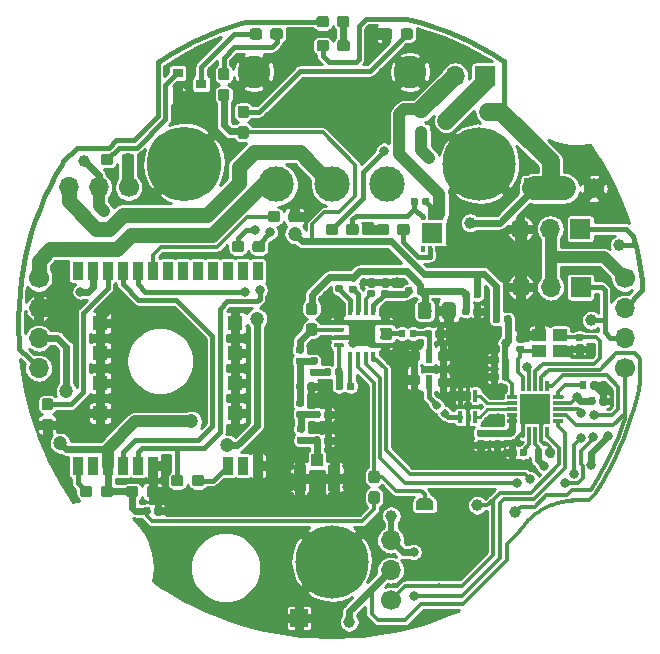
<source format=gbr>
G04 #@! TF.GenerationSoftware,KiCad,Pcbnew,(5.1.0)-1*
G04 #@! TF.CreationDate,2019-06-21T14:16:56-03:00*
G04 #@! TF.ProjectId,PCB_A,5043425f-412e-46b6-9963-61645f706362,rev?*
G04 #@! TF.SameCoordinates,Original*
G04 #@! TF.FileFunction,Copper,L1,Top*
G04 #@! TF.FilePolarity,Positive*
%FSLAX46Y46*%
G04 Gerber Fmt 4.6, Leading zero omitted, Abs format (unit mm)*
G04 Created by KiCad (PCBNEW (5.1.0)-1) date 2019-06-21 14:16:56*
%MOMM*%
%LPD*%
G04 APERTURE LIST*
%ADD10C,0.100000*%
%ADD11C,0.950000*%
%ADD12C,0.500000*%
%ADD13R,0.900000X1.500000*%
%ADD14R,1.270000X1.270000*%
%ADD15O,1.700000X1.700000*%
%ADD16C,1.700000*%
%ADD17R,1.700000X1.700000*%
%ADD18C,2.200000*%
%ADD19C,0.350000*%
%ADD20R,0.600000X1.200000*%
%ADD21R,0.600000X1.700000*%
%ADD22R,1.800000X1.800000*%
%ADD23R,0.750000X0.500000*%
%ADD24R,0.400000X0.500000*%
%ADD25C,0.590000*%
%ADD26C,1.150000*%
%ADD27R,0.900000X0.800000*%
%ADD28C,6.200000*%
%ADD29C,6.300000*%
%ADD30C,3.000000*%
%ADD31C,2.775000*%
%ADD32R,1.000000X1.050000*%
%ADD33R,1.050000X2.200000*%
%ADD34R,0.900000X0.300000*%
%ADD35R,0.300000X0.900000*%
%ADD36R,2.500000X2.500000*%
%ADD37R,0.350000X1.000000*%
%ADD38R,1.150000X1.000000*%
%ADD39C,1.000000*%
%ADD40R,1.500000X1.500000*%
%ADD41C,0.800000*%
%ADD42C,0.600000*%
%ADD43C,1.200000*%
%ADD44C,0.600000*%
%ADD45C,0.300000*%
%ADD46C,0.400000*%
%ADD47C,0.500000*%
%ADD48C,1.000000*%
%ADD49C,1.500000*%
%ADD50C,0.350000*%
%ADD51C,0.450000*%
%ADD52C,2.000000*%
%ADD53C,1.300000*%
%ADD54C,0.700000*%
%ADD55C,0.250000*%
%ADD56C,0.254000*%
G04 APERTURE END LIST*
D10*
G36*
X3851779Y-12494144D02*
G01*
X3874834Y-12497563D01*
X3897443Y-12503227D01*
X3919387Y-12511079D01*
X3940457Y-12521044D01*
X3960448Y-12533026D01*
X3979168Y-12546910D01*
X3996438Y-12562562D01*
X4012090Y-12579832D01*
X4025974Y-12598552D01*
X4037956Y-12618543D01*
X4047921Y-12639613D01*
X4055773Y-12661557D01*
X4061437Y-12684166D01*
X4064856Y-12707221D01*
X4066000Y-12730500D01*
X4066000Y-13305500D01*
X4064856Y-13328779D01*
X4061437Y-13351834D01*
X4055773Y-13374443D01*
X4047921Y-13396387D01*
X4037956Y-13417457D01*
X4025974Y-13437448D01*
X4012090Y-13456168D01*
X3996438Y-13473438D01*
X3979168Y-13489090D01*
X3960448Y-13502974D01*
X3940457Y-13514956D01*
X3919387Y-13524921D01*
X3897443Y-13532773D01*
X3874834Y-13538437D01*
X3851779Y-13541856D01*
X3828500Y-13543000D01*
X3353500Y-13543000D01*
X3330221Y-13541856D01*
X3307166Y-13538437D01*
X3284557Y-13532773D01*
X3262613Y-13524921D01*
X3241543Y-13514956D01*
X3221552Y-13502974D01*
X3202832Y-13489090D01*
X3185562Y-13473438D01*
X3169910Y-13456168D01*
X3156026Y-13437448D01*
X3144044Y-13417457D01*
X3134079Y-13396387D01*
X3126227Y-13374443D01*
X3120563Y-13351834D01*
X3117144Y-13328779D01*
X3116000Y-13305500D01*
X3116000Y-12730500D01*
X3117144Y-12707221D01*
X3120563Y-12684166D01*
X3126227Y-12661557D01*
X3134079Y-12639613D01*
X3144044Y-12618543D01*
X3156026Y-12598552D01*
X3169910Y-12579832D01*
X3185562Y-12562562D01*
X3202832Y-12546910D01*
X3221552Y-12533026D01*
X3241543Y-12521044D01*
X3262613Y-12511079D01*
X3284557Y-12503227D01*
X3307166Y-12497563D01*
X3330221Y-12494144D01*
X3353500Y-12493000D01*
X3828500Y-12493000D01*
X3851779Y-12494144D01*
X3851779Y-12494144D01*
G37*
D11*
X3591000Y-13018000D03*
D10*
G36*
X3851779Y-14244144D02*
G01*
X3874834Y-14247563D01*
X3897443Y-14253227D01*
X3919387Y-14261079D01*
X3940457Y-14271044D01*
X3960448Y-14283026D01*
X3979168Y-14296910D01*
X3996438Y-14312562D01*
X4012090Y-14329832D01*
X4025974Y-14348552D01*
X4037956Y-14368543D01*
X4047921Y-14389613D01*
X4055773Y-14411557D01*
X4061437Y-14434166D01*
X4064856Y-14457221D01*
X4066000Y-14480500D01*
X4066000Y-15055500D01*
X4064856Y-15078779D01*
X4061437Y-15101834D01*
X4055773Y-15124443D01*
X4047921Y-15146387D01*
X4037956Y-15167457D01*
X4025974Y-15187448D01*
X4012090Y-15206168D01*
X3996438Y-15223438D01*
X3979168Y-15239090D01*
X3960448Y-15252974D01*
X3940457Y-15264956D01*
X3919387Y-15274921D01*
X3897443Y-15282773D01*
X3874834Y-15288437D01*
X3851779Y-15291856D01*
X3828500Y-15293000D01*
X3353500Y-15293000D01*
X3330221Y-15291856D01*
X3307166Y-15288437D01*
X3284557Y-15282773D01*
X3262613Y-15274921D01*
X3241543Y-15264956D01*
X3221552Y-15252974D01*
X3202832Y-15239090D01*
X3185562Y-15223438D01*
X3169910Y-15206168D01*
X3156026Y-15187448D01*
X3144044Y-15167457D01*
X3134079Y-15146387D01*
X3126227Y-15124443D01*
X3120563Y-15101834D01*
X3117144Y-15078779D01*
X3116000Y-15055500D01*
X3116000Y-14480500D01*
X3117144Y-14457221D01*
X3120563Y-14434166D01*
X3126227Y-14411557D01*
X3134079Y-14389613D01*
X3144044Y-14368543D01*
X3156026Y-14348552D01*
X3169910Y-14329832D01*
X3185562Y-14312562D01*
X3202832Y-14296910D01*
X3221552Y-14283026D01*
X3241543Y-14271044D01*
X3262613Y-14261079D01*
X3284557Y-14253227D01*
X3307166Y-14247563D01*
X3330221Y-14244144D01*
X3353500Y-14243000D01*
X3828500Y-14243000D01*
X3851779Y-14244144D01*
X3851779Y-14244144D01*
G37*
D11*
X3591000Y-14768000D03*
D12*
X7871000Y-16583000D03*
D10*
G36*
X8620398Y-16583000D02*
G01*
X8620398Y-16607534D01*
X8615588Y-16656365D01*
X8606016Y-16704490D01*
X8591772Y-16751445D01*
X8572995Y-16796778D01*
X8549864Y-16840051D01*
X8522604Y-16880850D01*
X8491476Y-16918779D01*
X8456779Y-16953476D01*
X8418850Y-16984604D01*
X8378051Y-17011864D01*
X8334778Y-17034995D01*
X8289445Y-17053772D01*
X8242490Y-17068016D01*
X8194365Y-17077588D01*
X8145534Y-17082398D01*
X8121000Y-17082398D01*
X8121000Y-17083000D01*
X7621000Y-17083000D01*
X7621000Y-17082398D01*
X7596466Y-17082398D01*
X7547635Y-17077588D01*
X7499510Y-17068016D01*
X7452555Y-17053772D01*
X7407222Y-17034995D01*
X7363949Y-17011864D01*
X7323150Y-16984604D01*
X7285221Y-16953476D01*
X7250524Y-16918779D01*
X7219396Y-16880850D01*
X7192136Y-16840051D01*
X7169005Y-16796778D01*
X7150228Y-16751445D01*
X7135984Y-16704490D01*
X7126412Y-16656365D01*
X7121602Y-16607534D01*
X7121602Y-16583000D01*
X7121000Y-16583000D01*
X7121000Y-16083000D01*
X8621000Y-16083000D01*
X8621000Y-16583000D01*
X8620398Y-16583000D01*
X8620398Y-16583000D01*
G37*
D12*
X7871000Y-15283000D03*
D10*
G36*
X7121000Y-15783000D02*
G01*
X7121000Y-15283000D01*
X7121602Y-15283000D01*
X7121602Y-15258466D01*
X7126412Y-15209635D01*
X7135984Y-15161510D01*
X7150228Y-15114555D01*
X7169005Y-15069222D01*
X7192136Y-15025949D01*
X7219396Y-14985150D01*
X7250524Y-14947221D01*
X7285221Y-14912524D01*
X7323150Y-14881396D01*
X7363949Y-14854136D01*
X7407222Y-14831005D01*
X7452555Y-14812228D01*
X7499510Y-14797984D01*
X7547635Y-14788412D01*
X7596466Y-14783602D01*
X7621000Y-14783602D01*
X7621000Y-14783000D01*
X8121000Y-14783000D01*
X8121000Y-14783602D01*
X8145534Y-14783602D01*
X8194365Y-14788412D01*
X8242490Y-14797984D01*
X8289445Y-14812228D01*
X8334778Y-14831005D01*
X8378051Y-14854136D01*
X8418850Y-14881396D01*
X8456779Y-14912524D01*
X8491476Y-14947221D01*
X8522604Y-14985150D01*
X8549864Y-15025949D01*
X8572995Y-15069222D01*
X8591772Y-15114555D01*
X8606016Y-15161510D01*
X8615588Y-15209635D01*
X8620398Y-15258466D01*
X8620398Y-15283000D01*
X8621000Y-15283000D01*
X8621000Y-15783000D01*
X7121000Y-15783000D01*
X7121000Y-15783000D01*
G37*
D13*
X-21501500Y-12065000D03*
X-20231500Y-12065000D03*
X-18961500Y-12065000D03*
X-17691500Y-12065000D03*
X-16421500Y-12065000D03*
X-15151500Y-12065000D03*
X-6261500Y-12065000D03*
X-8801500Y-12065000D03*
X-7531500Y-12065000D03*
X-6261500Y4445000D03*
X-7531500Y4445000D03*
X-8801500Y4445000D03*
X-10071500Y4445000D03*
X-11341500Y4445000D03*
X-12611500Y4445000D03*
X-13881500Y4445000D03*
X-15151500Y4445000D03*
X-16421500Y4445000D03*
X-17691500Y4445000D03*
X-18961500Y4445000D03*
X-20231500Y4445000D03*
X-21501500Y4445000D03*
D14*
X-8166500Y-7620000D03*
X-8166500Y-5080000D03*
X-8166500Y-2540000D03*
X-8166500Y0D03*
X-19596500Y0D03*
X-19596500Y-2540000D03*
X-19596500Y-5080000D03*
X-19596500Y-7620000D03*
D15*
X24800000Y1270000D03*
X4996841Y-18373862D03*
D16*
X24800000Y3810000D03*
X4996841Y-23453862D03*
D15*
X4996841Y-20913862D03*
D16*
X24800000Y-3810000D03*
D15*
X24800000Y-1270000D03*
D16*
X22212262Y11400841D03*
D17*
X17132262Y11400841D03*
D15*
X19672262Y11400841D03*
X-22267738Y11500841D03*
X-19727738Y11500841D03*
D16*
X-17187738Y11500841D03*
D15*
X-24800000Y-1270000D03*
X-24800000Y-3810000D03*
X-24800000Y1270000D03*
D16*
X-24800000Y3810000D03*
D10*
G36*
X3480854Y222715D02*
G01*
X3500715Y219769D01*
X3520192Y214890D01*
X3539097Y208126D01*
X3557248Y199541D01*
X3574470Y189219D01*
X3590597Y177258D01*
X3605474Y163774D01*
X3618958Y148897D01*
X3630919Y132770D01*
X3641241Y115548D01*
X3649826Y97397D01*
X3656590Y78492D01*
X3661469Y59015D01*
X3664415Y39154D01*
X3665400Y19100D01*
X3665400Y-1771700D01*
X3664415Y-1791754D01*
X3661469Y-1811615D01*
X3656590Y-1831092D01*
X3649826Y-1849997D01*
X3641241Y-1868148D01*
X3630919Y-1885370D01*
X3618958Y-1901497D01*
X3605474Y-1916374D01*
X3590597Y-1929858D01*
X3574470Y-1941819D01*
X3557248Y-1952141D01*
X3539097Y-1960726D01*
X3520192Y-1967490D01*
X3500715Y-1972369D01*
X3480854Y-1975315D01*
X3460800Y-1976300D01*
X1670000Y-1976300D01*
X1649946Y-1975315D01*
X1630085Y-1972369D01*
X1610608Y-1967490D01*
X1591703Y-1960726D01*
X1573552Y-1952141D01*
X1556330Y-1941819D01*
X1540203Y-1929858D01*
X1525326Y-1916374D01*
X1511842Y-1901497D01*
X1499881Y-1885370D01*
X1489559Y-1868148D01*
X1480974Y-1849997D01*
X1474210Y-1831092D01*
X1469331Y-1811615D01*
X1466385Y-1791754D01*
X1465400Y-1771700D01*
X1465400Y19100D01*
X1466385Y39154D01*
X1469331Y59015D01*
X1474210Y78492D01*
X1480974Y97397D01*
X1489559Y115548D01*
X1499881Y132770D01*
X1511842Y148897D01*
X1525326Y163774D01*
X1540203Y177258D01*
X1556330Y189219D01*
X1573552Y199541D01*
X1591703Y208126D01*
X1610608Y214890D01*
X1630085Y219769D01*
X1649946Y222715D01*
X1670000Y223700D01*
X3460800Y223700D01*
X3480854Y222715D01*
X3480854Y222715D01*
G37*
D18*
X2565400Y-876300D03*
D10*
G36*
X936476Y273279D02*
G01*
X944970Y272019D01*
X953300Y269932D01*
X961385Y267039D01*
X969147Y263368D01*
X976512Y258954D01*
X983409Y253838D01*
X989772Y248072D01*
X995538Y241709D01*
X1000654Y234812D01*
X1005068Y227447D01*
X1008739Y219685D01*
X1011632Y211600D01*
X1013719Y203270D01*
X1014979Y194776D01*
X1015400Y186200D01*
X1015400Y11200D01*
X1014979Y2624D01*
X1013719Y-5870D01*
X1011632Y-14200D01*
X1008739Y-22285D01*
X1005068Y-30047D01*
X1000654Y-37412D01*
X995538Y-44309D01*
X989772Y-50672D01*
X983409Y-56438D01*
X976512Y-61554D01*
X969147Y-65968D01*
X961385Y-69639D01*
X953300Y-72532D01*
X944970Y-74619D01*
X936476Y-75879D01*
X927900Y-76300D01*
X277900Y-76300D01*
X269324Y-75879D01*
X260830Y-74619D01*
X252500Y-72532D01*
X244415Y-69639D01*
X236653Y-65968D01*
X229288Y-61554D01*
X222391Y-56438D01*
X216028Y-50672D01*
X210262Y-44309D01*
X205146Y-37412D01*
X200732Y-30047D01*
X197061Y-22285D01*
X194168Y-14200D01*
X192081Y-5870D01*
X190821Y2624D01*
X190400Y11200D01*
X190400Y186200D01*
X190821Y194776D01*
X192081Y203270D01*
X194168Y211600D01*
X197061Y219685D01*
X200732Y227447D01*
X205146Y234812D01*
X210262Y241709D01*
X216028Y248072D01*
X222391Y253838D01*
X229288Y258954D01*
X236653Y263368D01*
X244415Y267039D01*
X252500Y269932D01*
X260830Y272019D01*
X269324Y273279D01*
X277900Y273700D01*
X927900Y273700D01*
X936476Y273279D01*
X936476Y273279D01*
G37*
D19*
X602900Y98700D03*
D10*
G36*
X936476Y-376721D02*
G01*
X944970Y-377981D01*
X953300Y-380068D01*
X961385Y-382961D01*
X969147Y-386632D01*
X976512Y-391046D01*
X983409Y-396162D01*
X989772Y-401928D01*
X995538Y-408291D01*
X1000654Y-415188D01*
X1005068Y-422553D01*
X1008739Y-430315D01*
X1011632Y-438400D01*
X1013719Y-446730D01*
X1014979Y-455224D01*
X1015400Y-463800D01*
X1015400Y-638800D01*
X1014979Y-647376D01*
X1013719Y-655870D01*
X1011632Y-664200D01*
X1008739Y-672285D01*
X1005068Y-680047D01*
X1000654Y-687412D01*
X995538Y-694309D01*
X989772Y-700672D01*
X983409Y-706438D01*
X976512Y-711554D01*
X969147Y-715968D01*
X961385Y-719639D01*
X953300Y-722532D01*
X944970Y-724619D01*
X936476Y-725879D01*
X927900Y-726300D01*
X277900Y-726300D01*
X269324Y-725879D01*
X260830Y-724619D01*
X252500Y-722532D01*
X244415Y-719639D01*
X236653Y-715968D01*
X229288Y-711554D01*
X222391Y-706438D01*
X216028Y-700672D01*
X210262Y-694309D01*
X205146Y-687412D01*
X200732Y-680047D01*
X197061Y-672285D01*
X194168Y-664200D01*
X192081Y-655870D01*
X190821Y-647376D01*
X190400Y-638800D01*
X190400Y-463800D01*
X190821Y-455224D01*
X192081Y-446730D01*
X194168Y-438400D01*
X197061Y-430315D01*
X200732Y-422553D01*
X205146Y-415188D01*
X210262Y-408291D01*
X216028Y-401928D01*
X222391Y-396162D01*
X229288Y-391046D01*
X236653Y-386632D01*
X244415Y-382961D01*
X252500Y-380068D01*
X260830Y-377981D01*
X269324Y-376721D01*
X277900Y-376300D01*
X927900Y-376300D01*
X936476Y-376721D01*
X936476Y-376721D01*
G37*
D19*
X602900Y-551300D03*
D10*
G36*
X936476Y-1026721D02*
G01*
X944970Y-1027981D01*
X953300Y-1030068D01*
X961385Y-1032961D01*
X969147Y-1036632D01*
X976512Y-1041046D01*
X983409Y-1046162D01*
X989772Y-1051928D01*
X995538Y-1058291D01*
X1000654Y-1065188D01*
X1005068Y-1072553D01*
X1008739Y-1080315D01*
X1011632Y-1088400D01*
X1013719Y-1096730D01*
X1014979Y-1105224D01*
X1015400Y-1113800D01*
X1015400Y-1288800D01*
X1014979Y-1297376D01*
X1013719Y-1305870D01*
X1011632Y-1314200D01*
X1008739Y-1322285D01*
X1005068Y-1330047D01*
X1000654Y-1337412D01*
X995538Y-1344309D01*
X989772Y-1350672D01*
X983409Y-1356438D01*
X976512Y-1361554D01*
X969147Y-1365968D01*
X961385Y-1369639D01*
X953300Y-1372532D01*
X944970Y-1374619D01*
X936476Y-1375879D01*
X927900Y-1376300D01*
X277900Y-1376300D01*
X269324Y-1375879D01*
X260830Y-1374619D01*
X252500Y-1372532D01*
X244415Y-1369639D01*
X236653Y-1365968D01*
X229288Y-1361554D01*
X222391Y-1356438D01*
X216028Y-1350672D01*
X210262Y-1344309D01*
X205146Y-1337412D01*
X200732Y-1330047D01*
X197061Y-1322285D01*
X194168Y-1314200D01*
X192081Y-1305870D01*
X190821Y-1297376D01*
X190400Y-1288800D01*
X190400Y-1113800D01*
X190821Y-1105224D01*
X192081Y-1096730D01*
X194168Y-1088400D01*
X197061Y-1080315D01*
X200732Y-1072553D01*
X205146Y-1065188D01*
X210262Y-1058291D01*
X216028Y-1051928D01*
X222391Y-1046162D01*
X229288Y-1041046D01*
X236653Y-1036632D01*
X244415Y-1032961D01*
X252500Y-1030068D01*
X260830Y-1027981D01*
X269324Y-1026721D01*
X277900Y-1026300D01*
X927900Y-1026300D01*
X936476Y-1026721D01*
X936476Y-1026721D01*
G37*
D19*
X602900Y-1201300D03*
D10*
G36*
X936476Y-1676721D02*
G01*
X944970Y-1677981D01*
X953300Y-1680068D01*
X961385Y-1682961D01*
X969147Y-1686632D01*
X976512Y-1691046D01*
X983409Y-1696162D01*
X989772Y-1701928D01*
X995538Y-1708291D01*
X1000654Y-1715188D01*
X1005068Y-1722553D01*
X1008739Y-1730315D01*
X1011632Y-1738400D01*
X1013719Y-1746730D01*
X1014979Y-1755224D01*
X1015400Y-1763800D01*
X1015400Y-1938800D01*
X1014979Y-1947376D01*
X1013719Y-1955870D01*
X1011632Y-1964200D01*
X1008739Y-1972285D01*
X1005068Y-1980047D01*
X1000654Y-1987412D01*
X995538Y-1994309D01*
X989772Y-2000672D01*
X983409Y-2006438D01*
X976512Y-2011554D01*
X969147Y-2015968D01*
X961385Y-2019639D01*
X953300Y-2022532D01*
X944970Y-2024619D01*
X936476Y-2025879D01*
X927900Y-2026300D01*
X277900Y-2026300D01*
X269324Y-2025879D01*
X260830Y-2024619D01*
X252500Y-2022532D01*
X244415Y-2019639D01*
X236653Y-2015968D01*
X229288Y-2011554D01*
X222391Y-2006438D01*
X216028Y-2000672D01*
X210262Y-1994309D01*
X205146Y-1987412D01*
X200732Y-1980047D01*
X197061Y-1972285D01*
X194168Y-1964200D01*
X192081Y-1955870D01*
X190821Y-1947376D01*
X190400Y-1938800D01*
X190400Y-1763800D01*
X190821Y-1755224D01*
X192081Y-1746730D01*
X194168Y-1738400D01*
X197061Y-1730315D01*
X200732Y-1722553D01*
X205146Y-1715188D01*
X210262Y-1708291D01*
X216028Y-1701928D01*
X222391Y-1696162D01*
X229288Y-1691046D01*
X236653Y-1686632D01*
X244415Y-1682961D01*
X252500Y-1680068D01*
X260830Y-1677981D01*
X269324Y-1676721D01*
X277900Y-1676300D01*
X927900Y-1676300D01*
X936476Y-1676721D01*
X936476Y-1676721D01*
G37*
D19*
X602900Y-1851300D03*
D10*
G36*
X1686476Y-2426721D02*
G01*
X1694970Y-2427981D01*
X1703300Y-2430068D01*
X1711385Y-2432961D01*
X1719147Y-2436632D01*
X1726512Y-2441046D01*
X1733409Y-2446162D01*
X1739772Y-2451928D01*
X1745538Y-2458291D01*
X1750654Y-2465188D01*
X1755068Y-2472553D01*
X1758739Y-2480315D01*
X1761632Y-2488400D01*
X1763719Y-2496730D01*
X1764979Y-2505224D01*
X1765400Y-2513800D01*
X1765400Y-3163800D01*
X1764979Y-3172376D01*
X1763719Y-3180870D01*
X1761632Y-3189200D01*
X1758739Y-3197285D01*
X1755068Y-3205047D01*
X1750654Y-3212412D01*
X1745538Y-3219309D01*
X1739772Y-3225672D01*
X1733409Y-3231438D01*
X1726512Y-3236554D01*
X1719147Y-3240968D01*
X1711385Y-3244639D01*
X1703300Y-3247532D01*
X1694970Y-3249619D01*
X1686476Y-3250879D01*
X1677900Y-3251300D01*
X1502900Y-3251300D01*
X1494324Y-3250879D01*
X1485830Y-3249619D01*
X1477500Y-3247532D01*
X1469415Y-3244639D01*
X1461653Y-3240968D01*
X1454288Y-3236554D01*
X1447391Y-3231438D01*
X1441028Y-3225672D01*
X1435262Y-3219309D01*
X1430146Y-3212412D01*
X1425732Y-3205047D01*
X1422061Y-3197285D01*
X1419168Y-3189200D01*
X1417081Y-3180870D01*
X1415821Y-3172376D01*
X1415400Y-3163800D01*
X1415400Y-2513800D01*
X1415821Y-2505224D01*
X1417081Y-2496730D01*
X1419168Y-2488400D01*
X1422061Y-2480315D01*
X1425732Y-2472553D01*
X1430146Y-2465188D01*
X1435262Y-2458291D01*
X1441028Y-2451928D01*
X1447391Y-2446162D01*
X1454288Y-2441046D01*
X1461653Y-2436632D01*
X1469415Y-2432961D01*
X1477500Y-2430068D01*
X1485830Y-2427981D01*
X1494324Y-2426721D01*
X1502900Y-2426300D01*
X1677900Y-2426300D01*
X1686476Y-2426721D01*
X1686476Y-2426721D01*
G37*
D19*
X1590400Y-2838800D03*
D10*
G36*
X2336476Y-2426721D02*
G01*
X2344970Y-2427981D01*
X2353300Y-2430068D01*
X2361385Y-2432961D01*
X2369147Y-2436632D01*
X2376512Y-2441046D01*
X2383409Y-2446162D01*
X2389772Y-2451928D01*
X2395538Y-2458291D01*
X2400654Y-2465188D01*
X2405068Y-2472553D01*
X2408739Y-2480315D01*
X2411632Y-2488400D01*
X2413719Y-2496730D01*
X2414979Y-2505224D01*
X2415400Y-2513800D01*
X2415400Y-3163800D01*
X2414979Y-3172376D01*
X2413719Y-3180870D01*
X2411632Y-3189200D01*
X2408739Y-3197285D01*
X2405068Y-3205047D01*
X2400654Y-3212412D01*
X2395538Y-3219309D01*
X2389772Y-3225672D01*
X2383409Y-3231438D01*
X2376512Y-3236554D01*
X2369147Y-3240968D01*
X2361385Y-3244639D01*
X2353300Y-3247532D01*
X2344970Y-3249619D01*
X2336476Y-3250879D01*
X2327900Y-3251300D01*
X2152900Y-3251300D01*
X2144324Y-3250879D01*
X2135830Y-3249619D01*
X2127500Y-3247532D01*
X2119415Y-3244639D01*
X2111653Y-3240968D01*
X2104288Y-3236554D01*
X2097391Y-3231438D01*
X2091028Y-3225672D01*
X2085262Y-3219309D01*
X2080146Y-3212412D01*
X2075732Y-3205047D01*
X2072061Y-3197285D01*
X2069168Y-3189200D01*
X2067081Y-3180870D01*
X2065821Y-3172376D01*
X2065400Y-3163800D01*
X2065400Y-2513800D01*
X2065821Y-2505224D01*
X2067081Y-2496730D01*
X2069168Y-2488400D01*
X2072061Y-2480315D01*
X2075732Y-2472553D01*
X2080146Y-2465188D01*
X2085262Y-2458291D01*
X2091028Y-2451928D01*
X2097391Y-2446162D01*
X2104288Y-2441046D01*
X2111653Y-2436632D01*
X2119415Y-2432961D01*
X2127500Y-2430068D01*
X2135830Y-2427981D01*
X2144324Y-2426721D01*
X2152900Y-2426300D01*
X2327900Y-2426300D01*
X2336476Y-2426721D01*
X2336476Y-2426721D01*
G37*
D19*
X2240400Y-2838800D03*
D10*
G36*
X2986476Y-2426721D02*
G01*
X2994970Y-2427981D01*
X3003300Y-2430068D01*
X3011385Y-2432961D01*
X3019147Y-2436632D01*
X3026512Y-2441046D01*
X3033409Y-2446162D01*
X3039772Y-2451928D01*
X3045538Y-2458291D01*
X3050654Y-2465188D01*
X3055068Y-2472553D01*
X3058739Y-2480315D01*
X3061632Y-2488400D01*
X3063719Y-2496730D01*
X3064979Y-2505224D01*
X3065400Y-2513800D01*
X3065400Y-3163800D01*
X3064979Y-3172376D01*
X3063719Y-3180870D01*
X3061632Y-3189200D01*
X3058739Y-3197285D01*
X3055068Y-3205047D01*
X3050654Y-3212412D01*
X3045538Y-3219309D01*
X3039772Y-3225672D01*
X3033409Y-3231438D01*
X3026512Y-3236554D01*
X3019147Y-3240968D01*
X3011385Y-3244639D01*
X3003300Y-3247532D01*
X2994970Y-3249619D01*
X2986476Y-3250879D01*
X2977900Y-3251300D01*
X2802900Y-3251300D01*
X2794324Y-3250879D01*
X2785830Y-3249619D01*
X2777500Y-3247532D01*
X2769415Y-3244639D01*
X2761653Y-3240968D01*
X2754288Y-3236554D01*
X2747391Y-3231438D01*
X2741028Y-3225672D01*
X2735262Y-3219309D01*
X2730146Y-3212412D01*
X2725732Y-3205047D01*
X2722061Y-3197285D01*
X2719168Y-3189200D01*
X2717081Y-3180870D01*
X2715821Y-3172376D01*
X2715400Y-3163800D01*
X2715400Y-2513800D01*
X2715821Y-2505224D01*
X2717081Y-2496730D01*
X2719168Y-2488400D01*
X2722061Y-2480315D01*
X2725732Y-2472553D01*
X2730146Y-2465188D01*
X2735262Y-2458291D01*
X2741028Y-2451928D01*
X2747391Y-2446162D01*
X2754288Y-2441046D01*
X2761653Y-2436632D01*
X2769415Y-2432961D01*
X2777500Y-2430068D01*
X2785830Y-2427981D01*
X2794324Y-2426721D01*
X2802900Y-2426300D01*
X2977900Y-2426300D01*
X2986476Y-2426721D01*
X2986476Y-2426721D01*
G37*
D19*
X2890400Y-2838800D03*
D10*
G36*
X3636476Y-2426721D02*
G01*
X3644970Y-2427981D01*
X3653300Y-2430068D01*
X3661385Y-2432961D01*
X3669147Y-2436632D01*
X3676512Y-2441046D01*
X3683409Y-2446162D01*
X3689772Y-2451928D01*
X3695538Y-2458291D01*
X3700654Y-2465188D01*
X3705068Y-2472553D01*
X3708739Y-2480315D01*
X3711632Y-2488400D01*
X3713719Y-2496730D01*
X3714979Y-2505224D01*
X3715400Y-2513800D01*
X3715400Y-3163800D01*
X3714979Y-3172376D01*
X3713719Y-3180870D01*
X3711632Y-3189200D01*
X3708739Y-3197285D01*
X3705068Y-3205047D01*
X3700654Y-3212412D01*
X3695538Y-3219309D01*
X3689772Y-3225672D01*
X3683409Y-3231438D01*
X3676512Y-3236554D01*
X3669147Y-3240968D01*
X3661385Y-3244639D01*
X3653300Y-3247532D01*
X3644970Y-3249619D01*
X3636476Y-3250879D01*
X3627900Y-3251300D01*
X3452900Y-3251300D01*
X3444324Y-3250879D01*
X3435830Y-3249619D01*
X3427500Y-3247532D01*
X3419415Y-3244639D01*
X3411653Y-3240968D01*
X3404288Y-3236554D01*
X3397391Y-3231438D01*
X3391028Y-3225672D01*
X3385262Y-3219309D01*
X3380146Y-3212412D01*
X3375732Y-3205047D01*
X3372061Y-3197285D01*
X3369168Y-3189200D01*
X3367081Y-3180870D01*
X3365821Y-3172376D01*
X3365400Y-3163800D01*
X3365400Y-2513800D01*
X3365821Y-2505224D01*
X3367081Y-2496730D01*
X3369168Y-2488400D01*
X3372061Y-2480315D01*
X3375732Y-2472553D01*
X3380146Y-2465188D01*
X3385262Y-2458291D01*
X3391028Y-2451928D01*
X3397391Y-2446162D01*
X3404288Y-2441046D01*
X3411653Y-2436632D01*
X3419415Y-2432961D01*
X3427500Y-2430068D01*
X3435830Y-2427981D01*
X3444324Y-2426721D01*
X3452900Y-2426300D01*
X3627900Y-2426300D01*
X3636476Y-2426721D01*
X3636476Y-2426721D01*
G37*
D19*
X3540400Y-2838800D03*
D10*
G36*
X4861476Y-1676721D02*
G01*
X4869970Y-1677981D01*
X4878300Y-1680068D01*
X4886385Y-1682961D01*
X4894147Y-1686632D01*
X4901512Y-1691046D01*
X4908409Y-1696162D01*
X4914772Y-1701928D01*
X4920538Y-1708291D01*
X4925654Y-1715188D01*
X4930068Y-1722553D01*
X4933739Y-1730315D01*
X4936632Y-1738400D01*
X4938719Y-1746730D01*
X4939979Y-1755224D01*
X4940400Y-1763800D01*
X4940400Y-1938800D01*
X4939979Y-1947376D01*
X4938719Y-1955870D01*
X4936632Y-1964200D01*
X4933739Y-1972285D01*
X4930068Y-1980047D01*
X4925654Y-1987412D01*
X4920538Y-1994309D01*
X4914772Y-2000672D01*
X4908409Y-2006438D01*
X4901512Y-2011554D01*
X4894147Y-2015968D01*
X4886385Y-2019639D01*
X4878300Y-2022532D01*
X4869970Y-2024619D01*
X4861476Y-2025879D01*
X4852900Y-2026300D01*
X4202900Y-2026300D01*
X4194324Y-2025879D01*
X4185830Y-2024619D01*
X4177500Y-2022532D01*
X4169415Y-2019639D01*
X4161653Y-2015968D01*
X4154288Y-2011554D01*
X4147391Y-2006438D01*
X4141028Y-2000672D01*
X4135262Y-1994309D01*
X4130146Y-1987412D01*
X4125732Y-1980047D01*
X4122061Y-1972285D01*
X4119168Y-1964200D01*
X4117081Y-1955870D01*
X4115821Y-1947376D01*
X4115400Y-1938800D01*
X4115400Y-1763800D01*
X4115821Y-1755224D01*
X4117081Y-1746730D01*
X4119168Y-1738400D01*
X4122061Y-1730315D01*
X4125732Y-1722553D01*
X4130146Y-1715188D01*
X4135262Y-1708291D01*
X4141028Y-1701928D01*
X4147391Y-1696162D01*
X4154288Y-1691046D01*
X4161653Y-1686632D01*
X4169415Y-1682961D01*
X4177500Y-1680068D01*
X4185830Y-1677981D01*
X4194324Y-1676721D01*
X4202900Y-1676300D01*
X4852900Y-1676300D01*
X4861476Y-1676721D01*
X4861476Y-1676721D01*
G37*
D19*
X4527900Y-1851300D03*
D10*
G36*
X4861476Y-1026721D02*
G01*
X4869970Y-1027981D01*
X4878300Y-1030068D01*
X4886385Y-1032961D01*
X4894147Y-1036632D01*
X4901512Y-1041046D01*
X4908409Y-1046162D01*
X4914772Y-1051928D01*
X4920538Y-1058291D01*
X4925654Y-1065188D01*
X4930068Y-1072553D01*
X4933739Y-1080315D01*
X4936632Y-1088400D01*
X4938719Y-1096730D01*
X4939979Y-1105224D01*
X4940400Y-1113800D01*
X4940400Y-1288800D01*
X4939979Y-1297376D01*
X4938719Y-1305870D01*
X4936632Y-1314200D01*
X4933739Y-1322285D01*
X4930068Y-1330047D01*
X4925654Y-1337412D01*
X4920538Y-1344309D01*
X4914772Y-1350672D01*
X4908409Y-1356438D01*
X4901512Y-1361554D01*
X4894147Y-1365968D01*
X4886385Y-1369639D01*
X4878300Y-1372532D01*
X4869970Y-1374619D01*
X4861476Y-1375879D01*
X4852900Y-1376300D01*
X4202900Y-1376300D01*
X4194324Y-1375879D01*
X4185830Y-1374619D01*
X4177500Y-1372532D01*
X4169415Y-1369639D01*
X4161653Y-1365968D01*
X4154288Y-1361554D01*
X4147391Y-1356438D01*
X4141028Y-1350672D01*
X4135262Y-1344309D01*
X4130146Y-1337412D01*
X4125732Y-1330047D01*
X4122061Y-1322285D01*
X4119168Y-1314200D01*
X4117081Y-1305870D01*
X4115821Y-1297376D01*
X4115400Y-1288800D01*
X4115400Y-1113800D01*
X4115821Y-1105224D01*
X4117081Y-1096730D01*
X4119168Y-1088400D01*
X4122061Y-1080315D01*
X4125732Y-1072553D01*
X4130146Y-1065188D01*
X4135262Y-1058291D01*
X4141028Y-1051928D01*
X4147391Y-1046162D01*
X4154288Y-1041046D01*
X4161653Y-1036632D01*
X4169415Y-1032961D01*
X4177500Y-1030068D01*
X4185830Y-1027981D01*
X4194324Y-1026721D01*
X4202900Y-1026300D01*
X4852900Y-1026300D01*
X4861476Y-1026721D01*
X4861476Y-1026721D01*
G37*
D19*
X4527900Y-1201300D03*
D10*
G36*
X4861476Y-376721D02*
G01*
X4869970Y-377981D01*
X4878300Y-380068D01*
X4886385Y-382961D01*
X4894147Y-386632D01*
X4901512Y-391046D01*
X4908409Y-396162D01*
X4914772Y-401928D01*
X4920538Y-408291D01*
X4925654Y-415188D01*
X4930068Y-422553D01*
X4933739Y-430315D01*
X4936632Y-438400D01*
X4938719Y-446730D01*
X4939979Y-455224D01*
X4940400Y-463800D01*
X4940400Y-638800D01*
X4939979Y-647376D01*
X4938719Y-655870D01*
X4936632Y-664200D01*
X4933739Y-672285D01*
X4930068Y-680047D01*
X4925654Y-687412D01*
X4920538Y-694309D01*
X4914772Y-700672D01*
X4908409Y-706438D01*
X4901512Y-711554D01*
X4894147Y-715968D01*
X4886385Y-719639D01*
X4878300Y-722532D01*
X4869970Y-724619D01*
X4861476Y-725879D01*
X4852900Y-726300D01*
X4202900Y-726300D01*
X4194324Y-725879D01*
X4185830Y-724619D01*
X4177500Y-722532D01*
X4169415Y-719639D01*
X4161653Y-715968D01*
X4154288Y-711554D01*
X4147391Y-706438D01*
X4141028Y-700672D01*
X4135262Y-694309D01*
X4130146Y-687412D01*
X4125732Y-680047D01*
X4122061Y-672285D01*
X4119168Y-664200D01*
X4117081Y-655870D01*
X4115821Y-647376D01*
X4115400Y-638800D01*
X4115400Y-463800D01*
X4115821Y-455224D01*
X4117081Y-446730D01*
X4119168Y-438400D01*
X4122061Y-430315D01*
X4125732Y-422553D01*
X4130146Y-415188D01*
X4135262Y-408291D01*
X4141028Y-401928D01*
X4147391Y-396162D01*
X4154288Y-391046D01*
X4161653Y-386632D01*
X4169415Y-382961D01*
X4177500Y-380068D01*
X4185830Y-377981D01*
X4194324Y-376721D01*
X4202900Y-376300D01*
X4852900Y-376300D01*
X4861476Y-376721D01*
X4861476Y-376721D01*
G37*
D19*
X4527900Y-551300D03*
D10*
G36*
X4861476Y273279D02*
G01*
X4869970Y272019D01*
X4878300Y269932D01*
X4886385Y267039D01*
X4894147Y263368D01*
X4901512Y258954D01*
X4908409Y253838D01*
X4914772Y248072D01*
X4920538Y241709D01*
X4925654Y234812D01*
X4930068Y227447D01*
X4933739Y219685D01*
X4936632Y211600D01*
X4938719Y203270D01*
X4939979Y194776D01*
X4940400Y186200D01*
X4940400Y11200D01*
X4939979Y2624D01*
X4938719Y-5870D01*
X4936632Y-14200D01*
X4933739Y-22285D01*
X4930068Y-30047D01*
X4925654Y-37412D01*
X4920538Y-44309D01*
X4914772Y-50672D01*
X4908409Y-56438D01*
X4901512Y-61554D01*
X4894147Y-65968D01*
X4886385Y-69639D01*
X4878300Y-72532D01*
X4869970Y-74619D01*
X4861476Y-75879D01*
X4852900Y-76300D01*
X4202900Y-76300D01*
X4194324Y-75879D01*
X4185830Y-74619D01*
X4177500Y-72532D01*
X4169415Y-69639D01*
X4161653Y-65968D01*
X4154288Y-61554D01*
X4147391Y-56438D01*
X4141028Y-50672D01*
X4135262Y-44309D01*
X4130146Y-37412D01*
X4125732Y-30047D01*
X4122061Y-22285D01*
X4119168Y-14200D01*
X4117081Y-5870D01*
X4115821Y2624D01*
X4115400Y11200D01*
X4115400Y186200D01*
X4115821Y194776D01*
X4117081Y203270D01*
X4119168Y211600D01*
X4122061Y219685D01*
X4125732Y227447D01*
X4130146Y234812D01*
X4135262Y241709D01*
X4141028Y248072D01*
X4147391Y253838D01*
X4154288Y258954D01*
X4161653Y263368D01*
X4169415Y267039D01*
X4177500Y269932D01*
X4185830Y272019D01*
X4194324Y273279D01*
X4202900Y273700D01*
X4852900Y273700D01*
X4861476Y273279D01*
X4861476Y273279D01*
G37*
D19*
X4527900Y98700D03*
D10*
G36*
X3636476Y1498279D02*
G01*
X3644970Y1497019D01*
X3653300Y1494932D01*
X3661385Y1492039D01*
X3669147Y1488368D01*
X3676512Y1483954D01*
X3683409Y1478838D01*
X3689772Y1473072D01*
X3695538Y1466709D01*
X3700654Y1459812D01*
X3705068Y1452447D01*
X3708739Y1444685D01*
X3711632Y1436600D01*
X3713719Y1428270D01*
X3714979Y1419776D01*
X3715400Y1411200D01*
X3715400Y761200D01*
X3714979Y752624D01*
X3713719Y744130D01*
X3711632Y735800D01*
X3708739Y727715D01*
X3705068Y719953D01*
X3700654Y712588D01*
X3695538Y705691D01*
X3689772Y699328D01*
X3683409Y693562D01*
X3676512Y688446D01*
X3669147Y684032D01*
X3661385Y680361D01*
X3653300Y677468D01*
X3644970Y675381D01*
X3636476Y674121D01*
X3627900Y673700D01*
X3452900Y673700D01*
X3444324Y674121D01*
X3435830Y675381D01*
X3427500Y677468D01*
X3419415Y680361D01*
X3411653Y684032D01*
X3404288Y688446D01*
X3397391Y693562D01*
X3391028Y699328D01*
X3385262Y705691D01*
X3380146Y712588D01*
X3375732Y719953D01*
X3372061Y727715D01*
X3369168Y735800D01*
X3367081Y744130D01*
X3365821Y752624D01*
X3365400Y761200D01*
X3365400Y1411200D01*
X3365821Y1419776D01*
X3367081Y1428270D01*
X3369168Y1436600D01*
X3372061Y1444685D01*
X3375732Y1452447D01*
X3380146Y1459812D01*
X3385262Y1466709D01*
X3391028Y1473072D01*
X3397391Y1478838D01*
X3404288Y1483954D01*
X3411653Y1488368D01*
X3419415Y1492039D01*
X3427500Y1494932D01*
X3435830Y1497019D01*
X3444324Y1498279D01*
X3452900Y1498700D01*
X3627900Y1498700D01*
X3636476Y1498279D01*
X3636476Y1498279D01*
G37*
D19*
X3540400Y1086200D03*
D10*
G36*
X2986476Y1498279D02*
G01*
X2994970Y1497019D01*
X3003300Y1494932D01*
X3011385Y1492039D01*
X3019147Y1488368D01*
X3026512Y1483954D01*
X3033409Y1478838D01*
X3039772Y1473072D01*
X3045538Y1466709D01*
X3050654Y1459812D01*
X3055068Y1452447D01*
X3058739Y1444685D01*
X3061632Y1436600D01*
X3063719Y1428270D01*
X3064979Y1419776D01*
X3065400Y1411200D01*
X3065400Y761200D01*
X3064979Y752624D01*
X3063719Y744130D01*
X3061632Y735800D01*
X3058739Y727715D01*
X3055068Y719953D01*
X3050654Y712588D01*
X3045538Y705691D01*
X3039772Y699328D01*
X3033409Y693562D01*
X3026512Y688446D01*
X3019147Y684032D01*
X3011385Y680361D01*
X3003300Y677468D01*
X2994970Y675381D01*
X2986476Y674121D01*
X2977900Y673700D01*
X2802900Y673700D01*
X2794324Y674121D01*
X2785830Y675381D01*
X2777500Y677468D01*
X2769415Y680361D01*
X2761653Y684032D01*
X2754288Y688446D01*
X2747391Y693562D01*
X2741028Y699328D01*
X2735262Y705691D01*
X2730146Y712588D01*
X2725732Y719953D01*
X2722061Y727715D01*
X2719168Y735800D01*
X2717081Y744130D01*
X2715821Y752624D01*
X2715400Y761200D01*
X2715400Y1411200D01*
X2715821Y1419776D01*
X2717081Y1428270D01*
X2719168Y1436600D01*
X2722061Y1444685D01*
X2725732Y1452447D01*
X2730146Y1459812D01*
X2735262Y1466709D01*
X2741028Y1473072D01*
X2747391Y1478838D01*
X2754288Y1483954D01*
X2761653Y1488368D01*
X2769415Y1492039D01*
X2777500Y1494932D01*
X2785830Y1497019D01*
X2794324Y1498279D01*
X2802900Y1498700D01*
X2977900Y1498700D01*
X2986476Y1498279D01*
X2986476Y1498279D01*
G37*
D19*
X2890400Y1086200D03*
D10*
G36*
X2336476Y1498279D02*
G01*
X2344970Y1497019D01*
X2353300Y1494932D01*
X2361385Y1492039D01*
X2369147Y1488368D01*
X2376512Y1483954D01*
X2383409Y1478838D01*
X2389772Y1473072D01*
X2395538Y1466709D01*
X2400654Y1459812D01*
X2405068Y1452447D01*
X2408739Y1444685D01*
X2411632Y1436600D01*
X2413719Y1428270D01*
X2414979Y1419776D01*
X2415400Y1411200D01*
X2415400Y761200D01*
X2414979Y752624D01*
X2413719Y744130D01*
X2411632Y735800D01*
X2408739Y727715D01*
X2405068Y719953D01*
X2400654Y712588D01*
X2395538Y705691D01*
X2389772Y699328D01*
X2383409Y693562D01*
X2376512Y688446D01*
X2369147Y684032D01*
X2361385Y680361D01*
X2353300Y677468D01*
X2344970Y675381D01*
X2336476Y674121D01*
X2327900Y673700D01*
X2152900Y673700D01*
X2144324Y674121D01*
X2135830Y675381D01*
X2127500Y677468D01*
X2119415Y680361D01*
X2111653Y684032D01*
X2104288Y688446D01*
X2097391Y693562D01*
X2091028Y699328D01*
X2085262Y705691D01*
X2080146Y712588D01*
X2075732Y719953D01*
X2072061Y727715D01*
X2069168Y735800D01*
X2067081Y744130D01*
X2065821Y752624D01*
X2065400Y761200D01*
X2065400Y1411200D01*
X2065821Y1419776D01*
X2067081Y1428270D01*
X2069168Y1436600D01*
X2072061Y1444685D01*
X2075732Y1452447D01*
X2080146Y1459812D01*
X2085262Y1466709D01*
X2091028Y1473072D01*
X2097391Y1478838D01*
X2104288Y1483954D01*
X2111653Y1488368D01*
X2119415Y1492039D01*
X2127500Y1494932D01*
X2135830Y1497019D01*
X2144324Y1498279D01*
X2152900Y1498700D01*
X2327900Y1498700D01*
X2336476Y1498279D01*
X2336476Y1498279D01*
G37*
D19*
X2240400Y1086200D03*
D10*
G36*
X1686476Y1498279D02*
G01*
X1694970Y1497019D01*
X1703300Y1494932D01*
X1711385Y1492039D01*
X1719147Y1488368D01*
X1726512Y1483954D01*
X1733409Y1478838D01*
X1739772Y1473072D01*
X1745538Y1466709D01*
X1750654Y1459812D01*
X1755068Y1452447D01*
X1758739Y1444685D01*
X1761632Y1436600D01*
X1763719Y1428270D01*
X1764979Y1419776D01*
X1765400Y1411200D01*
X1765400Y761200D01*
X1764979Y752624D01*
X1763719Y744130D01*
X1761632Y735800D01*
X1758739Y727715D01*
X1755068Y719953D01*
X1750654Y712588D01*
X1745538Y705691D01*
X1739772Y699328D01*
X1733409Y693562D01*
X1726512Y688446D01*
X1719147Y684032D01*
X1711385Y680361D01*
X1703300Y677468D01*
X1694970Y675381D01*
X1686476Y674121D01*
X1677900Y673700D01*
X1502900Y673700D01*
X1494324Y674121D01*
X1485830Y675381D01*
X1477500Y677468D01*
X1469415Y680361D01*
X1461653Y684032D01*
X1454288Y688446D01*
X1447391Y693562D01*
X1441028Y699328D01*
X1435262Y705691D01*
X1430146Y712588D01*
X1425732Y719953D01*
X1422061Y727715D01*
X1419168Y735800D01*
X1417081Y744130D01*
X1415821Y752624D01*
X1415400Y761200D01*
X1415400Y1411200D01*
X1415821Y1419776D01*
X1417081Y1428270D01*
X1419168Y1436600D01*
X1422061Y1444685D01*
X1425732Y1452447D01*
X1430146Y1459812D01*
X1435262Y1466709D01*
X1441028Y1473072D01*
X1447391Y1478838D01*
X1454288Y1483954D01*
X1461653Y1488368D01*
X1469415Y1492039D01*
X1477500Y1494932D01*
X1485830Y1497019D01*
X1494324Y1498279D01*
X1502900Y1498700D01*
X1677900Y1498700D01*
X1686476Y1498279D01*
X1686476Y1498279D01*
G37*
D19*
X1590400Y1086200D03*
D20*
X9404200Y-4998500D03*
X8204200Y-4998500D03*
D21*
X7004200Y-4762500D03*
D20*
X8204200Y-2748500D03*
X9404200Y-2748500D03*
X7004200Y-2748500D03*
D22*
X8509000Y7620000D03*
D23*
X9108000Y6270000D03*
D24*
X8333000Y6270000D03*
X7733000Y6270000D03*
X7733000Y8970000D03*
X8333000Y8970000D03*
D23*
X9108000Y8970000D03*
D10*
G36*
X1990358Y4147190D02*
G01*
X2004676Y4145066D01*
X2018717Y4141549D01*
X2032346Y4136672D01*
X2045431Y4130483D01*
X2057847Y4123042D01*
X2069473Y4114419D01*
X2080198Y4104698D01*
X2089919Y4093973D01*
X2098542Y4082347D01*
X2105983Y4069931D01*
X2112172Y4056846D01*
X2117049Y4043217D01*
X2120566Y4029176D01*
X2122690Y4014858D01*
X2123400Y4000400D01*
X2123400Y3705400D01*
X2122690Y3690942D01*
X2120566Y3676624D01*
X2117049Y3662583D01*
X2112172Y3648954D01*
X2105983Y3635869D01*
X2098542Y3623453D01*
X2089919Y3611827D01*
X2080198Y3601102D01*
X2069473Y3591381D01*
X2057847Y3582758D01*
X2045431Y3575317D01*
X2032346Y3569128D01*
X2018717Y3564251D01*
X2004676Y3560734D01*
X1990358Y3558610D01*
X1975900Y3557900D01*
X1630900Y3557900D01*
X1616442Y3558610D01*
X1602124Y3560734D01*
X1588083Y3564251D01*
X1574454Y3569128D01*
X1561369Y3575317D01*
X1548953Y3582758D01*
X1537327Y3591381D01*
X1526602Y3601102D01*
X1516881Y3611827D01*
X1508258Y3623453D01*
X1500817Y3635869D01*
X1494628Y3648954D01*
X1489751Y3662583D01*
X1486234Y3676624D01*
X1484110Y3690942D01*
X1483400Y3705400D01*
X1483400Y4000400D01*
X1484110Y4014858D01*
X1486234Y4029176D01*
X1489751Y4043217D01*
X1494628Y4056846D01*
X1500817Y4069931D01*
X1508258Y4082347D01*
X1516881Y4093973D01*
X1526602Y4104698D01*
X1537327Y4114419D01*
X1548953Y4123042D01*
X1561369Y4130483D01*
X1574454Y4136672D01*
X1588083Y4141549D01*
X1602124Y4145066D01*
X1616442Y4147190D01*
X1630900Y4147900D01*
X1975900Y4147900D01*
X1990358Y4147190D01*
X1990358Y4147190D01*
G37*
D25*
X1803400Y3852900D03*
D10*
G36*
X1990358Y3177190D02*
G01*
X2004676Y3175066D01*
X2018717Y3171549D01*
X2032346Y3166672D01*
X2045431Y3160483D01*
X2057847Y3153042D01*
X2069473Y3144419D01*
X2080198Y3134698D01*
X2089919Y3123973D01*
X2098542Y3112347D01*
X2105983Y3099931D01*
X2112172Y3086846D01*
X2117049Y3073217D01*
X2120566Y3059176D01*
X2122690Y3044858D01*
X2123400Y3030400D01*
X2123400Y2735400D01*
X2122690Y2720942D01*
X2120566Y2706624D01*
X2117049Y2692583D01*
X2112172Y2678954D01*
X2105983Y2665869D01*
X2098542Y2653453D01*
X2089919Y2641827D01*
X2080198Y2631102D01*
X2069473Y2621381D01*
X2057847Y2612758D01*
X2045431Y2605317D01*
X2032346Y2599128D01*
X2018717Y2594251D01*
X2004676Y2590734D01*
X1990358Y2588610D01*
X1975900Y2587900D01*
X1630900Y2587900D01*
X1616442Y2588610D01*
X1602124Y2590734D01*
X1588083Y2594251D01*
X1574454Y2599128D01*
X1561369Y2605317D01*
X1548953Y2612758D01*
X1537327Y2621381D01*
X1526602Y2631102D01*
X1516881Y2641827D01*
X1508258Y2653453D01*
X1500817Y2665869D01*
X1494628Y2678954D01*
X1489751Y2692583D01*
X1486234Y2706624D01*
X1484110Y2720942D01*
X1483400Y2735400D01*
X1483400Y3030400D01*
X1484110Y3044858D01*
X1486234Y3059176D01*
X1489751Y3073217D01*
X1494628Y3086846D01*
X1500817Y3099931D01*
X1508258Y3112347D01*
X1516881Y3123973D01*
X1526602Y3134698D01*
X1537327Y3144419D01*
X1548953Y3153042D01*
X1561369Y3160483D01*
X1574454Y3166672D01*
X1588083Y3171549D01*
X1602124Y3175066D01*
X1616442Y3177190D01*
X1630900Y3177900D01*
X1975900Y3177900D01*
X1990358Y3177190D01*
X1990358Y3177190D01*
G37*
D25*
X1803400Y2882900D03*
D10*
G36*
X324779Y8411356D02*
G01*
X347834Y8407937D01*
X370443Y8402273D01*
X392387Y8394421D01*
X413457Y8384456D01*
X433448Y8372474D01*
X452168Y8358590D01*
X469438Y8342938D01*
X485090Y8325668D01*
X498974Y8306948D01*
X510956Y8286957D01*
X520921Y8265887D01*
X528773Y8243943D01*
X534437Y8221334D01*
X537856Y8198279D01*
X539000Y8175000D01*
X539000Y7700000D01*
X537856Y7676721D01*
X534437Y7653666D01*
X528773Y7631057D01*
X520921Y7609113D01*
X510956Y7588043D01*
X498974Y7568052D01*
X485090Y7549332D01*
X469438Y7532062D01*
X452168Y7516410D01*
X433448Y7502526D01*
X413457Y7490544D01*
X392387Y7480579D01*
X370443Y7472727D01*
X347834Y7467063D01*
X324779Y7463644D01*
X301500Y7462500D01*
X-273500Y7462500D01*
X-296779Y7463644D01*
X-319834Y7467063D01*
X-342443Y7472727D01*
X-364387Y7480579D01*
X-385457Y7490544D01*
X-405448Y7502526D01*
X-424168Y7516410D01*
X-441438Y7532062D01*
X-457090Y7549332D01*
X-470974Y7568052D01*
X-482956Y7588043D01*
X-492921Y7609113D01*
X-500773Y7631057D01*
X-506437Y7653666D01*
X-509856Y7676721D01*
X-511000Y7700000D01*
X-511000Y8175000D01*
X-509856Y8198279D01*
X-506437Y8221334D01*
X-500773Y8243943D01*
X-492921Y8265887D01*
X-482956Y8286957D01*
X-470974Y8306948D01*
X-457090Y8325668D01*
X-441438Y8342938D01*
X-424168Y8358590D01*
X-405448Y8372474D01*
X-385457Y8384456D01*
X-364387Y8394421D01*
X-342443Y8402273D01*
X-319834Y8407937D01*
X-296779Y8411356D01*
X-273500Y8412500D01*
X301500Y8412500D01*
X324779Y8411356D01*
X324779Y8411356D01*
G37*
D11*
X14000Y7937500D03*
D10*
G36*
X2074779Y8411356D02*
G01*
X2097834Y8407937D01*
X2120443Y8402273D01*
X2142387Y8394421D01*
X2163457Y8384456D01*
X2183448Y8372474D01*
X2202168Y8358590D01*
X2219438Y8342938D01*
X2235090Y8325668D01*
X2248974Y8306948D01*
X2260956Y8286957D01*
X2270921Y8265887D01*
X2278773Y8243943D01*
X2284437Y8221334D01*
X2287856Y8198279D01*
X2289000Y8175000D01*
X2289000Y7700000D01*
X2287856Y7676721D01*
X2284437Y7653666D01*
X2278773Y7631057D01*
X2270921Y7609113D01*
X2260956Y7588043D01*
X2248974Y7568052D01*
X2235090Y7549332D01*
X2219438Y7532062D01*
X2202168Y7516410D01*
X2183448Y7502526D01*
X2163457Y7490544D01*
X2142387Y7480579D01*
X2120443Y7472727D01*
X2097834Y7467063D01*
X2074779Y7463644D01*
X2051500Y7462500D01*
X1476500Y7462500D01*
X1453221Y7463644D01*
X1430166Y7467063D01*
X1407557Y7472727D01*
X1385613Y7480579D01*
X1364543Y7490544D01*
X1344552Y7502526D01*
X1325832Y7516410D01*
X1308562Y7532062D01*
X1292910Y7549332D01*
X1279026Y7568052D01*
X1267044Y7588043D01*
X1257079Y7609113D01*
X1249227Y7631057D01*
X1243563Y7653666D01*
X1240144Y7676721D01*
X1239000Y7700000D01*
X1239000Y8175000D01*
X1240144Y8198279D01*
X1243563Y8221334D01*
X1249227Y8243943D01*
X1257079Y8265887D01*
X1267044Y8286957D01*
X1279026Y8306948D01*
X1292910Y8325668D01*
X1308562Y8342938D01*
X1325832Y8358590D01*
X1344552Y8372474D01*
X1364543Y8384456D01*
X1385613Y8394421D01*
X1407557Y8402273D01*
X1430166Y8407937D01*
X1453221Y8411356D01*
X1476500Y8412500D01*
X2051500Y8412500D01*
X2074779Y8411356D01*
X2074779Y8411356D01*
G37*
D11*
X1764000Y7937500D03*
D10*
G36*
X6392779Y8411356D02*
G01*
X6415834Y8407937D01*
X6438443Y8402273D01*
X6460387Y8394421D01*
X6481457Y8384456D01*
X6501448Y8372474D01*
X6520168Y8358590D01*
X6537438Y8342938D01*
X6553090Y8325668D01*
X6566974Y8306948D01*
X6578956Y8286957D01*
X6588921Y8265887D01*
X6596773Y8243943D01*
X6602437Y8221334D01*
X6605856Y8198279D01*
X6607000Y8175000D01*
X6607000Y7700000D01*
X6605856Y7676721D01*
X6602437Y7653666D01*
X6596773Y7631057D01*
X6588921Y7609113D01*
X6578956Y7588043D01*
X6566974Y7568052D01*
X6553090Y7549332D01*
X6537438Y7532062D01*
X6520168Y7516410D01*
X6501448Y7502526D01*
X6481457Y7490544D01*
X6460387Y7480579D01*
X6438443Y7472727D01*
X6415834Y7467063D01*
X6392779Y7463644D01*
X6369500Y7462500D01*
X5794500Y7462500D01*
X5771221Y7463644D01*
X5748166Y7467063D01*
X5725557Y7472727D01*
X5703613Y7480579D01*
X5682543Y7490544D01*
X5662552Y7502526D01*
X5643832Y7516410D01*
X5626562Y7532062D01*
X5610910Y7549332D01*
X5597026Y7568052D01*
X5585044Y7588043D01*
X5575079Y7609113D01*
X5567227Y7631057D01*
X5561563Y7653666D01*
X5558144Y7676721D01*
X5557000Y7700000D01*
X5557000Y8175000D01*
X5558144Y8198279D01*
X5561563Y8221334D01*
X5567227Y8243943D01*
X5575079Y8265887D01*
X5585044Y8286957D01*
X5597026Y8306948D01*
X5610910Y8325668D01*
X5626562Y8342938D01*
X5643832Y8358590D01*
X5662552Y8372474D01*
X5682543Y8384456D01*
X5703613Y8394421D01*
X5725557Y8402273D01*
X5748166Y8407937D01*
X5771221Y8411356D01*
X5794500Y8412500D01*
X6369500Y8412500D01*
X6392779Y8411356D01*
X6392779Y8411356D01*
G37*
D11*
X6082000Y7937500D03*
D10*
G36*
X4642779Y8411356D02*
G01*
X4665834Y8407937D01*
X4688443Y8402273D01*
X4710387Y8394421D01*
X4731457Y8384456D01*
X4751448Y8372474D01*
X4770168Y8358590D01*
X4787438Y8342938D01*
X4803090Y8325668D01*
X4816974Y8306948D01*
X4828956Y8286957D01*
X4838921Y8265887D01*
X4846773Y8243943D01*
X4852437Y8221334D01*
X4855856Y8198279D01*
X4857000Y8175000D01*
X4857000Y7700000D01*
X4855856Y7676721D01*
X4852437Y7653666D01*
X4846773Y7631057D01*
X4838921Y7609113D01*
X4828956Y7588043D01*
X4816974Y7568052D01*
X4803090Y7549332D01*
X4787438Y7532062D01*
X4770168Y7516410D01*
X4751448Y7502526D01*
X4731457Y7490544D01*
X4710387Y7480579D01*
X4688443Y7472727D01*
X4665834Y7467063D01*
X4642779Y7463644D01*
X4619500Y7462500D01*
X4044500Y7462500D01*
X4021221Y7463644D01*
X3998166Y7467063D01*
X3975557Y7472727D01*
X3953613Y7480579D01*
X3932543Y7490544D01*
X3912552Y7502526D01*
X3893832Y7516410D01*
X3876562Y7532062D01*
X3860910Y7549332D01*
X3847026Y7568052D01*
X3835044Y7588043D01*
X3825079Y7609113D01*
X3817227Y7631057D01*
X3811563Y7653666D01*
X3808144Y7676721D01*
X3807000Y7700000D01*
X3807000Y8175000D01*
X3808144Y8198279D01*
X3811563Y8221334D01*
X3817227Y8243943D01*
X3825079Y8265887D01*
X3835044Y8286957D01*
X3847026Y8306948D01*
X3860910Y8325668D01*
X3876562Y8342938D01*
X3893832Y8358590D01*
X3912552Y8372474D01*
X3932543Y8384456D01*
X3953613Y8394421D01*
X3975557Y8402273D01*
X3998166Y8407937D01*
X4021221Y8411356D01*
X4044500Y8412500D01*
X4619500Y8412500D01*
X4642779Y8411356D01*
X4642779Y8411356D01*
G37*
D11*
X4332000Y7937500D03*
D10*
G36*
X1312779Y23968856D02*
G01*
X1335834Y23965437D01*
X1358443Y23959773D01*
X1380387Y23951921D01*
X1401457Y23941956D01*
X1421448Y23929974D01*
X1440168Y23916090D01*
X1457438Y23900438D01*
X1473090Y23883168D01*
X1486974Y23864448D01*
X1498956Y23844457D01*
X1508921Y23823387D01*
X1516773Y23801443D01*
X1522437Y23778834D01*
X1525856Y23755779D01*
X1527000Y23732500D01*
X1527000Y23257500D01*
X1525856Y23234221D01*
X1522437Y23211166D01*
X1516773Y23188557D01*
X1508921Y23166613D01*
X1498956Y23145543D01*
X1486974Y23125552D01*
X1473090Y23106832D01*
X1457438Y23089562D01*
X1440168Y23073910D01*
X1421448Y23060026D01*
X1401457Y23048044D01*
X1380387Y23038079D01*
X1358443Y23030227D01*
X1335834Y23024563D01*
X1312779Y23021144D01*
X1289500Y23020000D01*
X714500Y23020000D01*
X691221Y23021144D01*
X668166Y23024563D01*
X645557Y23030227D01*
X623613Y23038079D01*
X602543Y23048044D01*
X582552Y23060026D01*
X563832Y23073910D01*
X546562Y23089562D01*
X530910Y23106832D01*
X517026Y23125552D01*
X505044Y23145543D01*
X495079Y23166613D01*
X487227Y23188557D01*
X481563Y23211166D01*
X478144Y23234221D01*
X477000Y23257500D01*
X477000Y23732500D01*
X478144Y23755779D01*
X481563Y23778834D01*
X487227Y23801443D01*
X495079Y23823387D01*
X505044Y23844457D01*
X517026Y23864448D01*
X530910Y23883168D01*
X546562Y23900438D01*
X563832Y23916090D01*
X582552Y23929974D01*
X602543Y23941956D01*
X623613Y23951921D01*
X645557Y23959773D01*
X668166Y23965437D01*
X691221Y23968856D01*
X714500Y23970000D01*
X1289500Y23970000D01*
X1312779Y23968856D01*
X1312779Y23968856D01*
G37*
D11*
X1002000Y23495000D03*
D10*
G36*
X-437221Y23968856D02*
G01*
X-414166Y23965437D01*
X-391557Y23959773D01*
X-369613Y23951921D01*
X-348543Y23941956D01*
X-328552Y23929974D01*
X-309832Y23916090D01*
X-292562Y23900438D01*
X-276910Y23883168D01*
X-263026Y23864448D01*
X-251044Y23844457D01*
X-241079Y23823387D01*
X-233227Y23801443D01*
X-227563Y23778834D01*
X-224144Y23755779D01*
X-223000Y23732500D01*
X-223000Y23257500D01*
X-224144Y23234221D01*
X-227563Y23211166D01*
X-233227Y23188557D01*
X-241079Y23166613D01*
X-251044Y23145543D01*
X-263026Y23125552D01*
X-276910Y23106832D01*
X-292562Y23089562D01*
X-309832Y23073910D01*
X-328552Y23060026D01*
X-348543Y23048044D01*
X-369613Y23038079D01*
X-391557Y23030227D01*
X-414166Y23024563D01*
X-437221Y23021144D01*
X-460500Y23020000D01*
X-1035500Y23020000D01*
X-1058779Y23021144D01*
X-1081834Y23024563D01*
X-1104443Y23030227D01*
X-1126387Y23038079D01*
X-1147457Y23048044D01*
X-1167448Y23060026D01*
X-1186168Y23073910D01*
X-1203438Y23089562D01*
X-1219090Y23106832D01*
X-1232974Y23125552D01*
X-1244956Y23145543D01*
X-1254921Y23166613D01*
X-1262773Y23188557D01*
X-1268437Y23211166D01*
X-1271856Y23234221D01*
X-1273000Y23257500D01*
X-1273000Y23732500D01*
X-1271856Y23755779D01*
X-1268437Y23778834D01*
X-1262773Y23801443D01*
X-1254921Y23823387D01*
X-1244956Y23844457D01*
X-1232974Y23864448D01*
X-1219090Y23883168D01*
X-1203438Y23900438D01*
X-1186168Y23916090D01*
X-1167448Y23929974D01*
X-1147457Y23941956D01*
X-1126387Y23951921D01*
X-1104443Y23959773D01*
X-1081834Y23965437D01*
X-1058779Y23968856D01*
X-1035500Y23970000D01*
X-460500Y23970000D01*
X-437221Y23968856D01*
X-437221Y23968856D01*
G37*
D11*
X-748000Y23495000D03*
D10*
G36*
X821958Y3200190D02*
G01*
X836276Y3198066D01*
X850317Y3194549D01*
X863946Y3189672D01*
X877031Y3183483D01*
X889447Y3176042D01*
X901073Y3167419D01*
X911798Y3157698D01*
X921519Y3146973D01*
X930142Y3135347D01*
X937583Y3122931D01*
X943772Y3109846D01*
X948649Y3096217D01*
X952166Y3082176D01*
X954290Y3067858D01*
X955000Y3053400D01*
X955000Y2758400D01*
X954290Y2743942D01*
X952166Y2729624D01*
X948649Y2715583D01*
X943772Y2701954D01*
X937583Y2688869D01*
X930142Y2676453D01*
X921519Y2664827D01*
X911798Y2654102D01*
X901073Y2644381D01*
X889447Y2635758D01*
X877031Y2628317D01*
X863946Y2622128D01*
X850317Y2617251D01*
X836276Y2613734D01*
X821958Y2611610D01*
X807500Y2610900D01*
X462500Y2610900D01*
X448042Y2611610D01*
X433724Y2613734D01*
X419683Y2617251D01*
X406054Y2622128D01*
X392969Y2628317D01*
X380553Y2635758D01*
X368927Y2644381D01*
X358202Y2654102D01*
X348481Y2664827D01*
X339858Y2676453D01*
X332417Y2688869D01*
X326228Y2701954D01*
X321351Y2715583D01*
X317834Y2729624D01*
X315710Y2743942D01*
X315000Y2758400D01*
X315000Y3053400D01*
X315710Y3067858D01*
X317834Y3082176D01*
X321351Y3096217D01*
X326228Y3109846D01*
X332417Y3122931D01*
X339858Y3135347D01*
X348481Y3146973D01*
X358202Y3157698D01*
X368927Y3167419D01*
X380553Y3176042D01*
X392969Y3183483D01*
X406054Y3189672D01*
X419683Y3194549D01*
X433724Y3198066D01*
X448042Y3200190D01*
X462500Y3200900D01*
X807500Y3200900D01*
X821958Y3200190D01*
X821958Y3200190D01*
G37*
D25*
X635000Y2905900D03*
D10*
G36*
X821958Y4170190D02*
G01*
X836276Y4168066D01*
X850317Y4164549D01*
X863946Y4159672D01*
X877031Y4153483D01*
X889447Y4146042D01*
X901073Y4137419D01*
X911798Y4127698D01*
X921519Y4116973D01*
X930142Y4105347D01*
X937583Y4092931D01*
X943772Y4079846D01*
X948649Y4066217D01*
X952166Y4052176D01*
X954290Y4037858D01*
X955000Y4023400D01*
X955000Y3728400D01*
X954290Y3713942D01*
X952166Y3699624D01*
X948649Y3685583D01*
X943772Y3671954D01*
X937583Y3658869D01*
X930142Y3646453D01*
X921519Y3634827D01*
X911798Y3624102D01*
X901073Y3614381D01*
X889447Y3605758D01*
X877031Y3598317D01*
X863946Y3592128D01*
X850317Y3587251D01*
X836276Y3583734D01*
X821958Y3581610D01*
X807500Y3580900D01*
X462500Y3580900D01*
X448042Y3581610D01*
X433724Y3583734D01*
X419683Y3587251D01*
X406054Y3592128D01*
X392969Y3598317D01*
X380553Y3605758D01*
X368927Y3614381D01*
X358202Y3624102D01*
X348481Y3634827D01*
X339858Y3646453D01*
X332417Y3658869D01*
X326228Y3671954D01*
X321351Y3685583D01*
X317834Y3699624D01*
X315710Y3713942D01*
X315000Y3728400D01*
X315000Y4023400D01*
X315710Y4037858D01*
X317834Y4052176D01*
X321351Y4066217D01*
X326228Y4079846D01*
X332417Y4092931D01*
X339858Y4105347D01*
X348481Y4116973D01*
X358202Y4127698D01*
X368927Y4137419D01*
X380553Y4146042D01*
X392969Y4153483D01*
X406054Y4159672D01*
X419683Y4164549D01*
X433724Y4168066D01*
X448042Y4170190D01*
X462500Y4170900D01*
X807500Y4170900D01*
X821958Y4170190D01*
X821958Y4170190D01*
G37*
D25*
X635000Y3875900D03*
D10*
G36*
X3514358Y3763790D02*
G01*
X3528676Y3761666D01*
X3542717Y3758149D01*
X3556346Y3753272D01*
X3569431Y3747083D01*
X3581847Y3739642D01*
X3593473Y3731019D01*
X3604198Y3721298D01*
X3613919Y3710573D01*
X3622542Y3698947D01*
X3629983Y3686531D01*
X3636172Y3673446D01*
X3641049Y3659817D01*
X3644566Y3645776D01*
X3646690Y3631458D01*
X3647400Y3617000D01*
X3647400Y3322000D01*
X3646690Y3307542D01*
X3644566Y3293224D01*
X3641049Y3279183D01*
X3636172Y3265554D01*
X3629983Y3252469D01*
X3622542Y3240053D01*
X3613919Y3228427D01*
X3604198Y3217702D01*
X3593473Y3207981D01*
X3581847Y3199358D01*
X3569431Y3191917D01*
X3556346Y3185728D01*
X3542717Y3180851D01*
X3528676Y3177334D01*
X3514358Y3175210D01*
X3499900Y3174500D01*
X3154900Y3174500D01*
X3140442Y3175210D01*
X3126124Y3177334D01*
X3112083Y3180851D01*
X3098454Y3185728D01*
X3085369Y3191917D01*
X3072953Y3199358D01*
X3061327Y3207981D01*
X3050602Y3217702D01*
X3040881Y3228427D01*
X3032258Y3240053D01*
X3024817Y3252469D01*
X3018628Y3265554D01*
X3013751Y3279183D01*
X3010234Y3293224D01*
X3008110Y3307542D01*
X3007400Y3322000D01*
X3007400Y3617000D01*
X3008110Y3631458D01*
X3010234Y3645776D01*
X3013751Y3659817D01*
X3018628Y3673446D01*
X3024817Y3686531D01*
X3032258Y3698947D01*
X3040881Y3710573D01*
X3050602Y3721298D01*
X3061327Y3731019D01*
X3072953Y3739642D01*
X3085369Y3747083D01*
X3098454Y3753272D01*
X3112083Y3758149D01*
X3126124Y3761666D01*
X3140442Y3763790D01*
X3154900Y3764500D01*
X3499900Y3764500D01*
X3514358Y3763790D01*
X3514358Y3763790D01*
G37*
D25*
X3327400Y3469500D03*
D10*
G36*
X3514358Y2793790D02*
G01*
X3528676Y2791666D01*
X3542717Y2788149D01*
X3556346Y2783272D01*
X3569431Y2777083D01*
X3581847Y2769642D01*
X3593473Y2761019D01*
X3604198Y2751298D01*
X3613919Y2740573D01*
X3622542Y2728947D01*
X3629983Y2716531D01*
X3636172Y2703446D01*
X3641049Y2689817D01*
X3644566Y2675776D01*
X3646690Y2661458D01*
X3647400Y2647000D01*
X3647400Y2352000D01*
X3646690Y2337542D01*
X3644566Y2323224D01*
X3641049Y2309183D01*
X3636172Y2295554D01*
X3629983Y2282469D01*
X3622542Y2270053D01*
X3613919Y2258427D01*
X3604198Y2247702D01*
X3593473Y2237981D01*
X3581847Y2229358D01*
X3569431Y2221917D01*
X3556346Y2215728D01*
X3542717Y2210851D01*
X3528676Y2207334D01*
X3514358Y2205210D01*
X3499900Y2204500D01*
X3154900Y2204500D01*
X3140442Y2205210D01*
X3126124Y2207334D01*
X3112083Y2210851D01*
X3098454Y2215728D01*
X3085369Y2221917D01*
X3072953Y2229358D01*
X3061327Y2237981D01*
X3050602Y2247702D01*
X3040881Y2258427D01*
X3032258Y2270053D01*
X3024817Y2282469D01*
X3018628Y2295554D01*
X3013751Y2309183D01*
X3010234Y2323224D01*
X3008110Y2337542D01*
X3007400Y2352000D01*
X3007400Y2647000D01*
X3008110Y2661458D01*
X3010234Y2675776D01*
X3013751Y2689817D01*
X3018628Y2703446D01*
X3024817Y2716531D01*
X3032258Y2728947D01*
X3040881Y2740573D01*
X3050602Y2751298D01*
X3061327Y2761019D01*
X3072953Y2769642D01*
X3085369Y2777083D01*
X3098454Y2783272D01*
X3112083Y2788149D01*
X3126124Y2791666D01*
X3140442Y2793790D01*
X3154900Y2794500D01*
X3499900Y2794500D01*
X3514358Y2793790D01*
X3514358Y2793790D01*
G37*
D25*
X3327400Y2499500D03*
D10*
G36*
X-2429242Y-8654410D02*
G01*
X-2414924Y-8656534D01*
X-2400883Y-8660051D01*
X-2387254Y-8664928D01*
X-2374169Y-8671117D01*
X-2361753Y-8678558D01*
X-2350127Y-8687181D01*
X-2339402Y-8696902D01*
X-2329681Y-8707627D01*
X-2321058Y-8719253D01*
X-2313617Y-8731669D01*
X-2307428Y-8744754D01*
X-2302551Y-8758383D01*
X-2299034Y-8772424D01*
X-2296910Y-8786742D01*
X-2296200Y-8801200D01*
X-2296200Y-9096200D01*
X-2296910Y-9110658D01*
X-2299034Y-9124976D01*
X-2302551Y-9139017D01*
X-2307428Y-9152646D01*
X-2313617Y-9165731D01*
X-2321058Y-9178147D01*
X-2329681Y-9189773D01*
X-2339402Y-9200498D01*
X-2350127Y-9210219D01*
X-2361753Y-9218842D01*
X-2374169Y-9226283D01*
X-2387254Y-9232472D01*
X-2400883Y-9237349D01*
X-2414924Y-9240866D01*
X-2429242Y-9242990D01*
X-2443700Y-9243700D01*
X-2788700Y-9243700D01*
X-2803158Y-9242990D01*
X-2817476Y-9240866D01*
X-2831517Y-9237349D01*
X-2845146Y-9232472D01*
X-2858231Y-9226283D01*
X-2870647Y-9218842D01*
X-2882273Y-9210219D01*
X-2892998Y-9200498D01*
X-2902719Y-9189773D01*
X-2911342Y-9178147D01*
X-2918783Y-9165731D01*
X-2924972Y-9152646D01*
X-2929849Y-9139017D01*
X-2933366Y-9124976D01*
X-2935490Y-9110658D01*
X-2936200Y-9096200D01*
X-2936200Y-8801200D01*
X-2935490Y-8786742D01*
X-2933366Y-8772424D01*
X-2929849Y-8758383D01*
X-2924972Y-8744754D01*
X-2918783Y-8731669D01*
X-2911342Y-8719253D01*
X-2902719Y-8707627D01*
X-2892998Y-8696902D01*
X-2882273Y-8687181D01*
X-2870647Y-8678558D01*
X-2858231Y-8671117D01*
X-2845146Y-8664928D01*
X-2831517Y-8660051D01*
X-2817476Y-8656534D01*
X-2803158Y-8654410D01*
X-2788700Y-8653700D01*
X-2443700Y-8653700D01*
X-2429242Y-8654410D01*
X-2429242Y-8654410D01*
G37*
D25*
X-2616200Y-8948700D03*
D10*
G36*
X-2429242Y-9624410D02*
G01*
X-2414924Y-9626534D01*
X-2400883Y-9630051D01*
X-2387254Y-9634928D01*
X-2374169Y-9641117D01*
X-2361753Y-9648558D01*
X-2350127Y-9657181D01*
X-2339402Y-9666902D01*
X-2329681Y-9677627D01*
X-2321058Y-9689253D01*
X-2313617Y-9701669D01*
X-2307428Y-9714754D01*
X-2302551Y-9728383D01*
X-2299034Y-9742424D01*
X-2296910Y-9756742D01*
X-2296200Y-9771200D01*
X-2296200Y-10066200D01*
X-2296910Y-10080658D01*
X-2299034Y-10094976D01*
X-2302551Y-10109017D01*
X-2307428Y-10122646D01*
X-2313617Y-10135731D01*
X-2321058Y-10148147D01*
X-2329681Y-10159773D01*
X-2339402Y-10170498D01*
X-2350127Y-10180219D01*
X-2361753Y-10188842D01*
X-2374169Y-10196283D01*
X-2387254Y-10202472D01*
X-2400883Y-10207349D01*
X-2414924Y-10210866D01*
X-2429242Y-10212990D01*
X-2443700Y-10213700D01*
X-2788700Y-10213700D01*
X-2803158Y-10212990D01*
X-2817476Y-10210866D01*
X-2831517Y-10207349D01*
X-2845146Y-10202472D01*
X-2858231Y-10196283D01*
X-2870647Y-10188842D01*
X-2882273Y-10180219D01*
X-2892998Y-10170498D01*
X-2902719Y-10159773D01*
X-2911342Y-10148147D01*
X-2918783Y-10135731D01*
X-2924972Y-10122646D01*
X-2929849Y-10109017D01*
X-2933366Y-10094976D01*
X-2935490Y-10080658D01*
X-2936200Y-10066200D01*
X-2936200Y-9771200D01*
X-2935490Y-9756742D01*
X-2933366Y-9742424D01*
X-2929849Y-9728383D01*
X-2924972Y-9714754D01*
X-2918783Y-9701669D01*
X-2911342Y-9689253D01*
X-2902719Y-9677627D01*
X-2892998Y-9666902D01*
X-2882273Y-9657181D01*
X-2870647Y-9648558D01*
X-2858231Y-9641117D01*
X-2845146Y-9634928D01*
X-2831517Y-9630051D01*
X-2817476Y-9626534D01*
X-2803158Y-9624410D01*
X-2788700Y-9623700D01*
X-2443700Y-9623700D01*
X-2429242Y-9624410D01*
X-2429242Y-9624410D01*
G37*
D25*
X-2616200Y-9918700D03*
D10*
G36*
X-2480042Y-6470010D02*
G01*
X-2465724Y-6472134D01*
X-2451683Y-6475651D01*
X-2438054Y-6480528D01*
X-2424969Y-6486717D01*
X-2412553Y-6494158D01*
X-2400927Y-6502781D01*
X-2390202Y-6512502D01*
X-2380481Y-6523227D01*
X-2371858Y-6534853D01*
X-2364417Y-6547269D01*
X-2358228Y-6560354D01*
X-2353351Y-6573983D01*
X-2349834Y-6588024D01*
X-2347710Y-6602342D01*
X-2347000Y-6616800D01*
X-2347000Y-6911800D01*
X-2347710Y-6926258D01*
X-2349834Y-6940576D01*
X-2353351Y-6954617D01*
X-2358228Y-6968246D01*
X-2364417Y-6981331D01*
X-2371858Y-6993747D01*
X-2380481Y-7005373D01*
X-2390202Y-7016098D01*
X-2400927Y-7025819D01*
X-2412553Y-7034442D01*
X-2424969Y-7041883D01*
X-2438054Y-7048072D01*
X-2451683Y-7052949D01*
X-2465724Y-7056466D01*
X-2480042Y-7058590D01*
X-2494500Y-7059300D01*
X-2839500Y-7059300D01*
X-2853958Y-7058590D01*
X-2868276Y-7056466D01*
X-2882317Y-7052949D01*
X-2895946Y-7048072D01*
X-2909031Y-7041883D01*
X-2921447Y-7034442D01*
X-2933073Y-7025819D01*
X-2943798Y-7016098D01*
X-2953519Y-7005373D01*
X-2962142Y-6993747D01*
X-2969583Y-6981331D01*
X-2975772Y-6968246D01*
X-2980649Y-6954617D01*
X-2984166Y-6940576D01*
X-2986290Y-6926258D01*
X-2987000Y-6911800D01*
X-2987000Y-6616800D01*
X-2986290Y-6602342D01*
X-2984166Y-6588024D01*
X-2980649Y-6573983D01*
X-2975772Y-6560354D01*
X-2969583Y-6547269D01*
X-2962142Y-6534853D01*
X-2953519Y-6523227D01*
X-2943798Y-6512502D01*
X-2933073Y-6502781D01*
X-2921447Y-6494158D01*
X-2909031Y-6486717D01*
X-2895946Y-6480528D01*
X-2882317Y-6475651D01*
X-2868276Y-6472134D01*
X-2853958Y-6470010D01*
X-2839500Y-6469300D01*
X-2494500Y-6469300D01*
X-2480042Y-6470010D01*
X-2480042Y-6470010D01*
G37*
D25*
X-2667000Y-6764300D03*
D10*
G36*
X-2480042Y-7440010D02*
G01*
X-2465724Y-7442134D01*
X-2451683Y-7445651D01*
X-2438054Y-7450528D01*
X-2424969Y-7456717D01*
X-2412553Y-7464158D01*
X-2400927Y-7472781D01*
X-2390202Y-7482502D01*
X-2380481Y-7493227D01*
X-2371858Y-7504853D01*
X-2364417Y-7517269D01*
X-2358228Y-7530354D01*
X-2353351Y-7543983D01*
X-2349834Y-7558024D01*
X-2347710Y-7572342D01*
X-2347000Y-7586800D01*
X-2347000Y-7881800D01*
X-2347710Y-7896258D01*
X-2349834Y-7910576D01*
X-2353351Y-7924617D01*
X-2358228Y-7938246D01*
X-2364417Y-7951331D01*
X-2371858Y-7963747D01*
X-2380481Y-7975373D01*
X-2390202Y-7986098D01*
X-2400927Y-7995819D01*
X-2412553Y-8004442D01*
X-2424969Y-8011883D01*
X-2438054Y-8018072D01*
X-2451683Y-8022949D01*
X-2465724Y-8026466D01*
X-2480042Y-8028590D01*
X-2494500Y-8029300D01*
X-2839500Y-8029300D01*
X-2853958Y-8028590D01*
X-2868276Y-8026466D01*
X-2882317Y-8022949D01*
X-2895946Y-8018072D01*
X-2909031Y-8011883D01*
X-2921447Y-8004442D01*
X-2933073Y-7995819D01*
X-2943798Y-7986098D01*
X-2953519Y-7975373D01*
X-2962142Y-7963747D01*
X-2969583Y-7951331D01*
X-2975772Y-7938246D01*
X-2980649Y-7924617D01*
X-2984166Y-7910576D01*
X-2986290Y-7896258D01*
X-2987000Y-7881800D01*
X-2987000Y-7586800D01*
X-2986290Y-7572342D01*
X-2984166Y-7558024D01*
X-2980649Y-7543983D01*
X-2975772Y-7530354D01*
X-2969583Y-7517269D01*
X-2962142Y-7504853D01*
X-2953519Y-7493227D01*
X-2943798Y-7482502D01*
X-2933073Y-7472781D01*
X-2921447Y-7464158D01*
X-2909031Y-7456717D01*
X-2895946Y-7450528D01*
X-2882317Y-7445651D01*
X-2868276Y-7442134D01*
X-2853958Y-7440010D01*
X-2839500Y-7439300D01*
X-2494500Y-7439300D01*
X-2480042Y-7440010D01*
X-2480042Y-7440010D01*
G37*
D25*
X-2667000Y-7734300D03*
D10*
G36*
X-1311642Y-3861010D02*
G01*
X-1297324Y-3863134D01*
X-1283283Y-3866651D01*
X-1269654Y-3871528D01*
X-1256569Y-3877717D01*
X-1244153Y-3885158D01*
X-1232527Y-3893781D01*
X-1221802Y-3903502D01*
X-1212081Y-3914227D01*
X-1203458Y-3925853D01*
X-1196017Y-3938269D01*
X-1189828Y-3951354D01*
X-1184951Y-3964983D01*
X-1181434Y-3979024D01*
X-1179310Y-3993342D01*
X-1178600Y-4007800D01*
X-1178600Y-4302800D01*
X-1179310Y-4317258D01*
X-1181434Y-4331576D01*
X-1184951Y-4345617D01*
X-1189828Y-4359246D01*
X-1196017Y-4372331D01*
X-1203458Y-4384747D01*
X-1212081Y-4396373D01*
X-1221802Y-4407098D01*
X-1232527Y-4416819D01*
X-1244153Y-4425442D01*
X-1256569Y-4432883D01*
X-1269654Y-4439072D01*
X-1283283Y-4443949D01*
X-1297324Y-4447466D01*
X-1311642Y-4449590D01*
X-1326100Y-4450300D01*
X-1671100Y-4450300D01*
X-1685558Y-4449590D01*
X-1699876Y-4447466D01*
X-1713917Y-4443949D01*
X-1727546Y-4439072D01*
X-1740631Y-4432883D01*
X-1753047Y-4425442D01*
X-1764673Y-4416819D01*
X-1775398Y-4407098D01*
X-1785119Y-4396373D01*
X-1793742Y-4384747D01*
X-1801183Y-4372331D01*
X-1807372Y-4359246D01*
X-1812249Y-4345617D01*
X-1815766Y-4331576D01*
X-1817890Y-4317258D01*
X-1818600Y-4302800D01*
X-1818600Y-4007800D01*
X-1817890Y-3993342D01*
X-1815766Y-3979024D01*
X-1812249Y-3964983D01*
X-1807372Y-3951354D01*
X-1801183Y-3938269D01*
X-1793742Y-3925853D01*
X-1785119Y-3914227D01*
X-1775398Y-3903502D01*
X-1764673Y-3893781D01*
X-1753047Y-3885158D01*
X-1740631Y-3877717D01*
X-1727546Y-3871528D01*
X-1713917Y-3866651D01*
X-1699876Y-3863134D01*
X-1685558Y-3861010D01*
X-1671100Y-3860300D01*
X-1326100Y-3860300D01*
X-1311642Y-3861010D01*
X-1311642Y-3861010D01*
G37*
D25*
X-1498600Y-4155300D03*
D10*
G36*
X-1311642Y-2891010D02*
G01*
X-1297324Y-2893134D01*
X-1283283Y-2896651D01*
X-1269654Y-2901528D01*
X-1256569Y-2907717D01*
X-1244153Y-2915158D01*
X-1232527Y-2923781D01*
X-1221802Y-2933502D01*
X-1212081Y-2944227D01*
X-1203458Y-2955853D01*
X-1196017Y-2968269D01*
X-1189828Y-2981354D01*
X-1184951Y-2994983D01*
X-1181434Y-3009024D01*
X-1179310Y-3023342D01*
X-1178600Y-3037800D01*
X-1178600Y-3332800D01*
X-1179310Y-3347258D01*
X-1181434Y-3361576D01*
X-1184951Y-3375617D01*
X-1189828Y-3389246D01*
X-1196017Y-3402331D01*
X-1203458Y-3414747D01*
X-1212081Y-3426373D01*
X-1221802Y-3437098D01*
X-1232527Y-3446819D01*
X-1244153Y-3455442D01*
X-1256569Y-3462883D01*
X-1269654Y-3469072D01*
X-1283283Y-3473949D01*
X-1297324Y-3477466D01*
X-1311642Y-3479590D01*
X-1326100Y-3480300D01*
X-1671100Y-3480300D01*
X-1685558Y-3479590D01*
X-1699876Y-3477466D01*
X-1713917Y-3473949D01*
X-1727546Y-3469072D01*
X-1740631Y-3462883D01*
X-1753047Y-3455442D01*
X-1764673Y-3446819D01*
X-1775398Y-3437098D01*
X-1785119Y-3426373D01*
X-1793742Y-3414747D01*
X-1801183Y-3402331D01*
X-1807372Y-3389246D01*
X-1812249Y-3375617D01*
X-1815766Y-3361576D01*
X-1817890Y-3347258D01*
X-1818600Y-3332800D01*
X-1818600Y-3037800D01*
X-1817890Y-3023342D01*
X-1815766Y-3009024D01*
X-1812249Y-2994983D01*
X-1807372Y-2981354D01*
X-1801183Y-2968269D01*
X-1793742Y-2955853D01*
X-1785119Y-2944227D01*
X-1775398Y-2933502D01*
X-1764673Y-2923781D01*
X-1753047Y-2915158D01*
X-1740631Y-2907717D01*
X-1727546Y-2901528D01*
X-1713917Y-2896651D01*
X-1699876Y-2893134D01*
X-1685558Y-2891010D01*
X-1671100Y-2890300D01*
X-1326100Y-2890300D01*
X-1311642Y-2891010D01*
X-1311642Y-2891010D01*
G37*
D25*
X-1498600Y-3185300D03*
D10*
G36*
X-1441021Y-8244D02*
G01*
X-1417966Y-11663D01*
X-1395357Y-17327D01*
X-1373413Y-25179D01*
X-1352343Y-35144D01*
X-1332352Y-47126D01*
X-1313632Y-61010D01*
X-1296362Y-76662D01*
X-1280710Y-93932D01*
X-1266826Y-112652D01*
X-1254844Y-132643D01*
X-1244879Y-153713D01*
X-1237027Y-175657D01*
X-1231363Y-198266D01*
X-1227944Y-221321D01*
X-1226800Y-244600D01*
X-1226800Y-819600D01*
X-1227944Y-842879D01*
X-1231363Y-865934D01*
X-1237027Y-888543D01*
X-1244879Y-910487D01*
X-1254844Y-931557D01*
X-1266826Y-951548D01*
X-1280710Y-970268D01*
X-1296362Y-987538D01*
X-1313632Y-1003190D01*
X-1332352Y-1017074D01*
X-1352343Y-1029056D01*
X-1373413Y-1039021D01*
X-1395357Y-1046873D01*
X-1417966Y-1052537D01*
X-1441021Y-1055956D01*
X-1464300Y-1057100D01*
X-1939300Y-1057100D01*
X-1962579Y-1055956D01*
X-1985634Y-1052537D01*
X-2008243Y-1046873D01*
X-2030187Y-1039021D01*
X-2051257Y-1029056D01*
X-2071248Y-1017074D01*
X-2089968Y-1003190D01*
X-2107238Y-987538D01*
X-2122890Y-970268D01*
X-2136774Y-951548D01*
X-2148756Y-931557D01*
X-2158721Y-910487D01*
X-2166573Y-888543D01*
X-2172237Y-865934D01*
X-2175656Y-842879D01*
X-2176800Y-819600D01*
X-2176800Y-244600D01*
X-2175656Y-221321D01*
X-2172237Y-198266D01*
X-2166573Y-175657D01*
X-2158721Y-153713D01*
X-2148756Y-132643D01*
X-2136774Y-112652D01*
X-2122890Y-93932D01*
X-2107238Y-76662D01*
X-2089968Y-61010D01*
X-2071248Y-47126D01*
X-2051257Y-35144D01*
X-2030187Y-25179D01*
X-2008243Y-17327D01*
X-1985634Y-11663D01*
X-1962579Y-8244D01*
X-1939300Y-7100D01*
X-1464300Y-7100D01*
X-1441021Y-8244D01*
X-1441021Y-8244D01*
G37*
D11*
X-1701800Y-532100D03*
D10*
G36*
X-1441021Y1741756D02*
G01*
X-1417966Y1738337D01*
X-1395357Y1732673D01*
X-1373413Y1724821D01*
X-1352343Y1714856D01*
X-1332352Y1702874D01*
X-1313632Y1688990D01*
X-1296362Y1673338D01*
X-1280710Y1656068D01*
X-1266826Y1637348D01*
X-1254844Y1617357D01*
X-1244879Y1596287D01*
X-1237027Y1574343D01*
X-1231363Y1551734D01*
X-1227944Y1528679D01*
X-1226800Y1505400D01*
X-1226800Y930400D01*
X-1227944Y907121D01*
X-1231363Y884066D01*
X-1237027Y861457D01*
X-1244879Y839513D01*
X-1254844Y818443D01*
X-1266826Y798452D01*
X-1280710Y779732D01*
X-1296362Y762462D01*
X-1313632Y746810D01*
X-1332352Y732926D01*
X-1352343Y720944D01*
X-1373413Y710979D01*
X-1395357Y703127D01*
X-1417966Y697463D01*
X-1441021Y694044D01*
X-1464300Y692900D01*
X-1939300Y692900D01*
X-1962579Y694044D01*
X-1985634Y697463D01*
X-2008243Y703127D01*
X-2030187Y710979D01*
X-2051257Y720944D01*
X-2071248Y732926D01*
X-2089968Y746810D01*
X-2107238Y762462D01*
X-2122890Y779732D01*
X-2136774Y798452D01*
X-2148756Y818443D01*
X-2158721Y839513D01*
X-2166573Y861457D01*
X-2172237Y884066D01*
X-2175656Y907121D01*
X-2176800Y930400D01*
X-2176800Y1505400D01*
X-2175656Y1528679D01*
X-2172237Y1551734D01*
X-2166573Y1574343D01*
X-2158721Y1596287D01*
X-2148756Y1617357D01*
X-2136774Y1637348D01*
X-2122890Y1656068D01*
X-2107238Y1673338D01*
X-2089968Y1688990D01*
X-2071248Y1702874D01*
X-2051257Y1714856D01*
X-2030187Y1724821D01*
X-2008243Y1732673D01*
X-1985634Y1738337D01*
X-1962579Y1741756D01*
X-1939300Y1742900D01*
X-1464300Y1742900D01*
X-1441021Y1741756D01*
X-1441021Y1741756D01*
G37*
D11*
X-1701800Y1217900D03*
D10*
G36*
X6684958Y3049790D02*
G01*
X6699276Y3047666D01*
X6713317Y3044149D01*
X6726946Y3039272D01*
X6740031Y3033083D01*
X6752447Y3025642D01*
X6764073Y3017019D01*
X6774798Y3007298D01*
X6784519Y2996573D01*
X6793142Y2984947D01*
X6800583Y2972531D01*
X6806772Y2959446D01*
X6811649Y2945817D01*
X6815166Y2931776D01*
X6817290Y2917458D01*
X6818000Y2903000D01*
X6818000Y2558000D01*
X6817290Y2543542D01*
X6815166Y2529224D01*
X6811649Y2515183D01*
X6806772Y2501554D01*
X6800583Y2488469D01*
X6793142Y2476053D01*
X6784519Y2464427D01*
X6774798Y2453702D01*
X6764073Y2443981D01*
X6752447Y2435358D01*
X6740031Y2427917D01*
X6726946Y2421728D01*
X6713317Y2416851D01*
X6699276Y2413334D01*
X6684958Y2411210D01*
X6670500Y2410500D01*
X6375500Y2410500D01*
X6361042Y2411210D01*
X6346724Y2413334D01*
X6332683Y2416851D01*
X6319054Y2421728D01*
X6305969Y2427917D01*
X6293553Y2435358D01*
X6281927Y2443981D01*
X6271202Y2453702D01*
X6261481Y2464427D01*
X6252858Y2476053D01*
X6245417Y2488469D01*
X6239228Y2501554D01*
X6234351Y2515183D01*
X6230834Y2529224D01*
X6228710Y2543542D01*
X6228000Y2558000D01*
X6228000Y2903000D01*
X6228710Y2917458D01*
X6230834Y2931776D01*
X6234351Y2945817D01*
X6239228Y2959446D01*
X6245417Y2972531D01*
X6252858Y2984947D01*
X6261481Y2996573D01*
X6271202Y3007298D01*
X6281927Y3017019D01*
X6293553Y3025642D01*
X6305969Y3033083D01*
X6319054Y3039272D01*
X6332683Y3044149D01*
X6346724Y3047666D01*
X6361042Y3049790D01*
X6375500Y3050500D01*
X6670500Y3050500D01*
X6684958Y3049790D01*
X6684958Y3049790D01*
G37*
D25*
X6523000Y2730500D03*
D10*
G36*
X7654958Y3049790D02*
G01*
X7669276Y3047666D01*
X7683317Y3044149D01*
X7696946Y3039272D01*
X7710031Y3033083D01*
X7722447Y3025642D01*
X7734073Y3017019D01*
X7744798Y3007298D01*
X7754519Y2996573D01*
X7763142Y2984947D01*
X7770583Y2972531D01*
X7776772Y2959446D01*
X7781649Y2945817D01*
X7785166Y2931776D01*
X7787290Y2917458D01*
X7788000Y2903000D01*
X7788000Y2558000D01*
X7787290Y2543542D01*
X7785166Y2529224D01*
X7781649Y2515183D01*
X7776772Y2501554D01*
X7770583Y2488469D01*
X7763142Y2476053D01*
X7754519Y2464427D01*
X7744798Y2453702D01*
X7734073Y2443981D01*
X7722447Y2435358D01*
X7710031Y2427917D01*
X7696946Y2421728D01*
X7683317Y2416851D01*
X7669276Y2413334D01*
X7654958Y2411210D01*
X7640500Y2410500D01*
X7345500Y2410500D01*
X7331042Y2411210D01*
X7316724Y2413334D01*
X7302683Y2416851D01*
X7289054Y2421728D01*
X7275969Y2427917D01*
X7263553Y2435358D01*
X7251927Y2443981D01*
X7241202Y2453702D01*
X7231481Y2464427D01*
X7222858Y2476053D01*
X7215417Y2488469D01*
X7209228Y2501554D01*
X7204351Y2515183D01*
X7200834Y2529224D01*
X7198710Y2543542D01*
X7198000Y2558000D01*
X7198000Y2903000D01*
X7198710Y2917458D01*
X7200834Y2931776D01*
X7204351Y2945817D01*
X7209228Y2959446D01*
X7215417Y2972531D01*
X7222858Y2984947D01*
X7231481Y2996573D01*
X7241202Y3007298D01*
X7251927Y3017019D01*
X7263553Y3025642D01*
X7275969Y3033083D01*
X7289054Y3039272D01*
X7302683Y3044149D01*
X7316724Y3047666D01*
X7331042Y3049790D01*
X7345500Y3050500D01*
X7640500Y3050500D01*
X7654958Y3049790D01*
X7654958Y3049790D01*
G37*
D25*
X7493000Y2730500D03*
D10*
G36*
X11526058Y2744990D02*
G01*
X11540376Y2742866D01*
X11554417Y2739349D01*
X11568046Y2734472D01*
X11581131Y2728283D01*
X11593547Y2720842D01*
X11605173Y2712219D01*
X11615898Y2702498D01*
X11625619Y2691773D01*
X11634242Y2680147D01*
X11641683Y2667731D01*
X11647872Y2654646D01*
X11652749Y2641017D01*
X11656266Y2626976D01*
X11658390Y2612658D01*
X11659100Y2598200D01*
X11659100Y2253200D01*
X11658390Y2238742D01*
X11656266Y2224424D01*
X11652749Y2210383D01*
X11647872Y2196754D01*
X11641683Y2183669D01*
X11634242Y2171253D01*
X11625619Y2159627D01*
X11615898Y2148902D01*
X11605173Y2139181D01*
X11593547Y2130558D01*
X11581131Y2123117D01*
X11568046Y2116928D01*
X11554417Y2112051D01*
X11540376Y2108534D01*
X11526058Y2106410D01*
X11511600Y2105700D01*
X11216600Y2105700D01*
X11202142Y2106410D01*
X11187824Y2108534D01*
X11173783Y2112051D01*
X11160154Y2116928D01*
X11147069Y2123117D01*
X11134653Y2130558D01*
X11123027Y2139181D01*
X11112302Y2148902D01*
X11102581Y2159627D01*
X11093958Y2171253D01*
X11086517Y2183669D01*
X11080328Y2196754D01*
X11075451Y2210383D01*
X11071934Y2224424D01*
X11069810Y2238742D01*
X11069100Y2253200D01*
X11069100Y2598200D01*
X11069810Y2612658D01*
X11071934Y2626976D01*
X11075451Y2641017D01*
X11080328Y2654646D01*
X11086517Y2667731D01*
X11093958Y2680147D01*
X11102581Y2691773D01*
X11112302Y2702498D01*
X11123027Y2712219D01*
X11134653Y2720842D01*
X11147069Y2728283D01*
X11160154Y2734472D01*
X11173783Y2739349D01*
X11187824Y2742866D01*
X11202142Y2744990D01*
X11216600Y2745700D01*
X11511600Y2745700D01*
X11526058Y2744990D01*
X11526058Y2744990D01*
G37*
D25*
X11364100Y2425700D03*
D10*
G36*
X12496058Y2744990D02*
G01*
X12510376Y2742866D01*
X12524417Y2739349D01*
X12538046Y2734472D01*
X12551131Y2728283D01*
X12563547Y2720842D01*
X12575173Y2712219D01*
X12585898Y2702498D01*
X12595619Y2691773D01*
X12604242Y2680147D01*
X12611683Y2667731D01*
X12617872Y2654646D01*
X12622749Y2641017D01*
X12626266Y2626976D01*
X12628390Y2612658D01*
X12629100Y2598200D01*
X12629100Y2253200D01*
X12628390Y2238742D01*
X12626266Y2224424D01*
X12622749Y2210383D01*
X12617872Y2196754D01*
X12611683Y2183669D01*
X12604242Y2171253D01*
X12595619Y2159627D01*
X12585898Y2148902D01*
X12575173Y2139181D01*
X12563547Y2130558D01*
X12551131Y2123117D01*
X12538046Y2116928D01*
X12524417Y2112051D01*
X12510376Y2108534D01*
X12496058Y2106410D01*
X12481600Y2105700D01*
X12186600Y2105700D01*
X12172142Y2106410D01*
X12157824Y2108534D01*
X12143783Y2112051D01*
X12130154Y2116928D01*
X12117069Y2123117D01*
X12104653Y2130558D01*
X12093027Y2139181D01*
X12082302Y2148902D01*
X12072581Y2159627D01*
X12063958Y2171253D01*
X12056517Y2183669D01*
X12050328Y2196754D01*
X12045451Y2210383D01*
X12041934Y2224424D01*
X12039810Y2238742D01*
X12039100Y2253200D01*
X12039100Y2598200D01*
X12039810Y2612658D01*
X12041934Y2626976D01*
X12045451Y2641017D01*
X12050328Y2654646D01*
X12056517Y2667731D01*
X12063958Y2680147D01*
X12072581Y2691773D01*
X12082302Y2702498D01*
X12093027Y2712219D01*
X12104653Y2720842D01*
X12117069Y2728283D01*
X12130154Y2734472D01*
X12143783Y2739349D01*
X12157824Y2742866D01*
X12172142Y2744990D01*
X12186600Y2745700D01*
X12481600Y2745700D01*
X12496058Y2744990D01*
X12496058Y2744990D01*
G37*
D25*
X12334100Y2425700D03*
D10*
G36*
X6103158Y-557010D02*
G01*
X6117476Y-559134D01*
X6131517Y-562651D01*
X6145146Y-567528D01*
X6158231Y-573717D01*
X6170647Y-581158D01*
X6182273Y-589781D01*
X6192998Y-599502D01*
X6202719Y-610227D01*
X6211342Y-621853D01*
X6218783Y-634269D01*
X6224972Y-647354D01*
X6229849Y-660983D01*
X6233366Y-675024D01*
X6235490Y-689342D01*
X6236200Y-703800D01*
X6236200Y-1048800D01*
X6235490Y-1063258D01*
X6233366Y-1077576D01*
X6229849Y-1091617D01*
X6224972Y-1105246D01*
X6218783Y-1118331D01*
X6211342Y-1130747D01*
X6202719Y-1142373D01*
X6192998Y-1153098D01*
X6182273Y-1162819D01*
X6170647Y-1171442D01*
X6158231Y-1178883D01*
X6145146Y-1185072D01*
X6131517Y-1189949D01*
X6117476Y-1193466D01*
X6103158Y-1195590D01*
X6088700Y-1196300D01*
X5793700Y-1196300D01*
X5779242Y-1195590D01*
X5764924Y-1193466D01*
X5750883Y-1189949D01*
X5737254Y-1185072D01*
X5724169Y-1178883D01*
X5711753Y-1171442D01*
X5700127Y-1162819D01*
X5689402Y-1153098D01*
X5679681Y-1142373D01*
X5671058Y-1130747D01*
X5663617Y-1118331D01*
X5657428Y-1105246D01*
X5652551Y-1091617D01*
X5649034Y-1077576D01*
X5646910Y-1063258D01*
X5646200Y-1048800D01*
X5646200Y-703800D01*
X5646910Y-689342D01*
X5649034Y-675024D01*
X5652551Y-660983D01*
X5657428Y-647354D01*
X5663617Y-634269D01*
X5671058Y-621853D01*
X5679681Y-610227D01*
X5689402Y-599502D01*
X5700127Y-589781D01*
X5711753Y-581158D01*
X5724169Y-573717D01*
X5737254Y-567528D01*
X5750883Y-562651D01*
X5764924Y-559134D01*
X5779242Y-557010D01*
X5793700Y-556300D01*
X6088700Y-556300D01*
X6103158Y-557010D01*
X6103158Y-557010D01*
G37*
D25*
X5941200Y-876300D03*
D10*
G36*
X7073158Y-557010D02*
G01*
X7087476Y-559134D01*
X7101517Y-562651D01*
X7115146Y-567528D01*
X7128231Y-573717D01*
X7140647Y-581158D01*
X7152273Y-589781D01*
X7162998Y-599502D01*
X7172719Y-610227D01*
X7181342Y-621853D01*
X7188783Y-634269D01*
X7194972Y-647354D01*
X7199849Y-660983D01*
X7203366Y-675024D01*
X7205490Y-689342D01*
X7206200Y-703800D01*
X7206200Y-1048800D01*
X7205490Y-1063258D01*
X7203366Y-1077576D01*
X7199849Y-1091617D01*
X7194972Y-1105246D01*
X7188783Y-1118331D01*
X7181342Y-1130747D01*
X7172719Y-1142373D01*
X7162998Y-1153098D01*
X7152273Y-1162819D01*
X7140647Y-1171442D01*
X7128231Y-1178883D01*
X7115146Y-1185072D01*
X7101517Y-1189949D01*
X7087476Y-1193466D01*
X7073158Y-1195590D01*
X7058700Y-1196300D01*
X6763700Y-1196300D01*
X6749242Y-1195590D01*
X6734924Y-1193466D01*
X6720883Y-1189949D01*
X6707254Y-1185072D01*
X6694169Y-1178883D01*
X6681753Y-1171442D01*
X6670127Y-1162819D01*
X6659402Y-1153098D01*
X6649681Y-1142373D01*
X6641058Y-1130747D01*
X6633617Y-1118331D01*
X6627428Y-1105246D01*
X6622551Y-1091617D01*
X6619034Y-1077576D01*
X6616910Y-1063258D01*
X6616200Y-1048800D01*
X6616200Y-703800D01*
X6616910Y-689342D01*
X6619034Y-675024D01*
X6622551Y-660983D01*
X6627428Y-647354D01*
X6633617Y-634269D01*
X6641058Y-621853D01*
X6649681Y-610227D01*
X6659402Y-599502D01*
X6670127Y-589781D01*
X6681753Y-581158D01*
X6694169Y-573717D01*
X6707254Y-567528D01*
X6720883Y-562651D01*
X6734924Y-559134D01*
X6749242Y-557010D01*
X6763700Y-556300D01*
X7058700Y-556300D01*
X7073158Y-557010D01*
X7073158Y-557010D01*
G37*
D25*
X6911200Y-876300D03*
D10*
G36*
X14091458Y649490D02*
G01*
X14105776Y647366D01*
X14119817Y643849D01*
X14133446Y638972D01*
X14146531Y632783D01*
X14158947Y625342D01*
X14170573Y616719D01*
X14181298Y606998D01*
X14191019Y596273D01*
X14199642Y584647D01*
X14207083Y572231D01*
X14213272Y559146D01*
X14218149Y545517D01*
X14221666Y531476D01*
X14223790Y517158D01*
X14224500Y502700D01*
X14224500Y157700D01*
X14223790Y143242D01*
X14221666Y128924D01*
X14218149Y114883D01*
X14213272Y101254D01*
X14207083Y88169D01*
X14199642Y75753D01*
X14191019Y64127D01*
X14181298Y53402D01*
X14170573Y43681D01*
X14158947Y35058D01*
X14146531Y27617D01*
X14133446Y21428D01*
X14119817Y16551D01*
X14105776Y13034D01*
X14091458Y10910D01*
X14077000Y10200D01*
X13782000Y10200D01*
X13767542Y10910D01*
X13753224Y13034D01*
X13739183Y16551D01*
X13725554Y21428D01*
X13712469Y27617D01*
X13700053Y35058D01*
X13688427Y43681D01*
X13677702Y53402D01*
X13667981Y64127D01*
X13659358Y75753D01*
X13651917Y88169D01*
X13645728Y101254D01*
X13640851Y114883D01*
X13637334Y128924D01*
X13635210Y143242D01*
X13634500Y157700D01*
X13634500Y502700D01*
X13635210Y517158D01*
X13637334Y531476D01*
X13640851Y545517D01*
X13645728Y559146D01*
X13651917Y572231D01*
X13659358Y584647D01*
X13667981Y596273D01*
X13677702Y606998D01*
X13688427Y616719D01*
X13700053Y625342D01*
X13712469Y632783D01*
X13725554Y638972D01*
X13739183Y643849D01*
X13753224Y647366D01*
X13767542Y649490D01*
X13782000Y650200D01*
X14077000Y650200D01*
X14091458Y649490D01*
X14091458Y649490D01*
G37*
D25*
X13929500Y330200D03*
D10*
G36*
X15061458Y649490D02*
G01*
X15075776Y647366D01*
X15089817Y643849D01*
X15103446Y638972D01*
X15116531Y632783D01*
X15128947Y625342D01*
X15140573Y616719D01*
X15151298Y606998D01*
X15161019Y596273D01*
X15169642Y584647D01*
X15177083Y572231D01*
X15183272Y559146D01*
X15188149Y545517D01*
X15191666Y531476D01*
X15193790Y517158D01*
X15194500Y502700D01*
X15194500Y157700D01*
X15193790Y143242D01*
X15191666Y128924D01*
X15188149Y114883D01*
X15183272Y101254D01*
X15177083Y88169D01*
X15169642Y75753D01*
X15161019Y64127D01*
X15151298Y53402D01*
X15140573Y43681D01*
X15128947Y35058D01*
X15116531Y27617D01*
X15103446Y21428D01*
X15089817Y16551D01*
X15075776Y13034D01*
X15061458Y10910D01*
X15047000Y10200D01*
X14752000Y10200D01*
X14737542Y10910D01*
X14723224Y13034D01*
X14709183Y16551D01*
X14695554Y21428D01*
X14682469Y27617D01*
X14670053Y35058D01*
X14658427Y43681D01*
X14647702Y53402D01*
X14637981Y64127D01*
X14629358Y75753D01*
X14621917Y88169D01*
X14615728Y101254D01*
X14610851Y114883D01*
X14607334Y128924D01*
X14605210Y143242D01*
X14604500Y157700D01*
X14604500Y502700D01*
X14605210Y517158D01*
X14607334Y531476D01*
X14610851Y545517D01*
X14615728Y559146D01*
X14621917Y572231D01*
X14629358Y584647D01*
X14637981Y596273D01*
X14647702Y606998D01*
X14658427Y616719D01*
X14670053Y625342D01*
X14682469Y632783D01*
X14695554Y638972D01*
X14709183Y643849D01*
X14723224Y647366D01*
X14737542Y649490D01*
X14752000Y650200D01*
X15047000Y650200D01*
X15061458Y649490D01*
X15061458Y649490D01*
G37*
D25*
X14899500Y330200D03*
D10*
G36*
X1298779Y26000856D02*
G01*
X1321834Y25997437D01*
X1344443Y25991773D01*
X1366387Y25983921D01*
X1387457Y25973956D01*
X1407448Y25961974D01*
X1426168Y25948090D01*
X1443438Y25932438D01*
X1459090Y25915168D01*
X1472974Y25896448D01*
X1484956Y25876457D01*
X1494921Y25855387D01*
X1502773Y25833443D01*
X1508437Y25810834D01*
X1511856Y25787779D01*
X1513000Y25764500D01*
X1513000Y25289500D01*
X1511856Y25266221D01*
X1508437Y25243166D01*
X1502773Y25220557D01*
X1494921Y25198613D01*
X1484956Y25177543D01*
X1472974Y25157552D01*
X1459090Y25138832D01*
X1443438Y25121562D01*
X1426168Y25105910D01*
X1407448Y25092026D01*
X1387457Y25080044D01*
X1366387Y25070079D01*
X1344443Y25062227D01*
X1321834Y25056563D01*
X1298779Y25053144D01*
X1275500Y25052000D01*
X700500Y25052000D01*
X677221Y25053144D01*
X654166Y25056563D01*
X631557Y25062227D01*
X609613Y25070079D01*
X588543Y25080044D01*
X568552Y25092026D01*
X549832Y25105910D01*
X532562Y25121562D01*
X516910Y25138832D01*
X503026Y25157552D01*
X491044Y25177543D01*
X481079Y25198613D01*
X473227Y25220557D01*
X467563Y25243166D01*
X464144Y25266221D01*
X463000Y25289500D01*
X463000Y25764500D01*
X464144Y25787779D01*
X467563Y25810834D01*
X473227Y25833443D01*
X481079Y25855387D01*
X491044Y25876457D01*
X503026Y25896448D01*
X516910Y25915168D01*
X532562Y25932438D01*
X549832Y25948090D01*
X568552Y25961974D01*
X588543Y25973956D01*
X609613Y25983921D01*
X631557Y25991773D01*
X654166Y25997437D01*
X677221Y26000856D01*
X700500Y26002000D01*
X1275500Y26002000D01*
X1298779Y26000856D01*
X1298779Y26000856D01*
G37*
D11*
X988000Y25527000D03*
D10*
G36*
X-451221Y26000856D02*
G01*
X-428166Y25997437D01*
X-405557Y25991773D01*
X-383613Y25983921D01*
X-362543Y25973956D01*
X-342552Y25961974D01*
X-323832Y25948090D01*
X-306562Y25932438D01*
X-290910Y25915168D01*
X-277026Y25896448D01*
X-265044Y25876457D01*
X-255079Y25855387D01*
X-247227Y25833443D01*
X-241563Y25810834D01*
X-238144Y25787779D01*
X-237000Y25764500D01*
X-237000Y25289500D01*
X-238144Y25266221D01*
X-241563Y25243166D01*
X-247227Y25220557D01*
X-255079Y25198613D01*
X-265044Y25177543D01*
X-277026Y25157552D01*
X-290910Y25138832D01*
X-306562Y25121562D01*
X-323832Y25105910D01*
X-342552Y25092026D01*
X-362543Y25080044D01*
X-383613Y25070079D01*
X-405557Y25062227D01*
X-428166Y25056563D01*
X-451221Y25053144D01*
X-474500Y25052000D01*
X-1049500Y25052000D01*
X-1072779Y25053144D01*
X-1095834Y25056563D01*
X-1118443Y25062227D01*
X-1140387Y25070079D01*
X-1161457Y25080044D01*
X-1181448Y25092026D01*
X-1200168Y25105910D01*
X-1217438Y25121562D01*
X-1233090Y25138832D01*
X-1246974Y25157552D01*
X-1258956Y25177543D01*
X-1268921Y25198613D01*
X-1276773Y25220557D01*
X-1282437Y25243166D01*
X-1285856Y25266221D01*
X-1287000Y25289500D01*
X-1287000Y25764500D01*
X-1285856Y25787779D01*
X-1282437Y25810834D01*
X-1276773Y25833443D01*
X-1268921Y25855387D01*
X-1258956Y25876457D01*
X-1246974Y25896448D01*
X-1233090Y25915168D01*
X-1217438Y25932438D01*
X-1200168Y25948090D01*
X-1181448Y25961974D01*
X-1161457Y25973956D01*
X-1140387Y25983921D01*
X-1118443Y25991773D01*
X-1095834Y25997437D01*
X-1072779Y26000856D01*
X-1049500Y26002000D01*
X-474500Y26002000D01*
X-451221Y26000856D01*
X-451221Y26000856D01*
G37*
D11*
X-762000Y25527000D03*
D10*
G36*
X-112642Y-9599410D02*
G01*
X-98324Y-9601534D01*
X-84283Y-9605051D01*
X-70654Y-9609928D01*
X-57569Y-9616117D01*
X-45153Y-9623558D01*
X-33527Y-9632181D01*
X-22802Y-9641902D01*
X-13081Y-9652627D01*
X-4458Y-9664253D01*
X2983Y-9676669D01*
X9172Y-9689754D01*
X14049Y-9703383D01*
X17566Y-9717424D01*
X19690Y-9731742D01*
X20400Y-9746200D01*
X20400Y-10091200D01*
X19690Y-10105658D01*
X17566Y-10119976D01*
X14049Y-10134017D01*
X9172Y-10147646D01*
X2983Y-10160731D01*
X-4458Y-10173147D01*
X-13081Y-10184773D01*
X-22802Y-10195498D01*
X-33527Y-10205219D01*
X-45153Y-10213842D01*
X-57569Y-10221283D01*
X-70654Y-10227472D01*
X-84283Y-10232349D01*
X-98324Y-10235866D01*
X-112642Y-10237990D01*
X-127100Y-10238700D01*
X-422100Y-10238700D01*
X-436558Y-10237990D01*
X-450876Y-10235866D01*
X-464917Y-10232349D01*
X-478546Y-10227472D01*
X-491631Y-10221283D01*
X-504047Y-10213842D01*
X-515673Y-10205219D01*
X-526398Y-10195498D01*
X-536119Y-10184773D01*
X-544742Y-10173147D01*
X-552183Y-10160731D01*
X-558372Y-10147646D01*
X-563249Y-10134017D01*
X-566766Y-10119976D01*
X-568890Y-10105658D01*
X-569600Y-10091200D01*
X-569600Y-9746200D01*
X-568890Y-9731742D01*
X-566766Y-9717424D01*
X-563249Y-9703383D01*
X-558372Y-9689754D01*
X-552183Y-9676669D01*
X-544742Y-9664253D01*
X-536119Y-9652627D01*
X-526398Y-9641902D01*
X-515673Y-9632181D01*
X-504047Y-9623558D01*
X-491631Y-9616117D01*
X-478546Y-9609928D01*
X-464917Y-9605051D01*
X-450876Y-9601534D01*
X-436558Y-9599410D01*
X-422100Y-9598700D01*
X-127100Y-9598700D01*
X-112642Y-9599410D01*
X-112642Y-9599410D01*
G37*
D25*
X-274600Y-9918700D03*
D10*
G36*
X-1082642Y-9599410D02*
G01*
X-1068324Y-9601534D01*
X-1054283Y-9605051D01*
X-1040654Y-9609928D01*
X-1027569Y-9616117D01*
X-1015153Y-9623558D01*
X-1003527Y-9632181D01*
X-992802Y-9641902D01*
X-983081Y-9652627D01*
X-974458Y-9664253D01*
X-967017Y-9676669D01*
X-960828Y-9689754D01*
X-955951Y-9703383D01*
X-952434Y-9717424D01*
X-950310Y-9731742D01*
X-949600Y-9746200D01*
X-949600Y-10091200D01*
X-950310Y-10105658D01*
X-952434Y-10119976D01*
X-955951Y-10134017D01*
X-960828Y-10147646D01*
X-967017Y-10160731D01*
X-974458Y-10173147D01*
X-983081Y-10184773D01*
X-992802Y-10195498D01*
X-1003527Y-10205219D01*
X-1015153Y-10213842D01*
X-1027569Y-10221283D01*
X-1040654Y-10227472D01*
X-1054283Y-10232349D01*
X-1068324Y-10235866D01*
X-1082642Y-10237990D01*
X-1097100Y-10238700D01*
X-1392100Y-10238700D01*
X-1406558Y-10237990D01*
X-1420876Y-10235866D01*
X-1434917Y-10232349D01*
X-1448546Y-10227472D01*
X-1461631Y-10221283D01*
X-1474047Y-10213842D01*
X-1485673Y-10205219D01*
X-1496398Y-10195498D01*
X-1506119Y-10184773D01*
X-1514742Y-10173147D01*
X-1522183Y-10160731D01*
X-1528372Y-10147646D01*
X-1533249Y-10134017D01*
X-1536766Y-10119976D01*
X-1538890Y-10105658D01*
X-1539600Y-10091200D01*
X-1539600Y-9746200D01*
X-1538890Y-9731742D01*
X-1536766Y-9717424D01*
X-1533249Y-9703383D01*
X-1528372Y-9689754D01*
X-1522183Y-9676669D01*
X-1514742Y-9664253D01*
X-1506119Y-9652627D01*
X-1496398Y-9641902D01*
X-1485673Y-9632181D01*
X-1474047Y-9623558D01*
X-1461631Y-9616117D01*
X-1448546Y-9609928D01*
X-1434917Y-9605051D01*
X-1420876Y-9601534D01*
X-1406558Y-9599410D01*
X-1392100Y-9598700D01*
X-1097100Y-9598700D01*
X-1082642Y-9599410D01*
X-1082642Y-9599410D01*
G37*
D25*
X-1244600Y-9918700D03*
D10*
G36*
X-112642Y-7415010D02*
G01*
X-98324Y-7417134D01*
X-84283Y-7420651D01*
X-70654Y-7425528D01*
X-57569Y-7431717D01*
X-45153Y-7439158D01*
X-33527Y-7447781D01*
X-22802Y-7457502D01*
X-13081Y-7468227D01*
X-4458Y-7479853D01*
X2983Y-7492269D01*
X9172Y-7505354D01*
X14049Y-7518983D01*
X17566Y-7533024D01*
X19690Y-7547342D01*
X20400Y-7561800D01*
X20400Y-7906800D01*
X19690Y-7921258D01*
X17566Y-7935576D01*
X14049Y-7949617D01*
X9172Y-7963246D01*
X2983Y-7976331D01*
X-4458Y-7988747D01*
X-13081Y-8000373D01*
X-22802Y-8011098D01*
X-33527Y-8020819D01*
X-45153Y-8029442D01*
X-57569Y-8036883D01*
X-70654Y-8043072D01*
X-84283Y-8047949D01*
X-98324Y-8051466D01*
X-112642Y-8053590D01*
X-127100Y-8054300D01*
X-422100Y-8054300D01*
X-436558Y-8053590D01*
X-450876Y-8051466D01*
X-464917Y-8047949D01*
X-478546Y-8043072D01*
X-491631Y-8036883D01*
X-504047Y-8029442D01*
X-515673Y-8020819D01*
X-526398Y-8011098D01*
X-536119Y-8000373D01*
X-544742Y-7988747D01*
X-552183Y-7976331D01*
X-558372Y-7963246D01*
X-563249Y-7949617D01*
X-566766Y-7935576D01*
X-568890Y-7921258D01*
X-569600Y-7906800D01*
X-569600Y-7561800D01*
X-568890Y-7547342D01*
X-566766Y-7533024D01*
X-563249Y-7518983D01*
X-558372Y-7505354D01*
X-552183Y-7492269D01*
X-544742Y-7479853D01*
X-536119Y-7468227D01*
X-526398Y-7457502D01*
X-515673Y-7447781D01*
X-504047Y-7439158D01*
X-491631Y-7431717D01*
X-478546Y-7425528D01*
X-464917Y-7420651D01*
X-450876Y-7417134D01*
X-436558Y-7415010D01*
X-422100Y-7414300D01*
X-127100Y-7414300D01*
X-112642Y-7415010D01*
X-112642Y-7415010D01*
G37*
D25*
X-274600Y-7734300D03*
D10*
G36*
X-1082642Y-7415010D02*
G01*
X-1068324Y-7417134D01*
X-1054283Y-7420651D01*
X-1040654Y-7425528D01*
X-1027569Y-7431717D01*
X-1015153Y-7439158D01*
X-1003527Y-7447781D01*
X-992802Y-7457502D01*
X-983081Y-7468227D01*
X-974458Y-7479853D01*
X-967017Y-7492269D01*
X-960828Y-7505354D01*
X-955951Y-7518983D01*
X-952434Y-7533024D01*
X-950310Y-7547342D01*
X-949600Y-7561800D01*
X-949600Y-7906800D01*
X-950310Y-7921258D01*
X-952434Y-7935576D01*
X-955951Y-7949617D01*
X-960828Y-7963246D01*
X-967017Y-7976331D01*
X-974458Y-7988747D01*
X-983081Y-8000373D01*
X-992802Y-8011098D01*
X-1003527Y-8020819D01*
X-1015153Y-8029442D01*
X-1027569Y-8036883D01*
X-1040654Y-8043072D01*
X-1054283Y-8047949D01*
X-1068324Y-8051466D01*
X-1082642Y-8053590D01*
X-1097100Y-8054300D01*
X-1392100Y-8054300D01*
X-1406558Y-8053590D01*
X-1420876Y-8051466D01*
X-1434917Y-8047949D01*
X-1448546Y-8043072D01*
X-1461631Y-8036883D01*
X-1474047Y-8029442D01*
X-1485673Y-8020819D01*
X-1496398Y-8011098D01*
X-1506119Y-8000373D01*
X-1514742Y-7988747D01*
X-1522183Y-7976331D01*
X-1528372Y-7963246D01*
X-1533249Y-7949617D01*
X-1536766Y-7935576D01*
X-1538890Y-7921258D01*
X-1539600Y-7906800D01*
X-1539600Y-7561800D01*
X-1538890Y-7547342D01*
X-1536766Y-7533024D01*
X-1533249Y-7518983D01*
X-1528372Y-7505354D01*
X-1522183Y-7492269D01*
X-1514742Y-7479853D01*
X-1506119Y-7468227D01*
X-1496398Y-7457502D01*
X-1485673Y-7447781D01*
X-1474047Y-7439158D01*
X-1461631Y-7431717D01*
X-1448546Y-7425528D01*
X-1434917Y-7420651D01*
X-1420876Y-7417134D01*
X-1406558Y-7415010D01*
X-1392100Y-7414300D01*
X-1097100Y-7414300D01*
X-1082642Y-7415010D01*
X-1082642Y-7415010D01*
G37*
D25*
X-1244600Y-7734300D03*
D10*
G36*
X-1562842Y-5027410D02*
G01*
X-1548524Y-5029534D01*
X-1534483Y-5033051D01*
X-1520854Y-5037928D01*
X-1507769Y-5044117D01*
X-1495353Y-5051558D01*
X-1483727Y-5060181D01*
X-1473002Y-5069902D01*
X-1463281Y-5080627D01*
X-1454658Y-5092253D01*
X-1447217Y-5104669D01*
X-1441028Y-5117754D01*
X-1436151Y-5131383D01*
X-1432634Y-5145424D01*
X-1430510Y-5159742D01*
X-1429800Y-5174200D01*
X-1429800Y-5519200D01*
X-1430510Y-5533658D01*
X-1432634Y-5547976D01*
X-1436151Y-5562017D01*
X-1441028Y-5575646D01*
X-1447217Y-5588731D01*
X-1454658Y-5601147D01*
X-1463281Y-5612773D01*
X-1473002Y-5623498D01*
X-1483727Y-5633219D01*
X-1495353Y-5641842D01*
X-1507769Y-5649283D01*
X-1520854Y-5655472D01*
X-1534483Y-5660349D01*
X-1548524Y-5663866D01*
X-1562842Y-5665990D01*
X-1577300Y-5666700D01*
X-1872300Y-5666700D01*
X-1886758Y-5665990D01*
X-1901076Y-5663866D01*
X-1915117Y-5660349D01*
X-1928746Y-5655472D01*
X-1941831Y-5649283D01*
X-1954247Y-5641842D01*
X-1965873Y-5633219D01*
X-1976598Y-5623498D01*
X-1986319Y-5612773D01*
X-1994942Y-5601147D01*
X-2002383Y-5588731D01*
X-2008572Y-5575646D01*
X-2013449Y-5562017D01*
X-2016966Y-5547976D01*
X-2019090Y-5533658D01*
X-2019800Y-5519200D01*
X-2019800Y-5174200D01*
X-2019090Y-5159742D01*
X-2016966Y-5145424D01*
X-2013449Y-5131383D01*
X-2008572Y-5117754D01*
X-2002383Y-5104669D01*
X-1994942Y-5092253D01*
X-1986319Y-5080627D01*
X-1976598Y-5069902D01*
X-1965873Y-5060181D01*
X-1954247Y-5051558D01*
X-1941831Y-5044117D01*
X-1928746Y-5037928D01*
X-1915117Y-5033051D01*
X-1901076Y-5029534D01*
X-1886758Y-5027410D01*
X-1872300Y-5026700D01*
X-1577300Y-5026700D01*
X-1562842Y-5027410D01*
X-1562842Y-5027410D01*
G37*
D25*
X-1724800Y-5346700D03*
D10*
G36*
X-2532842Y-5027410D02*
G01*
X-2518524Y-5029534D01*
X-2504483Y-5033051D01*
X-2490854Y-5037928D01*
X-2477769Y-5044117D01*
X-2465353Y-5051558D01*
X-2453727Y-5060181D01*
X-2443002Y-5069902D01*
X-2433281Y-5080627D01*
X-2424658Y-5092253D01*
X-2417217Y-5104669D01*
X-2411028Y-5117754D01*
X-2406151Y-5131383D01*
X-2402634Y-5145424D01*
X-2400510Y-5159742D01*
X-2399800Y-5174200D01*
X-2399800Y-5519200D01*
X-2400510Y-5533658D01*
X-2402634Y-5547976D01*
X-2406151Y-5562017D01*
X-2411028Y-5575646D01*
X-2417217Y-5588731D01*
X-2424658Y-5601147D01*
X-2433281Y-5612773D01*
X-2443002Y-5623498D01*
X-2453727Y-5633219D01*
X-2465353Y-5641842D01*
X-2477769Y-5649283D01*
X-2490854Y-5655472D01*
X-2504483Y-5660349D01*
X-2518524Y-5663866D01*
X-2532842Y-5665990D01*
X-2547300Y-5666700D01*
X-2842300Y-5666700D01*
X-2856758Y-5665990D01*
X-2871076Y-5663866D01*
X-2885117Y-5660349D01*
X-2898746Y-5655472D01*
X-2911831Y-5649283D01*
X-2924247Y-5641842D01*
X-2935873Y-5633219D01*
X-2946598Y-5623498D01*
X-2956319Y-5612773D01*
X-2964942Y-5601147D01*
X-2972383Y-5588731D01*
X-2978572Y-5575646D01*
X-2983449Y-5562017D01*
X-2986966Y-5547976D01*
X-2989090Y-5533658D01*
X-2989800Y-5519200D01*
X-2989800Y-5174200D01*
X-2989090Y-5159742D01*
X-2986966Y-5145424D01*
X-2983449Y-5131383D01*
X-2978572Y-5117754D01*
X-2972383Y-5104669D01*
X-2964942Y-5092253D01*
X-2956319Y-5080627D01*
X-2946598Y-5069902D01*
X-2935873Y-5060181D01*
X-2924247Y-5051558D01*
X-2911831Y-5044117D01*
X-2898746Y-5037928D01*
X-2885117Y-5033051D01*
X-2871076Y-5029534D01*
X-2856758Y-5027410D01*
X-2842300Y-5026700D01*
X-2547300Y-5026700D01*
X-2532842Y-5027410D01*
X-2532842Y-5027410D01*
G37*
D25*
X-2694800Y-5346700D03*
D10*
G36*
X1766958Y-5027410D02*
G01*
X1781276Y-5029534D01*
X1795317Y-5033051D01*
X1808946Y-5037928D01*
X1822031Y-5044117D01*
X1834447Y-5051558D01*
X1846073Y-5060181D01*
X1856798Y-5069902D01*
X1866519Y-5080627D01*
X1875142Y-5092253D01*
X1882583Y-5104669D01*
X1888772Y-5117754D01*
X1893649Y-5131383D01*
X1897166Y-5145424D01*
X1899290Y-5159742D01*
X1900000Y-5174200D01*
X1900000Y-5519200D01*
X1899290Y-5533658D01*
X1897166Y-5547976D01*
X1893649Y-5562017D01*
X1888772Y-5575646D01*
X1882583Y-5588731D01*
X1875142Y-5601147D01*
X1866519Y-5612773D01*
X1856798Y-5623498D01*
X1846073Y-5633219D01*
X1834447Y-5641842D01*
X1822031Y-5649283D01*
X1808946Y-5655472D01*
X1795317Y-5660349D01*
X1781276Y-5663866D01*
X1766958Y-5665990D01*
X1752500Y-5666700D01*
X1457500Y-5666700D01*
X1443042Y-5665990D01*
X1428724Y-5663866D01*
X1414683Y-5660349D01*
X1401054Y-5655472D01*
X1387969Y-5649283D01*
X1375553Y-5641842D01*
X1363927Y-5633219D01*
X1353202Y-5623498D01*
X1343481Y-5612773D01*
X1334858Y-5601147D01*
X1327417Y-5588731D01*
X1321228Y-5575646D01*
X1316351Y-5562017D01*
X1312834Y-5547976D01*
X1310710Y-5533658D01*
X1310000Y-5519200D01*
X1310000Y-5174200D01*
X1310710Y-5159742D01*
X1312834Y-5145424D01*
X1316351Y-5131383D01*
X1321228Y-5117754D01*
X1327417Y-5104669D01*
X1334858Y-5092253D01*
X1343481Y-5080627D01*
X1353202Y-5069902D01*
X1363927Y-5060181D01*
X1375553Y-5051558D01*
X1387969Y-5044117D01*
X1401054Y-5037928D01*
X1414683Y-5033051D01*
X1428724Y-5029534D01*
X1443042Y-5027410D01*
X1457500Y-5026700D01*
X1752500Y-5026700D01*
X1766958Y-5027410D01*
X1766958Y-5027410D01*
G37*
D25*
X1605000Y-5346700D03*
D10*
G36*
X796958Y-5027410D02*
G01*
X811276Y-5029534D01*
X825317Y-5033051D01*
X838946Y-5037928D01*
X852031Y-5044117D01*
X864447Y-5051558D01*
X876073Y-5060181D01*
X886798Y-5069902D01*
X896519Y-5080627D01*
X905142Y-5092253D01*
X912583Y-5104669D01*
X918772Y-5117754D01*
X923649Y-5131383D01*
X927166Y-5145424D01*
X929290Y-5159742D01*
X930000Y-5174200D01*
X930000Y-5519200D01*
X929290Y-5533658D01*
X927166Y-5547976D01*
X923649Y-5562017D01*
X918772Y-5575646D01*
X912583Y-5588731D01*
X905142Y-5601147D01*
X896519Y-5612773D01*
X886798Y-5623498D01*
X876073Y-5633219D01*
X864447Y-5641842D01*
X852031Y-5649283D01*
X838946Y-5655472D01*
X825317Y-5660349D01*
X811276Y-5663866D01*
X796958Y-5665990D01*
X782500Y-5666700D01*
X487500Y-5666700D01*
X473042Y-5665990D01*
X458724Y-5663866D01*
X444683Y-5660349D01*
X431054Y-5655472D01*
X417969Y-5649283D01*
X405553Y-5641842D01*
X393927Y-5633219D01*
X383202Y-5623498D01*
X373481Y-5612773D01*
X364858Y-5601147D01*
X357417Y-5588731D01*
X351228Y-5575646D01*
X346351Y-5562017D01*
X342834Y-5547976D01*
X340710Y-5533658D01*
X340000Y-5519200D01*
X340000Y-5174200D01*
X340710Y-5159742D01*
X342834Y-5145424D01*
X346351Y-5131383D01*
X351228Y-5117754D01*
X357417Y-5104669D01*
X364858Y-5092253D01*
X373481Y-5080627D01*
X383202Y-5069902D01*
X393927Y-5060181D01*
X405553Y-5051558D01*
X417969Y-5044117D01*
X431054Y-5037928D01*
X444683Y-5033051D01*
X458724Y-5029534D01*
X473042Y-5027410D01*
X487500Y-5026700D01*
X782500Y-5026700D01*
X796958Y-5027410D01*
X796958Y-5027410D01*
G37*
D25*
X635000Y-5346700D03*
D10*
G36*
X773958Y-3808210D02*
G01*
X788276Y-3810334D01*
X802317Y-3813851D01*
X815946Y-3818728D01*
X829031Y-3824917D01*
X841447Y-3832358D01*
X853073Y-3840981D01*
X863798Y-3850702D01*
X873519Y-3861427D01*
X882142Y-3873053D01*
X889583Y-3885469D01*
X895772Y-3898554D01*
X900649Y-3912183D01*
X904166Y-3926224D01*
X906290Y-3940542D01*
X907000Y-3955000D01*
X907000Y-4300000D01*
X906290Y-4314458D01*
X904166Y-4328776D01*
X900649Y-4342817D01*
X895772Y-4356446D01*
X889583Y-4369531D01*
X882142Y-4381947D01*
X873519Y-4393573D01*
X863798Y-4404298D01*
X853073Y-4414019D01*
X841447Y-4422642D01*
X829031Y-4430083D01*
X815946Y-4436272D01*
X802317Y-4441149D01*
X788276Y-4444666D01*
X773958Y-4446790D01*
X759500Y-4447500D01*
X464500Y-4447500D01*
X450042Y-4446790D01*
X435724Y-4444666D01*
X421683Y-4441149D01*
X408054Y-4436272D01*
X394969Y-4430083D01*
X382553Y-4422642D01*
X370927Y-4414019D01*
X360202Y-4404298D01*
X350481Y-4393573D01*
X341858Y-4381947D01*
X334417Y-4369531D01*
X328228Y-4356446D01*
X323351Y-4342817D01*
X319834Y-4328776D01*
X317710Y-4314458D01*
X317000Y-4300000D01*
X317000Y-3955000D01*
X317710Y-3940542D01*
X319834Y-3926224D01*
X323351Y-3912183D01*
X328228Y-3898554D01*
X334417Y-3885469D01*
X341858Y-3873053D01*
X350481Y-3861427D01*
X360202Y-3850702D01*
X370927Y-3840981D01*
X382553Y-3832358D01*
X394969Y-3824917D01*
X408054Y-3818728D01*
X421683Y-3813851D01*
X435724Y-3810334D01*
X450042Y-3808210D01*
X464500Y-3807500D01*
X759500Y-3807500D01*
X773958Y-3808210D01*
X773958Y-3808210D01*
G37*
D25*
X612000Y-4127500D03*
D10*
G36*
X-196042Y-3808210D02*
G01*
X-181724Y-3810334D01*
X-167683Y-3813851D01*
X-154054Y-3818728D01*
X-140969Y-3824917D01*
X-128553Y-3832358D01*
X-116927Y-3840981D01*
X-106202Y-3850702D01*
X-96481Y-3861427D01*
X-87858Y-3873053D01*
X-80417Y-3885469D01*
X-74228Y-3898554D01*
X-69351Y-3912183D01*
X-65834Y-3926224D01*
X-63710Y-3940542D01*
X-63000Y-3955000D01*
X-63000Y-4300000D01*
X-63710Y-4314458D01*
X-65834Y-4328776D01*
X-69351Y-4342817D01*
X-74228Y-4356446D01*
X-80417Y-4369531D01*
X-87858Y-4381947D01*
X-96481Y-4393573D01*
X-106202Y-4404298D01*
X-116927Y-4414019D01*
X-128553Y-4422642D01*
X-140969Y-4430083D01*
X-154054Y-4436272D01*
X-167683Y-4441149D01*
X-181724Y-4444666D01*
X-196042Y-4446790D01*
X-210500Y-4447500D01*
X-505500Y-4447500D01*
X-519958Y-4446790D01*
X-534276Y-4444666D01*
X-548317Y-4441149D01*
X-561946Y-4436272D01*
X-575031Y-4430083D01*
X-587447Y-4422642D01*
X-599073Y-4414019D01*
X-609798Y-4404298D01*
X-619519Y-4393573D01*
X-628142Y-4381947D01*
X-635583Y-4369531D01*
X-641772Y-4356446D01*
X-646649Y-4342817D01*
X-650166Y-4328776D01*
X-652290Y-4314458D01*
X-653000Y-4300000D01*
X-653000Y-3955000D01*
X-652290Y-3940542D01*
X-650166Y-3926224D01*
X-646649Y-3912183D01*
X-641772Y-3898554D01*
X-635583Y-3885469D01*
X-628142Y-3873053D01*
X-619519Y-3861427D01*
X-609798Y-3850702D01*
X-599073Y-3840981D01*
X-587447Y-3832358D01*
X-575031Y-3824917D01*
X-561946Y-3818728D01*
X-548317Y-3813851D01*
X-534276Y-3810334D01*
X-519958Y-3808210D01*
X-505500Y-3807500D01*
X-210500Y-3807500D01*
X-196042Y-3808210D01*
X-196042Y-3808210D01*
G37*
D25*
X-358000Y-4127500D03*
D10*
G36*
X-2530842Y-2923610D02*
G01*
X-2516524Y-2925734D01*
X-2502483Y-2929251D01*
X-2488854Y-2934128D01*
X-2475769Y-2940317D01*
X-2463353Y-2947758D01*
X-2451727Y-2956381D01*
X-2441002Y-2966102D01*
X-2431281Y-2976827D01*
X-2422658Y-2988453D01*
X-2415217Y-3000869D01*
X-2409028Y-3013954D01*
X-2404151Y-3027583D01*
X-2400634Y-3041624D01*
X-2398510Y-3055942D01*
X-2397800Y-3070400D01*
X-2397800Y-3365400D01*
X-2398510Y-3379858D01*
X-2400634Y-3394176D01*
X-2404151Y-3408217D01*
X-2409028Y-3421846D01*
X-2415217Y-3434931D01*
X-2422658Y-3447347D01*
X-2431281Y-3458973D01*
X-2441002Y-3469698D01*
X-2451727Y-3479419D01*
X-2463353Y-3488042D01*
X-2475769Y-3495483D01*
X-2488854Y-3501672D01*
X-2502483Y-3506549D01*
X-2516524Y-3510066D01*
X-2530842Y-3512190D01*
X-2545300Y-3512900D01*
X-2890300Y-3512900D01*
X-2904758Y-3512190D01*
X-2919076Y-3510066D01*
X-2933117Y-3506549D01*
X-2946746Y-3501672D01*
X-2959831Y-3495483D01*
X-2972247Y-3488042D01*
X-2983873Y-3479419D01*
X-2994598Y-3469698D01*
X-3004319Y-3458973D01*
X-3012942Y-3447347D01*
X-3020383Y-3434931D01*
X-3026572Y-3421846D01*
X-3031449Y-3408217D01*
X-3034966Y-3394176D01*
X-3037090Y-3379858D01*
X-3037800Y-3365400D01*
X-3037800Y-3070400D01*
X-3037090Y-3055942D01*
X-3034966Y-3041624D01*
X-3031449Y-3027583D01*
X-3026572Y-3013954D01*
X-3020383Y-3000869D01*
X-3012942Y-2988453D01*
X-3004319Y-2976827D01*
X-2994598Y-2966102D01*
X-2983873Y-2956381D01*
X-2972247Y-2947758D01*
X-2959831Y-2940317D01*
X-2946746Y-2934128D01*
X-2933117Y-2929251D01*
X-2919076Y-2925734D01*
X-2904758Y-2923610D01*
X-2890300Y-2922900D01*
X-2545300Y-2922900D01*
X-2530842Y-2923610D01*
X-2530842Y-2923610D01*
G37*
D25*
X-2717800Y-3217900D03*
D10*
G36*
X-2530842Y-1953610D02*
G01*
X-2516524Y-1955734D01*
X-2502483Y-1959251D01*
X-2488854Y-1964128D01*
X-2475769Y-1970317D01*
X-2463353Y-1977758D01*
X-2451727Y-1986381D01*
X-2441002Y-1996102D01*
X-2431281Y-2006827D01*
X-2422658Y-2018453D01*
X-2415217Y-2030869D01*
X-2409028Y-2043954D01*
X-2404151Y-2057583D01*
X-2400634Y-2071624D01*
X-2398510Y-2085942D01*
X-2397800Y-2100400D01*
X-2397800Y-2395400D01*
X-2398510Y-2409858D01*
X-2400634Y-2424176D01*
X-2404151Y-2438217D01*
X-2409028Y-2451846D01*
X-2415217Y-2464931D01*
X-2422658Y-2477347D01*
X-2431281Y-2488973D01*
X-2441002Y-2499698D01*
X-2451727Y-2509419D01*
X-2463353Y-2518042D01*
X-2475769Y-2525483D01*
X-2488854Y-2531672D01*
X-2502483Y-2536549D01*
X-2516524Y-2540066D01*
X-2530842Y-2542190D01*
X-2545300Y-2542900D01*
X-2890300Y-2542900D01*
X-2904758Y-2542190D01*
X-2919076Y-2540066D01*
X-2933117Y-2536549D01*
X-2946746Y-2531672D01*
X-2959831Y-2525483D01*
X-2972247Y-2518042D01*
X-2983873Y-2509419D01*
X-2994598Y-2499698D01*
X-3004319Y-2488973D01*
X-3012942Y-2477347D01*
X-3020383Y-2464931D01*
X-3026572Y-2451846D01*
X-3031449Y-2438217D01*
X-3034966Y-2424176D01*
X-3037090Y-2409858D01*
X-3037800Y-2395400D01*
X-3037800Y-2100400D01*
X-3037090Y-2085942D01*
X-3034966Y-2071624D01*
X-3031449Y-2057583D01*
X-3026572Y-2043954D01*
X-3020383Y-2030869D01*
X-3012942Y-2018453D01*
X-3004319Y-2006827D01*
X-2994598Y-1996102D01*
X-2983873Y-1986381D01*
X-2972247Y-1977758D01*
X-2959831Y-1970317D01*
X-2946746Y-1964128D01*
X-2933117Y-1959251D01*
X-2919076Y-1955734D01*
X-2904758Y-1953610D01*
X-2890300Y-1952900D01*
X-2545300Y-1952900D01*
X-2530842Y-1953610D01*
X-2530842Y-1953610D01*
G37*
D25*
X-2717800Y-2247900D03*
D10*
G36*
X4695458Y3763790D02*
G01*
X4709776Y3761666D01*
X4723817Y3758149D01*
X4737446Y3753272D01*
X4750531Y3747083D01*
X4762947Y3739642D01*
X4774573Y3731019D01*
X4785298Y3721298D01*
X4795019Y3710573D01*
X4803642Y3698947D01*
X4811083Y3686531D01*
X4817272Y3673446D01*
X4822149Y3659817D01*
X4825666Y3645776D01*
X4827790Y3631458D01*
X4828500Y3617000D01*
X4828500Y3322000D01*
X4827790Y3307542D01*
X4825666Y3293224D01*
X4822149Y3279183D01*
X4817272Y3265554D01*
X4811083Y3252469D01*
X4803642Y3240053D01*
X4795019Y3228427D01*
X4785298Y3217702D01*
X4774573Y3207981D01*
X4762947Y3199358D01*
X4750531Y3191917D01*
X4737446Y3185728D01*
X4723817Y3180851D01*
X4709776Y3177334D01*
X4695458Y3175210D01*
X4681000Y3174500D01*
X4336000Y3174500D01*
X4321542Y3175210D01*
X4307224Y3177334D01*
X4293183Y3180851D01*
X4279554Y3185728D01*
X4266469Y3191917D01*
X4254053Y3199358D01*
X4242427Y3207981D01*
X4231702Y3217702D01*
X4221981Y3228427D01*
X4213358Y3240053D01*
X4205917Y3252469D01*
X4199728Y3265554D01*
X4194851Y3279183D01*
X4191334Y3293224D01*
X4189210Y3307542D01*
X4188500Y3322000D01*
X4188500Y3617000D01*
X4189210Y3631458D01*
X4191334Y3645776D01*
X4194851Y3659817D01*
X4199728Y3673446D01*
X4205917Y3686531D01*
X4213358Y3698947D01*
X4221981Y3710573D01*
X4231702Y3721298D01*
X4242427Y3731019D01*
X4254053Y3739642D01*
X4266469Y3747083D01*
X4279554Y3753272D01*
X4293183Y3758149D01*
X4307224Y3761666D01*
X4321542Y3763790D01*
X4336000Y3764500D01*
X4681000Y3764500D01*
X4695458Y3763790D01*
X4695458Y3763790D01*
G37*
D25*
X4508500Y3469500D03*
D10*
G36*
X4695458Y2793790D02*
G01*
X4709776Y2791666D01*
X4723817Y2788149D01*
X4737446Y2783272D01*
X4750531Y2777083D01*
X4762947Y2769642D01*
X4774573Y2761019D01*
X4785298Y2751298D01*
X4795019Y2740573D01*
X4803642Y2728947D01*
X4811083Y2716531D01*
X4817272Y2703446D01*
X4822149Y2689817D01*
X4825666Y2675776D01*
X4827790Y2661458D01*
X4828500Y2647000D01*
X4828500Y2352000D01*
X4827790Y2337542D01*
X4825666Y2323224D01*
X4822149Y2309183D01*
X4817272Y2295554D01*
X4811083Y2282469D01*
X4803642Y2270053D01*
X4795019Y2258427D01*
X4785298Y2247702D01*
X4774573Y2237981D01*
X4762947Y2229358D01*
X4750531Y2221917D01*
X4737446Y2215728D01*
X4723817Y2210851D01*
X4709776Y2207334D01*
X4695458Y2205210D01*
X4681000Y2204500D01*
X4336000Y2204500D01*
X4321542Y2205210D01*
X4307224Y2207334D01*
X4293183Y2210851D01*
X4279554Y2215728D01*
X4266469Y2221917D01*
X4254053Y2229358D01*
X4242427Y2237981D01*
X4231702Y2247702D01*
X4221981Y2258427D01*
X4213358Y2270053D01*
X4205917Y2282469D01*
X4199728Y2295554D01*
X4194851Y2309183D01*
X4191334Y2323224D01*
X4189210Y2337542D01*
X4188500Y2352000D01*
X4188500Y2647000D01*
X4189210Y2661458D01*
X4191334Y2675776D01*
X4194851Y2689817D01*
X4199728Y2703446D01*
X4205917Y2716531D01*
X4213358Y2728947D01*
X4221981Y2740573D01*
X4231702Y2751298D01*
X4242427Y2761019D01*
X4254053Y2769642D01*
X4266469Y2777083D01*
X4279554Y2783272D01*
X4293183Y2788149D01*
X4307224Y2791666D01*
X4321542Y2793790D01*
X4336000Y2794500D01*
X4681000Y2794500D01*
X4695458Y2793790D01*
X4695458Y2793790D01*
G37*
D25*
X4508500Y2499500D03*
D10*
G36*
X12496058Y1322590D02*
G01*
X12510376Y1320466D01*
X12524417Y1316949D01*
X12538046Y1312072D01*
X12551131Y1305883D01*
X12563547Y1298442D01*
X12575173Y1289819D01*
X12585898Y1280098D01*
X12595619Y1269373D01*
X12604242Y1257747D01*
X12611683Y1245331D01*
X12617872Y1232246D01*
X12622749Y1218617D01*
X12626266Y1204576D01*
X12628390Y1190258D01*
X12629100Y1175800D01*
X12629100Y830800D01*
X12628390Y816342D01*
X12626266Y802024D01*
X12622749Y787983D01*
X12617872Y774354D01*
X12611683Y761269D01*
X12604242Y748853D01*
X12595619Y737227D01*
X12585898Y726502D01*
X12575173Y716781D01*
X12563547Y708158D01*
X12551131Y700717D01*
X12538046Y694528D01*
X12524417Y689651D01*
X12510376Y686134D01*
X12496058Y684010D01*
X12481600Y683300D01*
X12186600Y683300D01*
X12172142Y684010D01*
X12157824Y686134D01*
X12143783Y689651D01*
X12130154Y694528D01*
X12117069Y700717D01*
X12104653Y708158D01*
X12093027Y716781D01*
X12082302Y726502D01*
X12072581Y737227D01*
X12063958Y748853D01*
X12056517Y761269D01*
X12050328Y774354D01*
X12045451Y787983D01*
X12041934Y802024D01*
X12039810Y816342D01*
X12039100Y830800D01*
X12039100Y1175800D01*
X12039810Y1190258D01*
X12041934Y1204576D01*
X12045451Y1218617D01*
X12050328Y1232246D01*
X12056517Y1245331D01*
X12063958Y1257747D01*
X12072581Y1269373D01*
X12082302Y1280098D01*
X12093027Y1289819D01*
X12104653Y1298442D01*
X12117069Y1305883D01*
X12130154Y1312072D01*
X12143783Y1316949D01*
X12157824Y1320466D01*
X12172142Y1322590D01*
X12186600Y1323300D01*
X12481600Y1323300D01*
X12496058Y1322590D01*
X12496058Y1322590D01*
G37*
D25*
X12334100Y1003300D03*
D10*
G36*
X11526058Y1322590D02*
G01*
X11540376Y1320466D01*
X11554417Y1316949D01*
X11568046Y1312072D01*
X11581131Y1305883D01*
X11593547Y1298442D01*
X11605173Y1289819D01*
X11615898Y1280098D01*
X11625619Y1269373D01*
X11634242Y1257747D01*
X11641683Y1245331D01*
X11647872Y1232246D01*
X11652749Y1218617D01*
X11656266Y1204576D01*
X11658390Y1190258D01*
X11659100Y1175800D01*
X11659100Y830800D01*
X11658390Y816342D01*
X11656266Y802024D01*
X11652749Y787983D01*
X11647872Y774354D01*
X11641683Y761269D01*
X11634242Y748853D01*
X11625619Y737227D01*
X11615898Y726502D01*
X11605173Y716781D01*
X11593547Y708158D01*
X11581131Y700717D01*
X11568046Y694528D01*
X11554417Y689651D01*
X11540376Y686134D01*
X11526058Y684010D01*
X11511600Y683300D01*
X11216600Y683300D01*
X11202142Y684010D01*
X11187824Y686134D01*
X11173783Y689651D01*
X11160154Y694528D01*
X11147069Y700717D01*
X11134653Y708158D01*
X11123027Y716781D01*
X11112302Y726502D01*
X11102581Y737227D01*
X11093958Y748853D01*
X11086517Y761269D01*
X11080328Y774354D01*
X11075451Y787983D01*
X11071934Y802024D01*
X11069810Y816342D01*
X11069100Y830800D01*
X11069100Y1175800D01*
X11069810Y1190258D01*
X11071934Y1204576D01*
X11075451Y1218617D01*
X11080328Y1232246D01*
X11086517Y1245331D01*
X11093958Y1257747D01*
X11102581Y1269373D01*
X11112302Y1280098D01*
X11123027Y1289819D01*
X11134653Y1298442D01*
X11147069Y1305883D01*
X11160154Y1312072D01*
X11173783Y1316949D01*
X11187824Y1320466D01*
X11202142Y1322590D01*
X11216600Y1323300D01*
X11511600Y1323300D01*
X11526058Y1322590D01*
X11526058Y1322590D01*
G37*
D25*
X11364100Y1003300D03*
D10*
G36*
X10264505Y1752896D02*
G01*
X10288773Y1749296D01*
X10312572Y1743335D01*
X10335671Y1735070D01*
X10357850Y1724580D01*
X10378893Y1711968D01*
X10398599Y1697353D01*
X10416777Y1680877D01*
X10433253Y1662699D01*
X10447868Y1642993D01*
X10460480Y1621950D01*
X10470970Y1599771D01*
X10479235Y1576672D01*
X10485196Y1552873D01*
X10488796Y1528605D01*
X10490000Y1504101D01*
X10490000Y604099D01*
X10488796Y579595D01*
X10485196Y555327D01*
X10479235Y531528D01*
X10470970Y508429D01*
X10460480Y486250D01*
X10447868Y465207D01*
X10433253Y445501D01*
X10416777Y427323D01*
X10398599Y410847D01*
X10378893Y396232D01*
X10357850Y383620D01*
X10335671Y373130D01*
X10312572Y364865D01*
X10288773Y358904D01*
X10264505Y355304D01*
X10240001Y354100D01*
X9589999Y354100D01*
X9565495Y355304D01*
X9541227Y358904D01*
X9517428Y364865D01*
X9494329Y373130D01*
X9472150Y383620D01*
X9451107Y396232D01*
X9431401Y410847D01*
X9413223Y427323D01*
X9396747Y445501D01*
X9382132Y465207D01*
X9369520Y486250D01*
X9359030Y508429D01*
X9350765Y531528D01*
X9344804Y555327D01*
X9341204Y579595D01*
X9340000Y604099D01*
X9340000Y1504101D01*
X9341204Y1528605D01*
X9344804Y1552873D01*
X9350765Y1576672D01*
X9359030Y1599771D01*
X9369520Y1621950D01*
X9382132Y1642993D01*
X9396747Y1662699D01*
X9413223Y1680877D01*
X9431401Y1697353D01*
X9451107Y1711968D01*
X9472150Y1724580D01*
X9494329Y1735070D01*
X9517428Y1743335D01*
X9541227Y1749296D01*
X9565495Y1752896D01*
X9589999Y1754100D01*
X10240001Y1754100D01*
X10264505Y1752896D01*
X10264505Y1752896D01*
G37*
D26*
X9915000Y1054100D03*
D10*
G36*
X8214505Y1752896D02*
G01*
X8238773Y1749296D01*
X8262572Y1743335D01*
X8285671Y1735070D01*
X8307850Y1724580D01*
X8328893Y1711968D01*
X8348599Y1697353D01*
X8366777Y1680877D01*
X8383253Y1662699D01*
X8397868Y1642993D01*
X8410480Y1621950D01*
X8420970Y1599771D01*
X8429235Y1576672D01*
X8435196Y1552873D01*
X8438796Y1528605D01*
X8440000Y1504101D01*
X8440000Y604099D01*
X8438796Y579595D01*
X8435196Y555327D01*
X8429235Y531528D01*
X8420970Y508429D01*
X8410480Y486250D01*
X8397868Y465207D01*
X8383253Y445501D01*
X8366777Y427323D01*
X8348599Y410847D01*
X8328893Y396232D01*
X8307850Y383620D01*
X8285671Y373130D01*
X8262572Y364865D01*
X8238773Y358904D01*
X8214505Y355304D01*
X8190001Y354100D01*
X7539999Y354100D01*
X7515495Y355304D01*
X7491227Y358904D01*
X7467428Y364865D01*
X7444329Y373130D01*
X7422150Y383620D01*
X7401107Y396232D01*
X7381401Y410847D01*
X7363223Y427323D01*
X7346747Y445501D01*
X7332132Y465207D01*
X7319520Y486250D01*
X7309030Y508429D01*
X7300765Y531528D01*
X7294804Y555327D01*
X7291204Y579595D01*
X7290000Y604099D01*
X7290000Y1504101D01*
X7291204Y1528605D01*
X7294804Y1552873D01*
X7300765Y1576672D01*
X7309030Y1599771D01*
X7319520Y1621950D01*
X7332132Y1642993D01*
X7346747Y1662699D01*
X7363223Y1680877D01*
X7381401Y1697353D01*
X7401107Y1711968D01*
X7422150Y1724580D01*
X7444329Y1735070D01*
X7467428Y1743335D01*
X7491227Y1749296D01*
X7515495Y1752896D01*
X7539999Y1754100D01*
X8190001Y1754100D01*
X8214505Y1752896D01*
X8214505Y1752896D01*
G37*
D26*
X7865000Y1054100D03*
D10*
G36*
X9308358Y-557010D02*
G01*
X9322676Y-559134D01*
X9336717Y-562651D01*
X9350346Y-567528D01*
X9363431Y-573717D01*
X9375847Y-581158D01*
X9387473Y-589781D01*
X9398198Y-599502D01*
X9407919Y-610227D01*
X9416542Y-621853D01*
X9423983Y-634269D01*
X9430172Y-647354D01*
X9435049Y-660983D01*
X9438566Y-675024D01*
X9440690Y-689342D01*
X9441400Y-703800D01*
X9441400Y-1048800D01*
X9440690Y-1063258D01*
X9438566Y-1077576D01*
X9435049Y-1091617D01*
X9430172Y-1105246D01*
X9423983Y-1118331D01*
X9416542Y-1130747D01*
X9407919Y-1142373D01*
X9398198Y-1153098D01*
X9387473Y-1162819D01*
X9375847Y-1171442D01*
X9363431Y-1178883D01*
X9350346Y-1185072D01*
X9336717Y-1189949D01*
X9322676Y-1193466D01*
X9308358Y-1195590D01*
X9293900Y-1196300D01*
X8998900Y-1196300D01*
X8984442Y-1195590D01*
X8970124Y-1193466D01*
X8956083Y-1189949D01*
X8942454Y-1185072D01*
X8929369Y-1178883D01*
X8916953Y-1171442D01*
X8905327Y-1162819D01*
X8894602Y-1153098D01*
X8884881Y-1142373D01*
X8876258Y-1130747D01*
X8868817Y-1118331D01*
X8862628Y-1105246D01*
X8857751Y-1091617D01*
X8854234Y-1077576D01*
X8852110Y-1063258D01*
X8851400Y-1048800D01*
X8851400Y-703800D01*
X8852110Y-689342D01*
X8854234Y-675024D01*
X8857751Y-660983D01*
X8862628Y-647354D01*
X8868817Y-634269D01*
X8876258Y-621853D01*
X8884881Y-610227D01*
X8894602Y-599502D01*
X8905327Y-589781D01*
X8916953Y-581158D01*
X8929369Y-573717D01*
X8942454Y-567528D01*
X8956083Y-562651D01*
X8970124Y-559134D01*
X8984442Y-557010D01*
X8998900Y-556300D01*
X9293900Y-556300D01*
X9308358Y-557010D01*
X9308358Y-557010D01*
G37*
D25*
X9146400Y-876300D03*
D10*
G36*
X8338358Y-557010D02*
G01*
X8352676Y-559134D01*
X8366717Y-562651D01*
X8380346Y-567528D01*
X8393431Y-573717D01*
X8405847Y-581158D01*
X8417473Y-589781D01*
X8428198Y-599502D01*
X8437919Y-610227D01*
X8446542Y-621853D01*
X8453983Y-634269D01*
X8460172Y-647354D01*
X8465049Y-660983D01*
X8468566Y-675024D01*
X8470690Y-689342D01*
X8471400Y-703800D01*
X8471400Y-1048800D01*
X8470690Y-1063258D01*
X8468566Y-1077576D01*
X8465049Y-1091617D01*
X8460172Y-1105246D01*
X8453983Y-1118331D01*
X8446542Y-1130747D01*
X8437919Y-1142373D01*
X8428198Y-1153098D01*
X8417473Y-1162819D01*
X8405847Y-1171442D01*
X8393431Y-1178883D01*
X8380346Y-1185072D01*
X8366717Y-1189949D01*
X8352676Y-1193466D01*
X8338358Y-1195590D01*
X8323900Y-1196300D01*
X8028900Y-1196300D01*
X8014442Y-1195590D01*
X8000124Y-1193466D01*
X7986083Y-1189949D01*
X7972454Y-1185072D01*
X7959369Y-1178883D01*
X7946953Y-1171442D01*
X7935327Y-1162819D01*
X7924602Y-1153098D01*
X7914881Y-1142373D01*
X7906258Y-1130747D01*
X7898817Y-1118331D01*
X7892628Y-1105246D01*
X7887751Y-1091617D01*
X7884234Y-1077576D01*
X7882110Y-1063258D01*
X7881400Y-1048800D01*
X7881400Y-703800D01*
X7882110Y-689342D01*
X7884234Y-675024D01*
X7887751Y-660983D01*
X7892628Y-647354D01*
X7898817Y-634269D01*
X7906258Y-621853D01*
X7914881Y-610227D01*
X7924602Y-599502D01*
X7935327Y-589781D01*
X7946953Y-581158D01*
X7959369Y-573717D01*
X7972454Y-567528D01*
X7986083Y-562651D01*
X8000124Y-559134D01*
X8014442Y-557010D01*
X8028900Y-556300D01*
X8323900Y-556300D01*
X8338358Y-557010D01*
X8338358Y-557010D01*
G37*
D25*
X8176400Y-876300D03*
D10*
G36*
X8139958Y10606290D02*
G01*
X8154276Y10604166D01*
X8168317Y10600649D01*
X8181946Y10595772D01*
X8195031Y10589583D01*
X8207447Y10582142D01*
X8219073Y10573519D01*
X8229798Y10563798D01*
X8239519Y10553073D01*
X8248142Y10541447D01*
X8255583Y10529031D01*
X8261772Y10515946D01*
X8266649Y10502317D01*
X8270166Y10488276D01*
X8272290Y10473958D01*
X8273000Y10459500D01*
X8273000Y10114500D01*
X8272290Y10100042D01*
X8270166Y10085724D01*
X8266649Y10071683D01*
X8261772Y10058054D01*
X8255583Y10044969D01*
X8248142Y10032553D01*
X8239519Y10020927D01*
X8229798Y10010202D01*
X8219073Y10000481D01*
X8207447Y9991858D01*
X8195031Y9984417D01*
X8181946Y9978228D01*
X8168317Y9973351D01*
X8154276Y9969834D01*
X8139958Y9967710D01*
X8125500Y9967000D01*
X7830500Y9967000D01*
X7816042Y9967710D01*
X7801724Y9969834D01*
X7787683Y9973351D01*
X7774054Y9978228D01*
X7760969Y9984417D01*
X7748553Y9991858D01*
X7736927Y10000481D01*
X7726202Y10010202D01*
X7716481Y10020927D01*
X7707858Y10032553D01*
X7700417Y10044969D01*
X7694228Y10058054D01*
X7689351Y10071683D01*
X7685834Y10085724D01*
X7683710Y10100042D01*
X7683000Y10114500D01*
X7683000Y10459500D01*
X7683710Y10473958D01*
X7685834Y10488276D01*
X7689351Y10502317D01*
X7694228Y10515946D01*
X7700417Y10529031D01*
X7707858Y10541447D01*
X7716481Y10553073D01*
X7726202Y10563798D01*
X7736927Y10573519D01*
X7748553Y10582142D01*
X7760969Y10589583D01*
X7774054Y10595772D01*
X7787683Y10600649D01*
X7801724Y10604166D01*
X7816042Y10606290D01*
X7830500Y10607000D01*
X8125500Y10607000D01*
X8139958Y10606290D01*
X8139958Y10606290D01*
G37*
D25*
X7978000Y10287000D03*
D10*
G36*
X7169958Y10606290D02*
G01*
X7184276Y10604166D01*
X7198317Y10600649D01*
X7211946Y10595772D01*
X7225031Y10589583D01*
X7237447Y10582142D01*
X7249073Y10573519D01*
X7259798Y10563798D01*
X7269519Y10553073D01*
X7278142Y10541447D01*
X7285583Y10529031D01*
X7291772Y10515946D01*
X7296649Y10502317D01*
X7300166Y10488276D01*
X7302290Y10473958D01*
X7303000Y10459500D01*
X7303000Y10114500D01*
X7302290Y10100042D01*
X7300166Y10085724D01*
X7296649Y10071683D01*
X7291772Y10058054D01*
X7285583Y10044969D01*
X7278142Y10032553D01*
X7269519Y10020927D01*
X7259798Y10010202D01*
X7249073Y10000481D01*
X7237447Y9991858D01*
X7225031Y9984417D01*
X7211946Y9978228D01*
X7198317Y9973351D01*
X7184276Y9969834D01*
X7169958Y9967710D01*
X7155500Y9967000D01*
X6860500Y9967000D01*
X6846042Y9967710D01*
X6831724Y9969834D01*
X6817683Y9973351D01*
X6804054Y9978228D01*
X6790969Y9984417D01*
X6778553Y9991858D01*
X6766927Y10000481D01*
X6756202Y10010202D01*
X6746481Y10020927D01*
X6737858Y10032553D01*
X6730417Y10044969D01*
X6724228Y10058054D01*
X6719351Y10071683D01*
X6715834Y10085724D01*
X6713710Y10100042D01*
X6713000Y10114500D01*
X6713000Y10459500D01*
X6713710Y10473958D01*
X6715834Y10488276D01*
X6719351Y10502317D01*
X6724228Y10515946D01*
X6730417Y10529031D01*
X6737858Y10541447D01*
X6746481Y10553073D01*
X6756202Y10563798D01*
X6766927Y10573519D01*
X6778553Y10582142D01*
X6790969Y10589583D01*
X6804054Y10595772D01*
X6817683Y10600649D01*
X6831724Y10604166D01*
X6846042Y10606290D01*
X6860500Y10607000D01*
X7155500Y10607000D01*
X7169958Y10606290D01*
X7169958Y10606290D01*
G37*
D25*
X7008000Y10287000D03*
D10*
G36*
X8922042Y-6573742D02*
G01*
X8936360Y-6575866D01*
X8950401Y-6579383D01*
X8964030Y-6584260D01*
X8977115Y-6590449D01*
X8989531Y-6597890D01*
X9001157Y-6606513D01*
X9011882Y-6616234D01*
X9220478Y-6824830D01*
X9230199Y-6835555D01*
X9238822Y-6847181D01*
X9246263Y-6859597D01*
X9252452Y-6872682D01*
X9257329Y-6886311D01*
X9260846Y-6900352D01*
X9262970Y-6914670D01*
X9263680Y-6929128D01*
X9262970Y-6943586D01*
X9260846Y-6957904D01*
X9257329Y-6971945D01*
X9252452Y-6985574D01*
X9246263Y-6998659D01*
X9238822Y-7011075D01*
X9230199Y-7022701D01*
X9220478Y-7033426D01*
X8976526Y-7277378D01*
X8965801Y-7287099D01*
X8954175Y-7295722D01*
X8941759Y-7303163D01*
X8928674Y-7309352D01*
X8915045Y-7314229D01*
X8901004Y-7317746D01*
X8886686Y-7319870D01*
X8872228Y-7320580D01*
X8857770Y-7319870D01*
X8843452Y-7317746D01*
X8829411Y-7314229D01*
X8815782Y-7309352D01*
X8802697Y-7303163D01*
X8790281Y-7295722D01*
X8778655Y-7287099D01*
X8767930Y-7277378D01*
X8559334Y-7068782D01*
X8549613Y-7058057D01*
X8540990Y-7046431D01*
X8533549Y-7034015D01*
X8527360Y-7020930D01*
X8522483Y-7007301D01*
X8518966Y-6993260D01*
X8516842Y-6978942D01*
X8516132Y-6964484D01*
X8516842Y-6950026D01*
X8518966Y-6935708D01*
X8522483Y-6921667D01*
X8527360Y-6908038D01*
X8533549Y-6894953D01*
X8540990Y-6882537D01*
X8549613Y-6870911D01*
X8559334Y-6860186D01*
X8803286Y-6616234D01*
X8814011Y-6606513D01*
X8825637Y-6597890D01*
X8838053Y-6590449D01*
X8851138Y-6584260D01*
X8864767Y-6579383D01*
X8878808Y-6575866D01*
X8893126Y-6573742D01*
X8907584Y-6573032D01*
X8922042Y-6573742D01*
X8922042Y-6573742D01*
G37*
D25*
X8889906Y-6946806D03*
D10*
G36*
X9607936Y-7259636D02*
G01*
X9622254Y-7261760D01*
X9636295Y-7265277D01*
X9649924Y-7270154D01*
X9663009Y-7276343D01*
X9675425Y-7283784D01*
X9687051Y-7292407D01*
X9697776Y-7302128D01*
X9906372Y-7510724D01*
X9916093Y-7521449D01*
X9924716Y-7533075D01*
X9932157Y-7545491D01*
X9938346Y-7558576D01*
X9943223Y-7572205D01*
X9946740Y-7586246D01*
X9948864Y-7600564D01*
X9949574Y-7615022D01*
X9948864Y-7629480D01*
X9946740Y-7643798D01*
X9943223Y-7657839D01*
X9938346Y-7671468D01*
X9932157Y-7684553D01*
X9924716Y-7696969D01*
X9916093Y-7708595D01*
X9906372Y-7719320D01*
X9662420Y-7963272D01*
X9651695Y-7972993D01*
X9640069Y-7981616D01*
X9627653Y-7989057D01*
X9614568Y-7995246D01*
X9600939Y-8000123D01*
X9586898Y-8003640D01*
X9572580Y-8005764D01*
X9558122Y-8006474D01*
X9543664Y-8005764D01*
X9529346Y-8003640D01*
X9515305Y-8000123D01*
X9501676Y-7995246D01*
X9488591Y-7989057D01*
X9476175Y-7981616D01*
X9464549Y-7972993D01*
X9453824Y-7963272D01*
X9245228Y-7754676D01*
X9235507Y-7743951D01*
X9226884Y-7732325D01*
X9219443Y-7719909D01*
X9213254Y-7706824D01*
X9208377Y-7693195D01*
X9204860Y-7679154D01*
X9202736Y-7664836D01*
X9202026Y-7650378D01*
X9202736Y-7635920D01*
X9204860Y-7621602D01*
X9208377Y-7607561D01*
X9213254Y-7593932D01*
X9219443Y-7580847D01*
X9226884Y-7568431D01*
X9235507Y-7556805D01*
X9245228Y-7546080D01*
X9489180Y-7302128D01*
X9499905Y-7292407D01*
X9511531Y-7283784D01*
X9523947Y-7276343D01*
X9537032Y-7270154D01*
X9550661Y-7265277D01*
X9564702Y-7261760D01*
X9579020Y-7259636D01*
X9593478Y-7258926D01*
X9607936Y-7259636D01*
X9607936Y-7259636D01*
G37*
D25*
X9575800Y-7632700D03*
D27*
X-13039600Y21168400D03*
X-13039600Y19268400D03*
X-11039600Y20218400D03*
D10*
G36*
X-8883221Y21591856D02*
G01*
X-8860166Y21588437D01*
X-8837557Y21582773D01*
X-8815613Y21574921D01*
X-8794543Y21564956D01*
X-8774552Y21552974D01*
X-8755832Y21539090D01*
X-8738562Y21523438D01*
X-8722910Y21506168D01*
X-8709026Y21487448D01*
X-8697044Y21467457D01*
X-8687079Y21446387D01*
X-8679227Y21424443D01*
X-8673563Y21401834D01*
X-8670144Y21378779D01*
X-8669000Y21355500D01*
X-8669000Y20780500D01*
X-8670144Y20757221D01*
X-8673563Y20734166D01*
X-8679227Y20711557D01*
X-8687079Y20689613D01*
X-8697044Y20668543D01*
X-8709026Y20648552D01*
X-8722910Y20629832D01*
X-8738562Y20612562D01*
X-8755832Y20596910D01*
X-8774552Y20583026D01*
X-8794543Y20571044D01*
X-8815613Y20561079D01*
X-8837557Y20553227D01*
X-8860166Y20547563D01*
X-8883221Y20544144D01*
X-8906500Y20543000D01*
X-9381500Y20543000D01*
X-9404779Y20544144D01*
X-9427834Y20547563D01*
X-9450443Y20553227D01*
X-9472387Y20561079D01*
X-9493457Y20571044D01*
X-9513448Y20583026D01*
X-9532168Y20596910D01*
X-9549438Y20612562D01*
X-9565090Y20629832D01*
X-9578974Y20648552D01*
X-9590956Y20668543D01*
X-9600921Y20689613D01*
X-9608773Y20711557D01*
X-9614437Y20734166D01*
X-9617856Y20757221D01*
X-9619000Y20780500D01*
X-9619000Y21355500D01*
X-9617856Y21378779D01*
X-9614437Y21401834D01*
X-9608773Y21424443D01*
X-9600921Y21446387D01*
X-9590956Y21467457D01*
X-9578974Y21487448D01*
X-9565090Y21506168D01*
X-9549438Y21523438D01*
X-9532168Y21539090D01*
X-9513448Y21552974D01*
X-9493457Y21564956D01*
X-9472387Y21574921D01*
X-9450443Y21582773D01*
X-9427834Y21588437D01*
X-9404779Y21591856D01*
X-9381500Y21593000D01*
X-8906500Y21593000D01*
X-8883221Y21591856D01*
X-8883221Y21591856D01*
G37*
D11*
X-9144000Y21068000D03*
D10*
G36*
X-8883221Y19841856D02*
G01*
X-8860166Y19838437D01*
X-8837557Y19832773D01*
X-8815613Y19824921D01*
X-8794543Y19814956D01*
X-8774552Y19802974D01*
X-8755832Y19789090D01*
X-8738562Y19773438D01*
X-8722910Y19756168D01*
X-8709026Y19737448D01*
X-8697044Y19717457D01*
X-8687079Y19696387D01*
X-8679227Y19674443D01*
X-8673563Y19651834D01*
X-8670144Y19628779D01*
X-8669000Y19605500D01*
X-8669000Y19030500D01*
X-8670144Y19007221D01*
X-8673563Y18984166D01*
X-8679227Y18961557D01*
X-8687079Y18939613D01*
X-8697044Y18918543D01*
X-8709026Y18898552D01*
X-8722910Y18879832D01*
X-8738562Y18862562D01*
X-8755832Y18846910D01*
X-8774552Y18833026D01*
X-8794543Y18821044D01*
X-8815613Y18811079D01*
X-8837557Y18803227D01*
X-8860166Y18797563D01*
X-8883221Y18794144D01*
X-8906500Y18793000D01*
X-9381500Y18793000D01*
X-9404779Y18794144D01*
X-9427834Y18797563D01*
X-9450443Y18803227D01*
X-9472387Y18811079D01*
X-9493457Y18821044D01*
X-9513448Y18833026D01*
X-9532168Y18846910D01*
X-9549438Y18862562D01*
X-9565090Y18879832D01*
X-9578974Y18898552D01*
X-9590956Y18918543D01*
X-9600921Y18939613D01*
X-9608773Y18961557D01*
X-9614437Y18984166D01*
X-9617856Y19007221D01*
X-9619000Y19030500D01*
X-9619000Y19605500D01*
X-9617856Y19628779D01*
X-9614437Y19651834D01*
X-9608773Y19674443D01*
X-9600921Y19696387D01*
X-9590956Y19717457D01*
X-9578974Y19737448D01*
X-9565090Y19756168D01*
X-9549438Y19773438D01*
X-9532168Y19789090D01*
X-9513448Y19802974D01*
X-9493457Y19814956D01*
X-9472387Y19824921D01*
X-9450443Y19832773D01*
X-9427834Y19838437D01*
X-9404779Y19841856D01*
X-9381500Y19843000D01*
X-8906500Y19843000D01*
X-8883221Y19841856D01*
X-8883221Y19841856D01*
G37*
D11*
X-9144000Y19318000D03*
D10*
G36*
X-14529542Y-15555710D02*
G01*
X-14515224Y-15557834D01*
X-14501183Y-15561351D01*
X-14487554Y-15566228D01*
X-14474469Y-15572417D01*
X-14462053Y-15579858D01*
X-14450427Y-15588481D01*
X-14439702Y-15598202D01*
X-14429981Y-15608927D01*
X-14421358Y-15620553D01*
X-14413917Y-15632969D01*
X-14407728Y-15646054D01*
X-14402851Y-15659683D01*
X-14399334Y-15673724D01*
X-14397210Y-15688042D01*
X-14396500Y-15702500D01*
X-14396500Y-16047500D01*
X-14397210Y-16061958D01*
X-14399334Y-16076276D01*
X-14402851Y-16090317D01*
X-14407728Y-16103946D01*
X-14413917Y-16117031D01*
X-14421358Y-16129447D01*
X-14429981Y-16141073D01*
X-14439702Y-16151798D01*
X-14450427Y-16161519D01*
X-14462053Y-16170142D01*
X-14474469Y-16177583D01*
X-14487554Y-16183772D01*
X-14501183Y-16188649D01*
X-14515224Y-16192166D01*
X-14529542Y-16194290D01*
X-14544000Y-16195000D01*
X-14839000Y-16195000D01*
X-14853458Y-16194290D01*
X-14867776Y-16192166D01*
X-14881817Y-16188649D01*
X-14895446Y-16183772D01*
X-14908531Y-16177583D01*
X-14920947Y-16170142D01*
X-14932573Y-16161519D01*
X-14943298Y-16151798D01*
X-14953019Y-16141073D01*
X-14961642Y-16129447D01*
X-14969083Y-16117031D01*
X-14975272Y-16103946D01*
X-14980149Y-16090317D01*
X-14983666Y-16076276D01*
X-14985790Y-16061958D01*
X-14986500Y-16047500D01*
X-14986500Y-15702500D01*
X-14985790Y-15688042D01*
X-14983666Y-15673724D01*
X-14980149Y-15659683D01*
X-14975272Y-15646054D01*
X-14969083Y-15632969D01*
X-14961642Y-15620553D01*
X-14953019Y-15608927D01*
X-14943298Y-15598202D01*
X-14932573Y-15588481D01*
X-14920947Y-15579858D01*
X-14908531Y-15572417D01*
X-14895446Y-15566228D01*
X-14881817Y-15561351D01*
X-14867776Y-15557834D01*
X-14853458Y-15555710D01*
X-14839000Y-15555000D01*
X-14544000Y-15555000D01*
X-14529542Y-15555710D01*
X-14529542Y-15555710D01*
G37*
D25*
X-14691500Y-15875000D03*
D10*
G36*
X-15499542Y-15555710D02*
G01*
X-15485224Y-15557834D01*
X-15471183Y-15561351D01*
X-15457554Y-15566228D01*
X-15444469Y-15572417D01*
X-15432053Y-15579858D01*
X-15420427Y-15588481D01*
X-15409702Y-15598202D01*
X-15399981Y-15608927D01*
X-15391358Y-15620553D01*
X-15383917Y-15632969D01*
X-15377728Y-15646054D01*
X-15372851Y-15659683D01*
X-15369334Y-15673724D01*
X-15367210Y-15688042D01*
X-15366500Y-15702500D01*
X-15366500Y-16047500D01*
X-15367210Y-16061958D01*
X-15369334Y-16076276D01*
X-15372851Y-16090317D01*
X-15377728Y-16103946D01*
X-15383917Y-16117031D01*
X-15391358Y-16129447D01*
X-15399981Y-16141073D01*
X-15409702Y-16151798D01*
X-15420427Y-16161519D01*
X-15432053Y-16170142D01*
X-15444469Y-16177583D01*
X-15457554Y-16183772D01*
X-15471183Y-16188649D01*
X-15485224Y-16192166D01*
X-15499542Y-16194290D01*
X-15514000Y-16195000D01*
X-15809000Y-16195000D01*
X-15823458Y-16194290D01*
X-15837776Y-16192166D01*
X-15851817Y-16188649D01*
X-15865446Y-16183772D01*
X-15878531Y-16177583D01*
X-15890947Y-16170142D01*
X-15902573Y-16161519D01*
X-15913298Y-16151798D01*
X-15923019Y-16141073D01*
X-15931642Y-16129447D01*
X-15939083Y-16117031D01*
X-15945272Y-16103946D01*
X-15950149Y-16090317D01*
X-15953666Y-16076276D01*
X-15955790Y-16061958D01*
X-15956500Y-16047500D01*
X-15956500Y-15702500D01*
X-15955790Y-15688042D01*
X-15953666Y-15673724D01*
X-15950149Y-15659683D01*
X-15945272Y-15646054D01*
X-15939083Y-15632969D01*
X-15931642Y-15620553D01*
X-15923019Y-15608927D01*
X-15913298Y-15598202D01*
X-15902573Y-15588481D01*
X-15890947Y-15579858D01*
X-15878531Y-15572417D01*
X-15865446Y-15566228D01*
X-15851817Y-15561351D01*
X-15837776Y-15557834D01*
X-15823458Y-15555710D01*
X-15809000Y-15555000D01*
X-15514000Y-15555000D01*
X-15499542Y-15555710D01*
X-15499542Y-15555710D01*
G37*
D25*
X-15661500Y-15875000D03*
D10*
G36*
X-16580721Y-13791144D02*
G01*
X-16557666Y-13794563D01*
X-16535057Y-13800227D01*
X-16513113Y-13808079D01*
X-16492043Y-13818044D01*
X-16472052Y-13830026D01*
X-16453332Y-13843910D01*
X-16436062Y-13859562D01*
X-16420410Y-13876832D01*
X-16406526Y-13895552D01*
X-16394544Y-13915543D01*
X-16384579Y-13936613D01*
X-16376727Y-13958557D01*
X-16371063Y-13981166D01*
X-16367644Y-14004221D01*
X-16366500Y-14027500D01*
X-16366500Y-14502500D01*
X-16367644Y-14525779D01*
X-16371063Y-14548834D01*
X-16376727Y-14571443D01*
X-16384579Y-14593387D01*
X-16394544Y-14614457D01*
X-16406526Y-14634448D01*
X-16420410Y-14653168D01*
X-16436062Y-14670438D01*
X-16453332Y-14686090D01*
X-16472052Y-14699974D01*
X-16492043Y-14711956D01*
X-16513113Y-14721921D01*
X-16535057Y-14729773D01*
X-16557666Y-14735437D01*
X-16580721Y-14738856D01*
X-16604000Y-14740000D01*
X-17179000Y-14740000D01*
X-17202279Y-14738856D01*
X-17225334Y-14735437D01*
X-17247943Y-14729773D01*
X-17269887Y-14721921D01*
X-17290957Y-14711956D01*
X-17310948Y-14699974D01*
X-17329668Y-14686090D01*
X-17346938Y-14670438D01*
X-17362590Y-14653168D01*
X-17376474Y-14634448D01*
X-17388456Y-14614457D01*
X-17398421Y-14593387D01*
X-17406273Y-14571443D01*
X-17411937Y-14548834D01*
X-17415356Y-14525779D01*
X-17416500Y-14502500D01*
X-17416500Y-14027500D01*
X-17415356Y-14004221D01*
X-17411937Y-13981166D01*
X-17406273Y-13958557D01*
X-17398421Y-13936613D01*
X-17388456Y-13915543D01*
X-17376474Y-13895552D01*
X-17362590Y-13876832D01*
X-17346938Y-13859562D01*
X-17329668Y-13843910D01*
X-17310948Y-13830026D01*
X-17290957Y-13818044D01*
X-17269887Y-13808079D01*
X-17247943Y-13800227D01*
X-17225334Y-13794563D01*
X-17202279Y-13791144D01*
X-17179000Y-13790000D01*
X-16604000Y-13790000D01*
X-16580721Y-13791144D01*
X-16580721Y-13791144D01*
G37*
D11*
X-16891500Y-14265000D03*
D10*
G36*
X-14830721Y-13791144D02*
G01*
X-14807666Y-13794563D01*
X-14785057Y-13800227D01*
X-14763113Y-13808079D01*
X-14742043Y-13818044D01*
X-14722052Y-13830026D01*
X-14703332Y-13843910D01*
X-14686062Y-13859562D01*
X-14670410Y-13876832D01*
X-14656526Y-13895552D01*
X-14644544Y-13915543D01*
X-14634579Y-13936613D01*
X-14626727Y-13958557D01*
X-14621063Y-13981166D01*
X-14617644Y-14004221D01*
X-14616500Y-14027500D01*
X-14616500Y-14502500D01*
X-14617644Y-14525779D01*
X-14621063Y-14548834D01*
X-14626727Y-14571443D01*
X-14634579Y-14593387D01*
X-14644544Y-14614457D01*
X-14656526Y-14634448D01*
X-14670410Y-14653168D01*
X-14686062Y-14670438D01*
X-14703332Y-14686090D01*
X-14722052Y-14699974D01*
X-14742043Y-14711956D01*
X-14763113Y-14721921D01*
X-14785057Y-14729773D01*
X-14807666Y-14735437D01*
X-14830721Y-14738856D01*
X-14854000Y-14740000D01*
X-15429000Y-14740000D01*
X-15452279Y-14738856D01*
X-15475334Y-14735437D01*
X-15497943Y-14729773D01*
X-15519887Y-14721921D01*
X-15540957Y-14711956D01*
X-15560948Y-14699974D01*
X-15579668Y-14686090D01*
X-15596938Y-14670438D01*
X-15612590Y-14653168D01*
X-15626474Y-14634448D01*
X-15638456Y-14614457D01*
X-15648421Y-14593387D01*
X-15656273Y-14571443D01*
X-15661937Y-14548834D01*
X-15665356Y-14525779D01*
X-15666500Y-14502500D01*
X-15666500Y-14027500D01*
X-15665356Y-14004221D01*
X-15661937Y-13981166D01*
X-15656273Y-13958557D01*
X-15648421Y-13936613D01*
X-15638456Y-13915543D01*
X-15626474Y-13895552D01*
X-15612590Y-13876832D01*
X-15596938Y-13859562D01*
X-15579668Y-13843910D01*
X-15560948Y-13830026D01*
X-15540957Y-13818044D01*
X-15519887Y-13808079D01*
X-15497943Y-13800227D01*
X-15475334Y-13794563D01*
X-15452279Y-13791144D01*
X-15429000Y-13790000D01*
X-14854000Y-13790000D01*
X-14830721Y-13791144D01*
X-14830721Y-13791144D01*
G37*
D11*
X-15141500Y-14265000D03*
D10*
G36*
X-4351421Y24959456D02*
G01*
X-4328366Y24956037D01*
X-4305757Y24950373D01*
X-4283813Y24942521D01*
X-4262743Y24932556D01*
X-4242752Y24920574D01*
X-4224032Y24906690D01*
X-4206762Y24891038D01*
X-4191110Y24873768D01*
X-4177226Y24855048D01*
X-4165244Y24835057D01*
X-4155279Y24813987D01*
X-4147427Y24792043D01*
X-4141763Y24769434D01*
X-4138344Y24746379D01*
X-4137200Y24723100D01*
X-4137200Y24248100D01*
X-4138344Y24224821D01*
X-4141763Y24201766D01*
X-4147427Y24179157D01*
X-4155279Y24157213D01*
X-4165244Y24136143D01*
X-4177226Y24116152D01*
X-4191110Y24097432D01*
X-4206762Y24080162D01*
X-4224032Y24064510D01*
X-4242752Y24050626D01*
X-4262743Y24038644D01*
X-4283813Y24028679D01*
X-4305757Y24020827D01*
X-4328366Y24015163D01*
X-4351421Y24011744D01*
X-4374700Y24010600D01*
X-4949700Y24010600D01*
X-4972979Y24011744D01*
X-4996034Y24015163D01*
X-5018643Y24020827D01*
X-5040587Y24028679D01*
X-5061657Y24038644D01*
X-5081648Y24050626D01*
X-5100368Y24064510D01*
X-5117638Y24080162D01*
X-5133290Y24097432D01*
X-5147174Y24116152D01*
X-5159156Y24136143D01*
X-5169121Y24157213D01*
X-5176973Y24179157D01*
X-5182637Y24201766D01*
X-5186056Y24224821D01*
X-5187200Y24248100D01*
X-5187200Y24723100D01*
X-5186056Y24746379D01*
X-5182637Y24769434D01*
X-5176973Y24792043D01*
X-5169121Y24813987D01*
X-5159156Y24835057D01*
X-5147174Y24855048D01*
X-5133290Y24873768D01*
X-5117638Y24891038D01*
X-5100368Y24906690D01*
X-5081648Y24920574D01*
X-5061657Y24932556D01*
X-5040587Y24942521D01*
X-5018643Y24950373D01*
X-4996034Y24956037D01*
X-4972979Y24959456D01*
X-4949700Y24960600D01*
X-4374700Y24960600D01*
X-4351421Y24959456D01*
X-4351421Y24959456D01*
G37*
D11*
X-4662200Y24485600D03*
D10*
G36*
X-6101421Y24959456D02*
G01*
X-6078366Y24956037D01*
X-6055757Y24950373D01*
X-6033813Y24942521D01*
X-6012743Y24932556D01*
X-5992752Y24920574D01*
X-5974032Y24906690D01*
X-5956762Y24891038D01*
X-5941110Y24873768D01*
X-5927226Y24855048D01*
X-5915244Y24835057D01*
X-5905279Y24813987D01*
X-5897427Y24792043D01*
X-5891763Y24769434D01*
X-5888344Y24746379D01*
X-5887200Y24723100D01*
X-5887200Y24248100D01*
X-5888344Y24224821D01*
X-5891763Y24201766D01*
X-5897427Y24179157D01*
X-5905279Y24157213D01*
X-5915244Y24136143D01*
X-5927226Y24116152D01*
X-5941110Y24097432D01*
X-5956762Y24080162D01*
X-5974032Y24064510D01*
X-5992752Y24050626D01*
X-6012743Y24038644D01*
X-6033813Y24028679D01*
X-6055757Y24020827D01*
X-6078366Y24015163D01*
X-6101421Y24011744D01*
X-6124700Y24010600D01*
X-6699700Y24010600D01*
X-6722979Y24011744D01*
X-6746034Y24015163D01*
X-6768643Y24020827D01*
X-6790587Y24028679D01*
X-6811657Y24038644D01*
X-6831648Y24050626D01*
X-6850368Y24064510D01*
X-6867638Y24080162D01*
X-6883290Y24097432D01*
X-6897174Y24116152D01*
X-6909156Y24136143D01*
X-6919121Y24157213D01*
X-6926973Y24179157D01*
X-6932637Y24201766D01*
X-6936056Y24224821D01*
X-6937200Y24248100D01*
X-6937200Y24723100D01*
X-6936056Y24746379D01*
X-6932637Y24769434D01*
X-6926973Y24792043D01*
X-6919121Y24813987D01*
X-6909156Y24835057D01*
X-6897174Y24855048D01*
X-6883290Y24873768D01*
X-6867638Y24891038D01*
X-6850368Y24906690D01*
X-6831648Y24920574D01*
X-6811657Y24932556D01*
X-6790587Y24942521D01*
X-6768643Y24950373D01*
X-6746034Y24956037D01*
X-6722979Y24959456D01*
X-6699700Y24960600D01*
X-6124700Y24960600D01*
X-6101421Y24959456D01*
X-6101421Y24959456D01*
G37*
D11*
X-6412200Y24485600D03*
D10*
G36*
X4922179Y24959456D02*
G01*
X4945234Y24956037D01*
X4967843Y24950373D01*
X4989787Y24942521D01*
X5010857Y24932556D01*
X5030848Y24920574D01*
X5049568Y24906690D01*
X5066838Y24891038D01*
X5082490Y24873768D01*
X5096374Y24855048D01*
X5108356Y24835057D01*
X5118321Y24813987D01*
X5126173Y24792043D01*
X5131837Y24769434D01*
X5135256Y24746379D01*
X5136400Y24723100D01*
X5136400Y24248100D01*
X5135256Y24224821D01*
X5131837Y24201766D01*
X5126173Y24179157D01*
X5118321Y24157213D01*
X5108356Y24136143D01*
X5096374Y24116152D01*
X5082490Y24097432D01*
X5066838Y24080162D01*
X5049568Y24064510D01*
X5030848Y24050626D01*
X5010857Y24038644D01*
X4989787Y24028679D01*
X4967843Y24020827D01*
X4945234Y24015163D01*
X4922179Y24011744D01*
X4898900Y24010600D01*
X4323900Y24010600D01*
X4300621Y24011744D01*
X4277566Y24015163D01*
X4254957Y24020827D01*
X4233013Y24028679D01*
X4211943Y24038644D01*
X4191952Y24050626D01*
X4173232Y24064510D01*
X4155962Y24080162D01*
X4140310Y24097432D01*
X4126426Y24116152D01*
X4114444Y24136143D01*
X4104479Y24157213D01*
X4096627Y24179157D01*
X4090963Y24201766D01*
X4087544Y24224821D01*
X4086400Y24248100D01*
X4086400Y24723100D01*
X4087544Y24746379D01*
X4090963Y24769434D01*
X4096627Y24792043D01*
X4104479Y24813987D01*
X4114444Y24835057D01*
X4126426Y24855048D01*
X4140310Y24873768D01*
X4155962Y24891038D01*
X4173232Y24906690D01*
X4191952Y24920574D01*
X4211943Y24932556D01*
X4233013Y24942521D01*
X4254957Y24950373D01*
X4277566Y24956037D01*
X4300621Y24959456D01*
X4323900Y24960600D01*
X4898900Y24960600D01*
X4922179Y24959456D01*
X4922179Y24959456D01*
G37*
D11*
X4611400Y24485600D03*
D10*
G36*
X6672179Y24959456D02*
G01*
X6695234Y24956037D01*
X6717843Y24950373D01*
X6739787Y24942521D01*
X6760857Y24932556D01*
X6780848Y24920574D01*
X6799568Y24906690D01*
X6816838Y24891038D01*
X6832490Y24873768D01*
X6846374Y24855048D01*
X6858356Y24835057D01*
X6868321Y24813987D01*
X6876173Y24792043D01*
X6881837Y24769434D01*
X6885256Y24746379D01*
X6886400Y24723100D01*
X6886400Y24248100D01*
X6885256Y24224821D01*
X6881837Y24201766D01*
X6876173Y24179157D01*
X6868321Y24157213D01*
X6858356Y24136143D01*
X6846374Y24116152D01*
X6832490Y24097432D01*
X6816838Y24080162D01*
X6799568Y24064510D01*
X6780848Y24050626D01*
X6760857Y24038644D01*
X6739787Y24028679D01*
X6717843Y24020827D01*
X6695234Y24015163D01*
X6672179Y24011744D01*
X6648900Y24010600D01*
X6073900Y24010600D01*
X6050621Y24011744D01*
X6027566Y24015163D01*
X6004957Y24020827D01*
X5983013Y24028679D01*
X5961943Y24038644D01*
X5941952Y24050626D01*
X5923232Y24064510D01*
X5905962Y24080162D01*
X5890310Y24097432D01*
X5876426Y24116152D01*
X5864444Y24136143D01*
X5854479Y24157213D01*
X5846627Y24179157D01*
X5840963Y24201766D01*
X5837544Y24224821D01*
X5836400Y24248100D01*
X5836400Y24723100D01*
X5837544Y24746379D01*
X5840963Y24769434D01*
X5846627Y24792043D01*
X5854479Y24813987D01*
X5864444Y24835057D01*
X5876426Y24855048D01*
X5890310Y24873768D01*
X5905962Y24891038D01*
X5923232Y24906690D01*
X5941952Y24920574D01*
X5961943Y24932556D01*
X5983013Y24942521D01*
X6004957Y24950373D01*
X6027566Y24956037D01*
X6050621Y24959456D01*
X6073900Y24960600D01*
X6648900Y24960600D01*
X6672179Y24959456D01*
X6672179Y24959456D01*
G37*
D11*
X6361400Y24485600D03*
D17*
X12979400Y20929600D03*
D15*
X10439400Y20929600D03*
D17*
X21049600Y7988000D03*
D15*
X18509600Y7988000D03*
X15969600Y7988000D03*
X16002000Y3048000D03*
X18542000Y3048000D03*
D17*
X21082000Y3048000D03*
D28*
X12500000Y13500000D03*
D29*
X-12500000Y13500000D03*
D28*
X0Y-20200000D03*
D27*
X7586000Y18095000D03*
X7586000Y16195000D03*
X9686000Y17145000D03*
D10*
G36*
X-18699820Y14342256D02*
G01*
X-18676765Y14338837D01*
X-18654156Y14333173D01*
X-18632212Y14325321D01*
X-18611142Y14315356D01*
X-18591151Y14303374D01*
X-18572431Y14289490D01*
X-18555161Y14273838D01*
X-18539509Y14256568D01*
X-18525625Y14237848D01*
X-18513643Y14217857D01*
X-18503678Y14196787D01*
X-18495826Y14174843D01*
X-18490162Y14152234D01*
X-18486743Y14129179D01*
X-18485599Y14105900D01*
X-18485599Y13630900D01*
X-18486743Y13607621D01*
X-18490162Y13584566D01*
X-18495826Y13561957D01*
X-18503678Y13540013D01*
X-18513643Y13518943D01*
X-18525625Y13498952D01*
X-18539509Y13480232D01*
X-18555161Y13462962D01*
X-18572431Y13447310D01*
X-18591151Y13433426D01*
X-18611142Y13421444D01*
X-18632212Y13411479D01*
X-18654156Y13403627D01*
X-18676765Y13397963D01*
X-18699820Y13394544D01*
X-18723099Y13393400D01*
X-19298099Y13393400D01*
X-19321378Y13394544D01*
X-19344433Y13397963D01*
X-19367042Y13403627D01*
X-19388986Y13411479D01*
X-19410056Y13421444D01*
X-19430047Y13433426D01*
X-19448767Y13447310D01*
X-19466037Y13462962D01*
X-19481689Y13480232D01*
X-19495573Y13498952D01*
X-19507555Y13518943D01*
X-19517520Y13540013D01*
X-19525372Y13561957D01*
X-19531036Y13584566D01*
X-19534455Y13607621D01*
X-19535599Y13630900D01*
X-19535599Y14105900D01*
X-19534455Y14129179D01*
X-19531036Y14152234D01*
X-19525372Y14174843D01*
X-19517520Y14196787D01*
X-19507555Y14217857D01*
X-19495573Y14237848D01*
X-19481689Y14256568D01*
X-19466037Y14273838D01*
X-19448767Y14289490D01*
X-19430047Y14303374D01*
X-19410056Y14315356D01*
X-19388986Y14325321D01*
X-19367042Y14333173D01*
X-19344433Y14338837D01*
X-19321378Y14342256D01*
X-19298099Y14343400D01*
X-18723099Y14343400D01*
X-18699820Y14342256D01*
X-18699820Y14342256D01*
G37*
D11*
X-19010599Y13868400D03*
D10*
G36*
X-16949822Y14342256D02*
G01*
X-16926767Y14338837D01*
X-16904158Y14333173D01*
X-16882214Y14325321D01*
X-16861144Y14315356D01*
X-16841153Y14303374D01*
X-16822433Y14289490D01*
X-16805163Y14273838D01*
X-16789511Y14256568D01*
X-16775627Y14237848D01*
X-16763645Y14217857D01*
X-16753680Y14196787D01*
X-16745828Y14174843D01*
X-16740164Y14152234D01*
X-16736745Y14129179D01*
X-16735601Y14105900D01*
X-16735601Y13630900D01*
X-16736745Y13607621D01*
X-16740164Y13584566D01*
X-16745828Y13561957D01*
X-16753680Y13540013D01*
X-16763645Y13518943D01*
X-16775627Y13498952D01*
X-16789511Y13480232D01*
X-16805163Y13462962D01*
X-16822433Y13447310D01*
X-16841153Y13433426D01*
X-16861144Y13421444D01*
X-16882214Y13411479D01*
X-16904158Y13403627D01*
X-16926767Y13397963D01*
X-16949822Y13394544D01*
X-16973101Y13393400D01*
X-17548101Y13393400D01*
X-17571380Y13394544D01*
X-17594435Y13397963D01*
X-17617044Y13403627D01*
X-17638988Y13411479D01*
X-17660058Y13421444D01*
X-17680049Y13433426D01*
X-17698769Y13447310D01*
X-17716039Y13462962D01*
X-17731691Y13480232D01*
X-17745575Y13498952D01*
X-17757557Y13518943D01*
X-17767522Y13540013D01*
X-17775374Y13561957D01*
X-17781038Y13584566D01*
X-17784457Y13607621D01*
X-17785601Y13630900D01*
X-17785601Y14105900D01*
X-17784457Y14129179D01*
X-17781038Y14152234D01*
X-17775374Y14174843D01*
X-17767522Y14196787D01*
X-17757557Y14217857D01*
X-17745575Y14237848D01*
X-17731691Y14256568D01*
X-17716039Y14273838D01*
X-17698769Y14289490D01*
X-17680049Y14303374D01*
X-17660058Y14315356D01*
X-17638988Y14325321D01*
X-17617044Y14333173D01*
X-17594435Y14338837D01*
X-17571380Y14342256D01*
X-17548101Y14343400D01*
X-16973101Y14343400D01*
X-16949822Y14342256D01*
X-16949822Y14342256D01*
G37*
D11*
X-17260601Y13868400D03*
D10*
G36*
X-7232221Y16666857D02*
G01*
X-7209166Y16663438D01*
X-7186557Y16657774D01*
X-7164613Y16649922D01*
X-7143543Y16639957D01*
X-7123552Y16627975D01*
X-7104832Y16614091D01*
X-7087562Y16598439D01*
X-7071910Y16581169D01*
X-7058026Y16562449D01*
X-7046044Y16542458D01*
X-7036079Y16521388D01*
X-7028227Y16499444D01*
X-7022563Y16476835D01*
X-7019144Y16453780D01*
X-7018000Y16430501D01*
X-7018000Y15855501D01*
X-7019144Y15832222D01*
X-7022563Y15809167D01*
X-7028227Y15786558D01*
X-7036079Y15764614D01*
X-7046044Y15743544D01*
X-7058026Y15723553D01*
X-7071910Y15704833D01*
X-7087562Y15687563D01*
X-7104832Y15671911D01*
X-7123552Y15658027D01*
X-7143543Y15646045D01*
X-7164613Y15636080D01*
X-7186557Y15628228D01*
X-7209166Y15622564D01*
X-7232221Y15619145D01*
X-7255500Y15618001D01*
X-7730500Y15618001D01*
X-7753779Y15619145D01*
X-7776834Y15622564D01*
X-7799443Y15628228D01*
X-7821387Y15636080D01*
X-7842457Y15646045D01*
X-7862448Y15658027D01*
X-7881168Y15671911D01*
X-7898438Y15687563D01*
X-7914090Y15704833D01*
X-7927974Y15723553D01*
X-7939956Y15743544D01*
X-7949921Y15764614D01*
X-7957773Y15786558D01*
X-7963437Y15809167D01*
X-7966856Y15832222D01*
X-7968000Y15855501D01*
X-7968000Y16430501D01*
X-7966856Y16453780D01*
X-7963437Y16476835D01*
X-7957773Y16499444D01*
X-7949921Y16521388D01*
X-7939956Y16542458D01*
X-7927974Y16562449D01*
X-7914090Y16581169D01*
X-7898438Y16598439D01*
X-7881168Y16614091D01*
X-7862448Y16627975D01*
X-7842457Y16639957D01*
X-7821387Y16649922D01*
X-7799443Y16657774D01*
X-7776834Y16663438D01*
X-7753779Y16666857D01*
X-7730500Y16668001D01*
X-7255500Y16668001D01*
X-7232221Y16666857D01*
X-7232221Y16666857D01*
G37*
D11*
X-7493000Y16143001D03*
D10*
G36*
X-7232221Y18416855D02*
G01*
X-7209166Y18413436D01*
X-7186557Y18407772D01*
X-7164613Y18399920D01*
X-7143543Y18389955D01*
X-7123552Y18377973D01*
X-7104832Y18364089D01*
X-7087562Y18348437D01*
X-7071910Y18331167D01*
X-7058026Y18312447D01*
X-7046044Y18292456D01*
X-7036079Y18271386D01*
X-7028227Y18249442D01*
X-7022563Y18226833D01*
X-7019144Y18203778D01*
X-7018000Y18180499D01*
X-7018000Y17605499D01*
X-7019144Y17582220D01*
X-7022563Y17559165D01*
X-7028227Y17536556D01*
X-7036079Y17514612D01*
X-7046044Y17493542D01*
X-7058026Y17473551D01*
X-7071910Y17454831D01*
X-7087562Y17437561D01*
X-7104832Y17421909D01*
X-7123552Y17408025D01*
X-7143543Y17396043D01*
X-7164613Y17386078D01*
X-7186557Y17378226D01*
X-7209166Y17372562D01*
X-7232221Y17369143D01*
X-7255500Y17367999D01*
X-7730500Y17367999D01*
X-7753779Y17369143D01*
X-7776834Y17372562D01*
X-7799443Y17378226D01*
X-7821387Y17386078D01*
X-7842457Y17396043D01*
X-7862448Y17408025D01*
X-7881168Y17421909D01*
X-7898438Y17437561D01*
X-7914090Y17454831D01*
X-7927974Y17473551D01*
X-7939956Y17493542D01*
X-7949921Y17514612D01*
X-7957773Y17536556D01*
X-7963437Y17559165D01*
X-7966856Y17582220D01*
X-7968000Y17605499D01*
X-7968000Y18180499D01*
X-7966856Y18203778D01*
X-7963437Y18226833D01*
X-7957773Y18249442D01*
X-7949921Y18271386D01*
X-7939956Y18292456D01*
X-7927974Y18312447D01*
X-7914090Y18331167D01*
X-7898438Y18348437D01*
X-7881168Y18364089D01*
X-7862448Y18377973D01*
X-7842457Y18389955D01*
X-7821387Y18399920D01*
X-7799443Y18407772D01*
X-7776834Y18413436D01*
X-7753779Y18416855D01*
X-7730500Y18417999D01*
X-7255500Y18417999D01*
X-7232221Y18416855D01*
X-7232221Y18416855D01*
G37*
D11*
X-7493000Y17892999D03*
D10*
G36*
X-20480721Y-13766144D02*
G01*
X-20457666Y-13769563D01*
X-20435057Y-13775227D01*
X-20413113Y-13783079D01*
X-20392043Y-13793044D01*
X-20372052Y-13805026D01*
X-20353332Y-13818910D01*
X-20336062Y-13834562D01*
X-20320410Y-13851832D01*
X-20306526Y-13870552D01*
X-20294544Y-13890543D01*
X-20284579Y-13911613D01*
X-20276727Y-13933557D01*
X-20271063Y-13956166D01*
X-20267644Y-13979221D01*
X-20266500Y-14002500D01*
X-20266500Y-14477500D01*
X-20267644Y-14500779D01*
X-20271063Y-14523834D01*
X-20276727Y-14546443D01*
X-20284579Y-14568387D01*
X-20294544Y-14589457D01*
X-20306526Y-14609448D01*
X-20320410Y-14628168D01*
X-20336062Y-14645438D01*
X-20353332Y-14661090D01*
X-20372052Y-14674974D01*
X-20392043Y-14686956D01*
X-20413113Y-14696921D01*
X-20435057Y-14704773D01*
X-20457666Y-14710437D01*
X-20480721Y-14713856D01*
X-20504000Y-14715000D01*
X-21079000Y-14715000D01*
X-21102279Y-14713856D01*
X-21125334Y-14710437D01*
X-21147943Y-14704773D01*
X-21169887Y-14696921D01*
X-21190957Y-14686956D01*
X-21210948Y-14674974D01*
X-21229668Y-14661090D01*
X-21246938Y-14645438D01*
X-21262590Y-14628168D01*
X-21276474Y-14609448D01*
X-21288456Y-14589457D01*
X-21298421Y-14568387D01*
X-21306273Y-14546443D01*
X-21311937Y-14523834D01*
X-21315356Y-14500779D01*
X-21316500Y-14477500D01*
X-21316500Y-14002500D01*
X-21315356Y-13979221D01*
X-21311937Y-13956166D01*
X-21306273Y-13933557D01*
X-21298421Y-13911613D01*
X-21288456Y-13890543D01*
X-21276474Y-13870552D01*
X-21262590Y-13851832D01*
X-21246938Y-13834562D01*
X-21229668Y-13818910D01*
X-21210948Y-13805026D01*
X-21190957Y-13793044D01*
X-21169887Y-13783079D01*
X-21147943Y-13775227D01*
X-21125334Y-13769563D01*
X-21102279Y-13766144D01*
X-21079000Y-13765000D01*
X-20504000Y-13765000D01*
X-20480721Y-13766144D01*
X-20480721Y-13766144D01*
G37*
D11*
X-20791500Y-14240000D03*
D10*
G36*
X-18730721Y-13766144D02*
G01*
X-18707666Y-13769563D01*
X-18685057Y-13775227D01*
X-18663113Y-13783079D01*
X-18642043Y-13793044D01*
X-18622052Y-13805026D01*
X-18603332Y-13818910D01*
X-18586062Y-13834562D01*
X-18570410Y-13851832D01*
X-18556526Y-13870552D01*
X-18544544Y-13890543D01*
X-18534579Y-13911613D01*
X-18526727Y-13933557D01*
X-18521063Y-13956166D01*
X-18517644Y-13979221D01*
X-18516500Y-14002500D01*
X-18516500Y-14477500D01*
X-18517644Y-14500779D01*
X-18521063Y-14523834D01*
X-18526727Y-14546443D01*
X-18534579Y-14568387D01*
X-18544544Y-14589457D01*
X-18556526Y-14609448D01*
X-18570410Y-14628168D01*
X-18586062Y-14645438D01*
X-18603332Y-14661090D01*
X-18622052Y-14674974D01*
X-18642043Y-14686956D01*
X-18663113Y-14696921D01*
X-18685057Y-14704773D01*
X-18707666Y-14710437D01*
X-18730721Y-14713856D01*
X-18754000Y-14715000D01*
X-19329000Y-14715000D01*
X-19352279Y-14713856D01*
X-19375334Y-14710437D01*
X-19397943Y-14704773D01*
X-19419887Y-14696921D01*
X-19440957Y-14686956D01*
X-19460948Y-14674974D01*
X-19479668Y-14661090D01*
X-19496938Y-14645438D01*
X-19512590Y-14628168D01*
X-19526474Y-14609448D01*
X-19538456Y-14589457D01*
X-19548421Y-14568387D01*
X-19556273Y-14546443D01*
X-19561937Y-14523834D01*
X-19565356Y-14500779D01*
X-19566500Y-14477500D01*
X-19566500Y-14002500D01*
X-19565356Y-13979221D01*
X-19561937Y-13956166D01*
X-19556273Y-13933557D01*
X-19548421Y-13911613D01*
X-19538456Y-13890543D01*
X-19526474Y-13870552D01*
X-19512590Y-13851832D01*
X-19496938Y-13834562D01*
X-19479668Y-13818910D01*
X-19460948Y-13805026D01*
X-19440957Y-13793044D01*
X-19419887Y-13783079D01*
X-19397943Y-13775227D01*
X-19375334Y-13769563D01*
X-19352279Y-13766144D01*
X-19329000Y-13765000D01*
X-18754000Y-13765000D01*
X-18730721Y-13766144D01*
X-18730721Y-13766144D01*
G37*
D11*
X-19041500Y-14240000D03*
D10*
G36*
X-12755721Y-12861144D02*
G01*
X-12732666Y-12864563D01*
X-12710057Y-12870227D01*
X-12688113Y-12878079D01*
X-12667043Y-12888044D01*
X-12647052Y-12900026D01*
X-12628332Y-12913910D01*
X-12611062Y-12929562D01*
X-12595410Y-12946832D01*
X-12581526Y-12965552D01*
X-12569544Y-12985543D01*
X-12559579Y-13006613D01*
X-12551727Y-13028557D01*
X-12546063Y-13051166D01*
X-12542644Y-13074221D01*
X-12541500Y-13097500D01*
X-12541500Y-13572500D01*
X-12542644Y-13595779D01*
X-12546063Y-13618834D01*
X-12551727Y-13641443D01*
X-12559579Y-13663387D01*
X-12569544Y-13684457D01*
X-12581526Y-13704448D01*
X-12595410Y-13723168D01*
X-12611062Y-13740438D01*
X-12628332Y-13756090D01*
X-12647052Y-13769974D01*
X-12667043Y-13781956D01*
X-12688113Y-13791921D01*
X-12710057Y-13799773D01*
X-12732666Y-13805437D01*
X-12755721Y-13808856D01*
X-12779000Y-13810000D01*
X-13354000Y-13810000D01*
X-13377279Y-13808856D01*
X-13400334Y-13805437D01*
X-13422943Y-13799773D01*
X-13444887Y-13791921D01*
X-13465957Y-13781956D01*
X-13485948Y-13769974D01*
X-13504668Y-13756090D01*
X-13521938Y-13740438D01*
X-13537590Y-13723168D01*
X-13551474Y-13704448D01*
X-13563456Y-13684457D01*
X-13573421Y-13663387D01*
X-13581273Y-13641443D01*
X-13586937Y-13618834D01*
X-13590356Y-13595779D01*
X-13591500Y-13572500D01*
X-13591500Y-13097500D01*
X-13590356Y-13074221D01*
X-13586937Y-13051166D01*
X-13581273Y-13028557D01*
X-13573421Y-13006613D01*
X-13563456Y-12985543D01*
X-13551474Y-12965552D01*
X-13537590Y-12946832D01*
X-13521938Y-12929562D01*
X-13504668Y-12913910D01*
X-13485948Y-12900026D01*
X-13465957Y-12888044D01*
X-13444887Y-12878079D01*
X-13422943Y-12870227D01*
X-13400334Y-12864563D01*
X-13377279Y-12861144D01*
X-13354000Y-12860000D01*
X-12779000Y-12860000D01*
X-12755721Y-12861144D01*
X-12755721Y-12861144D01*
G37*
D11*
X-13066500Y-13335000D03*
D10*
G36*
X-11005721Y-12861144D02*
G01*
X-10982666Y-12864563D01*
X-10960057Y-12870227D01*
X-10938113Y-12878079D01*
X-10917043Y-12888044D01*
X-10897052Y-12900026D01*
X-10878332Y-12913910D01*
X-10861062Y-12929562D01*
X-10845410Y-12946832D01*
X-10831526Y-12965552D01*
X-10819544Y-12985543D01*
X-10809579Y-13006613D01*
X-10801727Y-13028557D01*
X-10796063Y-13051166D01*
X-10792644Y-13074221D01*
X-10791500Y-13097500D01*
X-10791500Y-13572500D01*
X-10792644Y-13595779D01*
X-10796063Y-13618834D01*
X-10801727Y-13641443D01*
X-10809579Y-13663387D01*
X-10819544Y-13684457D01*
X-10831526Y-13704448D01*
X-10845410Y-13723168D01*
X-10861062Y-13740438D01*
X-10878332Y-13756090D01*
X-10897052Y-13769974D01*
X-10917043Y-13781956D01*
X-10938113Y-13791921D01*
X-10960057Y-13799773D01*
X-10982666Y-13805437D01*
X-11005721Y-13808856D01*
X-11029000Y-13810000D01*
X-11604000Y-13810000D01*
X-11627279Y-13808856D01*
X-11650334Y-13805437D01*
X-11672943Y-13799773D01*
X-11694887Y-13791921D01*
X-11715957Y-13781956D01*
X-11735948Y-13769974D01*
X-11754668Y-13756090D01*
X-11771938Y-13740438D01*
X-11787590Y-13723168D01*
X-11801474Y-13704448D01*
X-11813456Y-13684457D01*
X-11823421Y-13663387D01*
X-11831273Y-13641443D01*
X-11836937Y-13618834D01*
X-11840356Y-13595779D01*
X-11841500Y-13572500D01*
X-11841500Y-13097500D01*
X-11840356Y-13074221D01*
X-11836937Y-13051166D01*
X-11831273Y-13028557D01*
X-11823421Y-13006613D01*
X-11813456Y-12985543D01*
X-11801474Y-12965552D01*
X-11787590Y-12946832D01*
X-11771938Y-12929562D01*
X-11754668Y-12913910D01*
X-11735948Y-12900026D01*
X-11715957Y-12888044D01*
X-11694887Y-12878079D01*
X-11672943Y-12870227D01*
X-11650334Y-12864563D01*
X-11627279Y-12861144D01*
X-11604000Y-12860000D01*
X-11029000Y-12860000D01*
X-11005721Y-12861144D01*
X-11005721Y-12861144D01*
G37*
D11*
X-11316500Y-13335000D03*
D10*
G36*
X-4564721Y9490856D02*
G01*
X-4541666Y9487437D01*
X-4519057Y9481773D01*
X-4497113Y9473921D01*
X-4476043Y9463956D01*
X-4456052Y9451974D01*
X-4437332Y9438090D01*
X-4420062Y9422438D01*
X-4404410Y9405168D01*
X-4390526Y9386448D01*
X-4378544Y9366457D01*
X-4368579Y9345387D01*
X-4360727Y9323443D01*
X-4355063Y9300834D01*
X-4351644Y9277779D01*
X-4350500Y9254500D01*
X-4350500Y8779500D01*
X-4351644Y8756221D01*
X-4355063Y8733166D01*
X-4360727Y8710557D01*
X-4368579Y8688613D01*
X-4378544Y8667543D01*
X-4390526Y8647552D01*
X-4404410Y8628832D01*
X-4420062Y8611562D01*
X-4437332Y8595910D01*
X-4456052Y8582026D01*
X-4476043Y8570044D01*
X-4497113Y8560079D01*
X-4519057Y8552227D01*
X-4541666Y8546563D01*
X-4564721Y8543144D01*
X-4588000Y8542000D01*
X-5163000Y8542000D01*
X-5186279Y8543144D01*
X-5209334Y8546563D01*
X-5231943Y8552227D01*
X-5253887Y8560079D01*
X-5274957Y8570044D01*
X-5294948Y8582026D01*
X-5313668Y8595910D01*
X-5330938Y8611562D01*
X-5346590Y8628832D01*
X-5360474Y8647552D01*
X-5372456Y8667543D01*
X-5382421Y8688613D01*
X-5390273Y8710557D01*
X-5395937Y8733166D01*
X-5399356Y8756221D01*
X-5400500Y8779500D01*
X-5400500Y9254500D01*
X-5399356Y9277779D01*
X-5395937Y9300834D01*
X-5390273Y9323443D01*
X-5382421Y9345387D01*
X-5372456Y9366457D01*
X-5360474Y9386448D01*
X-5346590Y9405168D01*
X-5330938Y9422438D01*
X-5313668Y9438090D01*
X-5294948Y9451974D01*
X-5274957Y9463956D01*
X-5253887Y9473921D01*
X-5231943Y9481773D01*
X-5209334Y9487437D01*
X-5186279Y9490856D01*
X-5163000Y9492000D01*
X-4588000Y9492000D01*
X-4564721Y9490856D01*
X-4564721Y9490856D01*
G37*
D11*
X-4875500Y9017000D03*
D10*
G36*
X-2814721Y9490856D02*
G01*
X-2791666Y9487437D01*
X-2769057Y9481773D01*
X-2747113Y9473921D01*
X-2726043Y9463956D01*
X-2706052Y9451974D01*
X-2687332Y9438090D01*
X-2670062Y9422438D01*
X-2654410Y9405168D01*
X-2640526Y9386448D01*
X-2628544Y9366457D01*
X-2618579Y9345387D01*
X-2610727Y9323443D01*
X-2605063Y9300834D01*
X-2601644Y9277779D01*
X-2600500Y9254500D01*
X-2600500Y8779500D01*
X-2601644Y8756221D01*
X-2605063Y8733166D01*
X-2610727Y8710557D01*
X-2618579Y8688613D01*
X-2628544Y8667543D01*
X-2640526Y8647552D01*
X-2654410Y8628832D01*
X-2670062Y8611562D01*
X-2687332Y8595910D01*
X-2706052Y8582026D01*
X-2726043Y8570044D01*
X-2747113Y8560079D01*
X-2769057Y8552227D01*
X-2791666Y8546563D01*
X-2814721Y8543144D01*
X-2838000Y8542000D01*
X-3413000Y8542000D01*
X-3436279Y8543144D01*
X-3459334Y8546563D01*
X-3481943Y8552227D01*
X-3503887Y8560079D01*
X-3524957Y8570044D01*
X-3544948Y8582026D01*
X-3563668Y8595910D01*
X-3580938Y8611562D01*
X-3596590Y8628832D01*
X-3610474Y8647552D01*
X-3622456Y8667543D01*
X-3632421Y8688613D01*
X-3640273Y8710557D01*
X-3645937Y8733166D01*
X-3649356Y8756221D01*
X-3650500Y8779500D01*
X-3650500Y9254500D01*
X-3649356Y9277779D01*
X-3645937Y9300834D01*
X-3640273Y9323443D01*
X-3632421Y9345387D01*
X-3622456Y9366457D01*
X-3610474Y9386448D01*
X-3596590Y9405168D01*
X-3580938Y9422438D01*
X-3563668Y9438090D01*
X-3544948Y9451974D01*
X-3524957Y9463956D01*
X-3503887Y9473921D01*
X-3481943Y9481773D01*
X-3459334Y9487437D01*
X-3436279Y9490856D01*
X-3413000Y9492000D01*
X-2838000Y9492000D01*
X-2814721Y9490856D01*
X-2814721Y9490856D01*
G37*
D11*
X-3125500Y9017000D03*
D10*
G36*
X-5862721Y6950856D02*
G01*
X-5839666Y6947437D01*
X-5817057Y6941773D01*
X-5795113Y6933921D01*
X-5774043Y6923956D01*
X-5754052Y6911974D01*
X-5735332Y6898090D01*
X-5718062Y6882438D01*
X-5702410Y6865168D01*
X-5688526Y6846448D01*
X-5676544Y6826457D01*
X-5666579Y6805387D01*
X-5658727Y6783443D01*
X-5653063Y6760834D01*
X-5649644Y6737779D01*
X-5648500Y6714500D01*
X-5648500Y6239500D01*
X-5649644Y6216221D01*
X-5653063Y6193166D01*
X-5658727Y6170557D01*
X-5666579Y6148613D01*
X-5676544Y6127543D01*
X-5688526Y6107552D01*
X-5702410Y6088832D01*
X-5718062Y6071562D01*
X-5735332Y6055910D01*
X-5754052Y6042026D01*
X-5774043Y6030044D01*
X-5795113Y6020079D01*
X-5817057Y6012227D01*
X-5839666Y6006563D01*
X-5862721Y6003144D01*
X-5886000Y6002000D01*
X-6461000Y6002000D01*
X-6484279Y6003144D01*
X-6507334Y6006563D01*
X-6529943Y6012227D01*
X-6551887Y6020079D01*
X-6572957Y6030044D01*
X-6592948Y6042026D01*
X-6611668Y6055910D01*
X-6628938Y6071562D01*
X-6644590Y6088832D01*
X-6658474Y6107552D01*
X-6670456Y6127543D01*
X-6680421Y6148613D01*
X-6688273Y6170557D01*
X-6693937Y6193166D01*
X-6697356Y6216221D01*
X-6698500Y6239500D01*
X-6698500Y6714500D01*
X-6697356Y6737779D01*
X-6693937Y6760834D01*
X-6688273Y6783443D01*
X-6680421Y6805387D01*
X-6670456Y6826457D01*
X-6658474Y6846448D01*
X-6644590Y6865168D01*
X-6628938Y6882438D01*
X-6611668Y6898090D01*
X-6592948Y6911974D01*
X-6572957Y6923956D01*
X-6551887Y6933921D01*
X-6529943Y6941773D01*
X-6507334Y6947437D01*
X-6484279Y6950856D01*
X-6461000Y6952000D01*
X-5886000Y6952000D01*
X-5862721Y6950856D01*
X-5862721Y6950856D01*
G37*
D11*
X-6173500Y6477000D03*
D10*
G36*
X-7612721Y6950856D02*
G01*
X-7589666Y6947437D01*
X-7567057Y6941773D01*
X-7545113Y6933921D01*
X-7524043Y6923956D01*
X-7504052Y6911974D01*
X-7485332Y6898090D01*
X-7468062Y6882438D01*
X-7452410Y6865168D01*
X-7438526Y6846448D01*
X-7426544Y6826457D01*
X-7416579Y6805387D01*
X-7408727Y6783443D01*
X-7403063Y6760834D01*
X-7399644Y6737779D01*
X-7398500Y6714500D01*
X-7398500Y6239500D01*
X-7399644Y6216221D01*
X-7403063Y6193166D01*
X-7408727Y6170557D01*
X-7416579Y6148613D01*
X-7426544Y6127543D01*
X-7438526Y6107552D01*
X-7452410Y6088832D01*
X-7468062Y6071562D01*
X-7485332Y6055910D01*
X-7504052Y6042026D01*
X-7524043Y6030044D01*
X-7545113Y6020079D01*
X-7567057Y6012227D01*
X-7589666Y6006563D01*
X-7612721Y6003144D01*
X-7636000Y6002000D01*
X-8211000Y6002000D01*
X-8234279Y6003144D01*
X-8257334Y6006563D01*
X-8279943Y6012227D01*
X-8301887Y6020079D01*
X-8322957Y6030044D01*
X-8342948Y6042026D01*
X-8361668Y6055910D01*
X-8378938Y6071562D01*
X-8394590Y6088832D01*
X-8408474Y6107552D01*
X-8420456Y6127543D01*
X-8430421Y6148613D01*
X-8438273Y6170557D01*
X-8443937Y6193166D01*
X-8447356Y6216221D01*
X-8448500Y6239500D01*
X-8448500Y6714500D01*
X-8447356Y6737779D01*
X-8443937Y6760834D01*
X-8438273Y6783443D01*
X-8430421Y6805387D01*
X-8420456Y6826457D01*
X-8408474Y6846448D01*
X-8394590Y6865168D01*
X-8378938Y6882438D01*
X-8361668Y6898090D01*
X-8342948Y6911974D01*
X-8322957Y6923956D01*
X-8301887Y6933921D01*
X-8279943Y6941773D01*
X-8257334Y6947437D01*
X-8234279Y6950856D01*
X-8211000Y6952000D01*
X-7636000Y6952000D01*
X-7612721Y6950856D01*
X-7612721Y6950856D01*
G37*
D11*
X-7923500Y6477000D03*
D10*
G36*
X-23805721Y-6348144D02*
G01*
X-23782666Y-6351563D01*
X-23760057Y-6357227D01*
X-23738113Y-6365079D01*
X-23717043Y-6375044D01*
X-23697052Y-6387026D01*
X-23678332Y-6400910D01*
X-23661062Y-6416562D01*
X-23645410Y-6433832D01*
X-23631526Y-6452552D01*
X-23619544Y-6472543D01*
X-23609579Y-6493613D01*
X-23601727Y-6515557D01*
X-23596063Y-6538166D01*
X-23592644Y-6561221D01*
X-23591500Y-6584500D01*
X-23591500Y-7159500D01*
X-23592644Y-7182779D01*
X-23596063Y-7205834D01*
X-23601727Y-7228443D01*
X-23609579Y-7250387D01*
X-23619544Y-7271457D01*
X-23631526Y-7291448D01*
X-23645410Y-7310168D01*
X-23661062Y-7327438D01*
X-23678332Y-7343090D01*
X-23697052Y-7356974D01*
X-23717043Y-7368956D01*
X-23738113Y-7378921D01*
X-23760057Y-7386773D01*
X-23782666Y-7392437D01*
X-23805721Y-7395856D01*
X-23829000Y-7397000D01*
X-24304000Y-7397000D01*
X-24327279Y-7395856D01*
X-24350334Y-7392437D01*
X-24372943Y-7386773D01*
X-24394887Y-7378921D01*
X-24415957Y-7368956D01*
X-24435948Y-7356974D01*
X-24454668Y-7343090D01*
X-24471938Y-7327438D01*
X-24487590Y-7310168D01*
X-24501474Y-7291448D01*
X-24513456Y-7271457D01*
X-24523421Y-7250387D01*
X-24531273Y-7228443D01*
X-24536937Y-7205834D01*
X-24540356Y-7182779D01*
X-24541500Y-7159500D01*
X-24541500Y-6584500D01*
X-24540356Y-6561221D01*
X-24536937Y-6538166D01*
X-24531273Y-6515557D01*
X-24523421Y-6493613D01*
X-24513456Y-6472543D01*
X-24501474Y-6452552D01*
X-24487590Y-6433832D01*
X-24471938Y-6416562D01*
X-24454668Y-6400910D01*
X-24435948Y-6387026D01*
X-24415957Y-6375044D01*
X-24394887Y-6365079D01*
X-24372943Y-6357227D01*
X-24350334Y-6351563D01*
X-24327279Y-6348144D01*
X-24304000Y-6347000D01*
X-23829000Y-6347000D01*
X-23805721Y-6348144D01*
X-23805721Y-6348144D01*
G37*
D11*
X-24066500Y-6872000D03*
D10*
G36*
X-23805721Y-8098144D02*
G01*
X-23782666Y-8101563D01*
X-23760057Y-8107227D01*
X-23738113Y-8115079D01*
X-23717043Y-8125044D01*
X-23697052Y-8137026D01*
X-23678332Y-8150910D01*
X-23661062Y-8166562D01*
X-23645410Y-8183832D01*
X-23631526Y-8202552D01*
X-23619544Y-8222543D01*
X-23609579Y-8243613D01*
X-23601727Y-8265557D01*
X-23596063Y-8288166D01*
X-23592644Y-8311221D01*
X-23591500Y-8334500D01*
X-23591500Y-8909500D01*
X-23592644Y-8932779D01*
X-23596063Y-8955834D01*
X-23601727Y-8978443D01*
X-23609579Y-9000387D01*
X-23619544Y-9021457D01*
X-23631526Y-9041448D01*
X-23645410Y-9060168D01*
X-23661062Y-9077438D01*
X-23678332Y-9093090D01*
X-23697052Y-9106974D01*
X-23717043Y-9118956D01*
X-23738113Y-9128921D01*
X-23760057Y-9136773D01*
X-23782666Y-9142437D01*
X-23805721Y-9145856D01*
X-23829000Y-9147000D01*
X-24304000Y-9147000D01*
X-24327279Y-9145856D01*
X-24350334Y-9142437D01*
X-24372943Y-9136773D01*
X-24394887Y-9128921D01*
X-24415957Y-9118956D01*
X-24435948Y-9106974D01*
X-24454668Y-9093090D01*
X-24471938Y-9077438D01*
X-24487590Y-9060168D01*
X-24501474Y-9041448D01*
X-24513456Y-9021457D01*
X-24523421Y-9000387D01*
X-24531273Y-8978443D01*
X-24536937Y-8955834D01*
X-24540356Y-8932779D01*
X-24541500Y-8909500D01*
X-24541500Y-8334500D01*
X-24540356Y-8311221D01*
X-24536937Y-8288166D01*
X-24531273Y-8265557D01*
X-24523421Y-8243613D01*
X-24513456Y-8222543D01*
X-24501474Y-8202552D01*
X-24487590Y-8183832D01*
X-24471938Y-8166562D01*
X-24454668Y-8150910D01*
X-24435948Y-8137026D01*
X-24415957Y-8125044D01*
X-24394887Y-8115079D01*
X-24372943Y-8107227D01*
X-24350334Y-8101563D01*
X-24327279Y-8098144D01*
X-24304000Y-8097000D01*
X-23829000Y-8097000D01*
X-23805721Y-8098144D01*
X-23805721Y-8098144D01*
G37*
D11*
X-24066500Y-8622000D03*
D30*
X-4670000Y11741600D03*
X30000Y11741600D03*
X4730000Y11741600D03*
D31*
X-6575000Y21271600D03*
X6635000Y21271600D03*
D10*
G36*
X22206758Y-6259310D02*
G01*
X22221076Y-6261434D01*
X22235117Y-6264951D01*
X22248746Y-6269828D01*
X22261831Y-6276017D01*
X22274247Y-6283458D01*
X22285873Y-6292081D01*
X22296598Y-6301802D01*
X22306319Y-6312527D01*
X22314942Y-6324153D01*
X22322383Y-6336569D01*
X22328572Y-6349654D01*
X22333449Y-6363283D01*
X22336966Y-6377324D01*
X22339090Y-6391642D01*
X22339800Y-6406100D01*
X22339800Y-6751100D01*
X22339090Y-6765558D01*
X22336966Y-6779876D01*
X22333449Y-6793917D01*
X22328572Y-6807546D01*
X22322383Y-6820631D01*
X22314942Y-6833047D01*
X22306319Y-6844673D01*
X22296598Y-6855398D01*
X22285873Y-6865119D01*
X22274247Y-6873742D01*
X22261831Y-6881183D01*
X22248746Y-6887372D01*
X22235117Y-6892249D01*
X22221076Y-6895766D01*
X22206758Y-6897890D01*
X22192300Y-6898600D01*
X21897300Y-6898600D01*
X21882842Y-6897890D01*
X21868524Y-6895766D01*
X21854483Y-6892249D01*
X21840854Y-6887372D01*
X21827769Y-6881183D01*
X21815353Y-6873742D01*
X21803727Y-6865119D01*
X21793002Y-6855398D01*
X21783281Y-6844673D01*
X21774658Y-6833047D01*
X21767217Y-6820631D01*
X21761028Y-6807546D01*
X21756151Y-6793917D01*
X21752634Y-6779876D01*
X21750510Y-6765558D01*
X21749800Y-6751100D01*
X21749800Y-6406100D01*
X21750510Y-6391642D01*
X21752634Y-6377324D01*
X21756151Y-6363283D01*
X21761028Y-6349654D01*
X21767217Y-6336569D01*
X21774658Y-6324153D01*
X21783281Y-6312527D01*
X21793002Y-6301802D01*
X21803727Y-6292081D01*
X21815353Y-6283458D01*
X21827769Y-6276017D01*
X21840854Y-6269828D01*
X21854483Y-6264951D01*
X21868524Y-6261434D01*
X21882842Y-6259310D01*
X21897300Y-6258600D01*
X22192300Y-6258600D01*
X22206758Y-6259310D01*
X22206758Y-6259310D01*
G37*
D25*
X22044800Y-6578600D03*
D10*
G36*
X23176758Y-6259310D02*
G01*
X23191076Y-6261434D01*
X23205117Y-6264951D01*
X23218746Y-6269828D01*
X23231831Y-6276017D01*
X23244247Y-6283458D01*
X23255873Y-6292081D01*
X23266598Y-6301802D01*
X23276319Y-6312527D01*
X23284942Y-6324153D01*
X23292383Y-6336569D01*
X23298572Y-6349654D01*
X23303449Y-6363283D01*
X23306966Y-6377324D01*
X23309090Y-6391642D01*
X23309800Y-6406100D01*
X23309800Y-6751100D01*
X23309090Y-6765558D01*
X23306966Y-6779876D01*
X23303449Y-6793917D01*
X23298572Y-6807546D01*
X23292383Y-6820631D01*
X23284942Y-6833047D01*
X23276319Y-6844673D01*
X23266598Y-6855398D01*
X23255873Y-6865119D01*
X23244247Y-6873742D01*
X23231831Y-6881183D01*
X23218746Y-6887372D01*
X23205117Y-6892249D01*
X23191076Y-6895766D01*
X23176758Y-6897890D01*
X23162300Y-6898600D01*
X22867300Y-6898600D01*
X22852842Y-6897890D01*
X22838524Y-6895766D01*
X22824483Y-6892249D01*
X22810854Y-6887372D01*
X22797769Y-6881183D01*
X22785353Y-6873742D01*
X22773727Y-6865119D01*
X22763002Y-6855398D01*
X22753281Y-6844673D01*
X22744658Y-6833047D01*
X22737217Y-6820631D01*
X22731028Y-6807546D01*
X22726151Y-6793917D01*
X22722634Y-6779876D01*
X22720510Y-6765558D01*
X22719800Y-6751100D01*
X22719800Y-6406100D01*
X22720510Y-6391642D01*
X22722634Y-6377324D01*
X22726151Y-6363283D01*
X22731028Y-6349654D01*
X22737217Y-6336569D01*
X22744658Y-6324153D01*
X22753281Y-6312527D01*
X22763002Y-6301802D01*
X22773727Y-6292081D01*
X22785353Y-6283458D01*
X22797769Y-6276017D01*
X22810854Y-6269828D01*
X22824483Y-6264951D01*
X22838524Y-6261434D01*
X22852842Y-6259310D01*
X22867300Y-6258600D01*
X23162300Y-6258600D01*
X23176758Y-6259310D01*
X23176758Y-6259310D01*
G37*
D25*
X23014800Y-6578600D03*
D10*
G36*
X22412358Y-4913110D02*
G01*
X22426676Y-4915234D01*
X22440717Y-4918751D01*
X22454346Y-4923628D01*
X22467431Y-4929817D01*
X22479847Y-4937258D01*
X22491473Y-4945881D01*
X22502198Y-4955602D01*
X22511919Y-4966327D01*
X22520542Y-4977953D01*
X22527983Y-4990369D01*
X22534172Y-5003454D01*
X22539049Y-5017083D01*
X22542566Y-5031124D01*
X22544690Y-5045442D01*
X22545400Y-5059900D01*
X22545400Y-5404900D01*
X22544690Y-5419358D01*
X22542566Y-5433676D01*
X22539049Y-5447717D01*
X22534172Y-5461346D01*
X22527983Y-5474431D01*
X22520542Y-5486847D01*
X22511919Y-5498473D01*
X22502198Y-5509198D01*
X22491473Y-5518919D01*
X22479847Y-5527542D01*
X22467431Y-5534983D01*
X22454346Y-5541172D01*
X22440717Y-5546049D01*
X22426676Y-5549566D01*
X22412358Y-5551690D01*
X22397900Y-5552400D01*
X22102900Y-5552400D01*
X22088442Y-5551690D01*
X22074124Y-5549566D01*
X22060083Y-5546049D01*
X22046454Y-5541172D01*
X22033369Y-5534983D01*
X22020953Y-5527542D01*
X22009327Y-5518919D01*
X21998602Y-5509198D01*
X21988881Y-5498473D01*
X21980258Y-5486847D01*
X21972817Y-5474431D01*
X21966628Y-5461346D01*
X21961751Y-5447717D01*
X21958234Y-5433676D01*
X21956110Y-5419358D01*
X21955400Y-5404900D01*
X21955400Y-5059900D01*
X21956110Y-5045442D01*
X21958234Y-5031124D01*
X21961751Y-5017083D01*
X21966628Y-5003454D01*
X21972817Y-4990369D01*
X21980258Y-4977953D01*
X21988881Y-4966327D01*
X21998602Y-4955602D01*
X22009327Y-4945881D01*
X22020953Y-4937258D01*
X22033369Y-4929817D01*
X22046454Y-4923628D01*
X22060083Y-4918751D01*
X22074124Y-4915234D01*
X22088442Y-4913110D01*
X22102900Y-4912400D01*
X22397900Y-4912400D01*
X22412358Y-4913110D01*
X22412358Y-4913110D01*
G37*
D25*
X22250400Y-5232400D03*
D10*
G36*
X21442358Y-4913110D02*
G01*
X21456676Y-4915234D01*
X21470717Y-4918751D01*
X21484346Y-4923628D01*
X21497431Y-4929817D01*
X21509847Y-4937258D01*
X21521473Y-4945881D01*
X21532198Y-4955602D01*
X21541919Y-4966327D01*
X21550542Y-4977953D01*
X21557983Y-4990369D01*
X21564172Y-5003454D01*
X21569049Y-5017083D01*
X21572566Y-5031124D01*
X21574690Y-5045442D01*
X21575400Y-5059900D01*
X21575400Y-5404900D01*
X21574690Y-5419358D01*
X21572566Y-5433676D01*
X21569049Y-5447717D01*
X21564172Y-5461346D01*
X21557983Y-5474431D01*
X21550542Y-5486847D01*
X21541919Y-5498473D01*
X21532198Y-5509198D01*
X21521473Y-5518919D01*
X21509847Y-5527542D01*
X21497431Y-5534983D01*
X21484346Y-5541172D01*
X21470717Y-5546049D01*
X21456676Y-5549566D01*
X21442358Y-5551690D01*
X21427900Y-5552400D01*
X21132900Y-5552400D01*
X21118442Y-5551690D01*
X21104124Y-5549566D01*
X21090083Y-5546049D01*
X21076454Y-5541172D01*
X21063369Y-5534983D01*
X21050953Y-5527542D01*
X21039327Y-5518919D01*
X21028602Y-5509198D01*
X21018881Y-5498473D01*
X21010258Y-5486847D01*
X21002817Y-5474431D01*
X20996628Y-5461346D01*
X20991751Y-5447717D01*
X20988234Y-5433676D01*
X20986110Y-5419358D01*
X20985400Y-5404900D01*
X20985400Y-5059900D01*
X20986110Y-5045442D01*
X20988234Y-5031124D01*
X20991751Y-5017083D01*
X20996628Y-5003454D01*
X21002817Y-4990369D01*
X21010258Y-4977953D01*
X21018881Y-4966327D01*
X21028602Y-4955602D01*
X21039327Y-4945881D01*
X21050953Y-4937258D01*
X21063369Y-4929817D01*
X21076454Y-4923628D01*
X21090083Y-4918751D01*
X21104124Y-4915234D01*
X21118442Y-4913110D01*
X21132900Y-4912400D01*
X21427900Y-4912400D01*
X21442358Y-4913110D01*
X21442358Y-4913110D01*
G37*
D25*
X21280400Y-5232400D03*
D10*
G36*
X18617958Y-10595710D02*
G01*
X18632276Y-10597834D01*
X18646317Y-10601351D01*
X18659946Y-10606228D01*
X18673031Y-10612417D01*
X18685447Y-10619858D01*
X18697073Y-10628481D01*
X18707798Y-10638202D01*
X18717519Y-10648927D01*
X18726142Y-10660553D01*
X18733583Y-10672969D01*
X18739772Y-10686054D01*
X18744649Y-10699683D01*
X18748166Y-10713724D01*
X18750290Y-10728042D01*
X18751000Y-10742500D01*
X18751000Y-11087500D01*
X18750290Y-11101958D01*
X18748166Y-11116276D01*
X18744649Y-11130317D01*
X18739772Y-11143946D01*
X18733583Y-11157031D01*
X18726142Y-11169447D01*
X18717519Y-11181073D01*
X18707798Y-11191798D01*
X18697073Y-11201519D01*
X18685447Y-11210142D01*
X18673031Y-11217583D01*
X18659946Y-11223772D01*
X18646317Y-11228649D01*
X18632276Y-11232166D01*
X18617958Y-11234290D01*
X18603500Y-11235000D01*
X18308500Y-11235000D01*
X18294042Y-11234290D01*
X18279724Y-11232166D01*
X18265683Y-11228649D01*
X18252054Y-11223772D01*
X18238969Y-11217583D01*
X18226553Y-11210142D01*
X18214927Y-11201519D01*
X18204202Y-11191798D01*
X18194481Y-11181073D01*
X18185858Y-11169447D01*
X18178417Y-11157031D01*
X18172228Y-11143946D01*
X18167351Y-11130317D01*
X18163834Y-11116276D01*
X18161710Y-11101958D01*
X18161000Y-11087500D01*
X18161000Y-10742500D01*
X18161710Y-10728042D01*
X18163834Y-10713724D01*
X18167351Y-10699683D01*
X18172228Y-10686054D01*
X18178417Y-10672969D01*
X18185858Y-10660553D01*
X18194481Y-10648927D01*
X18204202Y-10638202D01*
X18214927Y-10628481D01*
X18226553Y-10619858D01*
X18238969Y-10612417D01*
X18252054Y-10606228D01*
X18265683Y-10601351D01*
X18279724Y-10597834D01*
X18294042Y-10595710D01*
X18308500Y-10595000D01*
X18603500Y-10595000D01*
X18617958Y-10595710D01*
X18617958Y-10595710D01*
G37*
D25*
X18456000Y-10915000D03*
D10*
G36*
X17647958Y-10595710D02*
G01*
X17662276Y-10597834D01*
X17676317Y-10601351D01*
X17689946Y-10606228D01*
X17703031Y-10612417D01*
X17715447Y-10619858D01*
X17727073Y-10628481D01*
X17737798Y-10638202D01*
X17747519Y-10648927D01*
X17756142Y-10660553D01*
X17763583Y-10672969D01*
X17769772Y-10686054D01*
X17774649Y-10699683D01*
X17778166Y-10713724D01*
X17780290Y-10728042D01*
X17781000Y-10742500D01*
X17781000Y-11087500D01*
X17780290Y-11101958D01*
X17778166Y-11116276D01*
X17774649Y-11130317D01*
X17769772Y-11143946D01*
X17763583Y-11157031D01*
X17756142Y-11169447D01*
X17747519Y-11181073D01*
X17737798Y-11191798D01*
X17727073Y-11201519D01*
X17715447Y-11210142D01*
X17703031Y-11217583D01*
X17689946Y-11223772D01*
X17676317Y-11228649D01*
X17662276Y-11232166D01*
X17647958Y-11234290D01*
X17633500Y-11235000D01*
X17338500Y-11235000D01*
X17324042Y-11234290D01*
X17309724Y-11232166D01*
X17295683Y-11228649D01*
X17282054Y-11223772D01*
X17268969Y-11217583D01*
X17256553Y-11210142D01*
X17244927Y-11201519D01*
X17234202Y-11191798D01*
X17224481Y-11181073D01*
X17215858Y-11169447D01*
X17208417Y-11157031D01*
X17202228Y-11143946D01*
X17197351Y-11130317D01*
X17193834Y-11116276D01*
X17191710Y-11101958D01*
X17191000Y-11087500D01*
X17191000Y-10742500D01*
X17191710Y-10728042D01*
X17193834Y-10713724D01*
X17197351Y-10699683D01*
X17202228Y-10686054D01*
X17208417Y-10672969D01*
X17215858Y-10660553D01*
X17224481Y-10648927D01*
X17234202Y-10638202D01*
X17244927Y-10628481D01*
X17256553Y-10619858D01*
X17268969Y-10612417D01*
X17282054Y-10606228D01*
X17295683Y-10601351D01*
X17309724Y-10597834D01*
X17324042Y-10595710D01*
X17338500Y-10595000D01*
X17633500Y-10595000D01*
X17647958Y-10595710D01*
X17647958Y-10595710D01*
G37*
D25*
X17486000Y-10915000D03*
D10*
G36*
X21157958Y-910710D02*
G01*
X21172276Y-912834D01*
X21186317Y-916351D01*
X21199946Y-921228D01*
X21213031Y-927417D01*
X21225447Y-934858D01*
X21237073Y-943481D01*
X21247798Y-953202D01*
X21257519Y-963927D01*
X21266142Y-975553D01*
X21273583Y-987969D01*
X21279772Y-1001054D01*
X21284649Y-1014683D01*
X21288166Y-1028724D01*
X21290290Y-1043042D01*
X21291000Y-1057500D01*
X21291000Y-1352500D01*
X21290290Y-1366958D01*
X21288166Y-1381276D01*
X21284649Y-1395317D01*
X21279772Y-1408946D01*
X21273583Y-1422031D01*
X21266142Y-1434447D01*
X21257519Y-1446073D01*
X21247798Y-1456798D01*
X21237073Y-1466519D01*
X21225447Y-1475142D01*
X21213031Y-1482583D01*
X21199946Y-1488772D01*
X21186317Y-1493649D01*
X21172276Y-1497166D01*
X21157958Y-1499290D01*
X21143500Y-1500000D01*
X20798500Y-1500000D01*
X20784042Y-1499290D01*
X20769724Y-1497166D01*
X20755683Y-1493649D01*
X20742054Y-1488772D01*
X20728969Y-1482583D01*
X20716553Y-1475142D01*
X20704927Y-1466519D01*
X20694202Y-1456798D01*
X20684481Y-1446073D01*
X20675858Y-1434447D01*
X20668417Y-1422031D01*
X20662228Y-1408946D01*
X20657351Y-1395317D01*
X20653834Y-1381276D01*
X20651710Y-1366958D01*
X20651000Y-1352500D01*
X20651000Y-1057500D01*
X20651710Y-1043042D01*
X20653834Y-1028724D01*
X20657351Y-1014683D01*
X20662228Y-1001054D01*
X20668417Y-987969D01*
X20675858Y-975553D01*
X20684481Y-963927D01*
X20694202Y-953202D01*
X20704927Y-943481D01*
X20716553Y-934858D01*
X20728969Y-927417D01*
X20742054Y-921228D01*
X20755683Y-916351D01*
X20769724Y-912834D01*
X20784042Y-910710D01*
X20798500Y-910000D01*
X21143500Y-910000D01*
X21157958Y-910710D01*
X21157958Y-910710D01*
G37*
D25*
X20971000Y-1205000D03*
D10*
G36*
X21157958Y-1880710D02*
G01*
X21172276Y-1882834D01*
X21186317Y-1886351D01*
X21199946Y-1891228D01*
X21213031Y-1897417D01*
X21225447Y-1904858D01*
X21237073Y-1913481D01*
X21247798Y-1923202D01*
X21257519Y-1933927D01*
X21266142Y-1945553D01*
X21273583Y-1957969D01*
X21279772Y-1971054D01*
X21284649Y-1984683D01*
X21288166Y-1998724D01*
X21290290Y-2013042D01*
X21291000Y-2027500D01*
X21291000Y-2322500D01*
X21290290Y-2336958D01*
X21288166Y-2351276D01*
X21284649Y-2365317D01*
X21279772Y-2378946D01*
X21273583Y-2392031D01*
X21266142Y-2404447D01*
X21257519Y-2416073D01*
X21247798Y-2426798D01*
X21237073Y-2436519D01*
X21225447Y-2445142D01*
X21213031Y-2452583D01*
X21199946Y-2458772D01*
X21186317Y-2463649D01*
X21172276Y-2467166D01*
X21157958Y-2469290D01*
X21143500Y-2470000D01*
X20798500Y-2470000D01*
X20784042Y-2469290D01*
X20769724Y-2467166D01*
X20755683Y-2463649D01*
X20742054Y-2458772D01*
X20728969Y-2452583D01*
X20716553Y-2445142D01*
X20704927Y-2436519D01*
X20694202Y-2426798D01*
X20684481Y-2416073D01*
X20675858Y-2404447D01*
X20668417Y-2392031D01*
X20662228Y-2378946D01*
X20657351Y-2365317D01*
X20653834Y-2351276D01*
X20651710Y-2336958D01*
X20651000Y-2322500D01*
X20651000Y-2027500D01*
X20651710Y-2013042D01*
X20653834Y-1998724D01*
X20657351Y-1984683D01*
X20662228Y-1971054D01*
X20668417Y-1957969D01*
X20675858Y-1945553D01*
X20684481Y-1933927D01*
X20694202Y-1923202D01*
X20704927Y-1913481D01*
X20716553Y-1904858D01*
X20728969Y-1897417D01*
X20742054Y-1891228D01*
X20755683Y-1886351D01*
X20769724Y-1882834D01*
X20784042Y-1880710D01*
X20798500Y-1880000D01*
X21143500Y-1880000D01*
X21157958Y-1880710D01*
X21157958Y-1880710D01*
G37*
D25*
X20971000Y-2175000D03*
D10*
G36*
X16157958Y-925710D02*
G01*
X16172276Y-927834D01*
X16186317Y-931351D01*
X16199946Y-936228D01*
X16213031Y-942417D01*
X16225447Y-949858D01*
X16237073Y-958481D01*
X16247798Y-968202D01*
X16257519Y-978927D01*
X16266142Y-990553D01*
X16273583Y-1002969D01*
X16279772Y-1016054D01*
X16284649Y-1029683D01*
X16288166Y-1043724D01*
X16290290Y-1058042D01*
X16291000Y-1072500D01*
X16291000Y-1367500D01*
X16290290Y-1381958D01*
X16288166Y-1396276D01*
X16284649Y-1410317D01*
X16279772Y-1423946D01*
X16273583Y-1437031D01*
X16266142Y-1449447D01*
X16257519Y-1461073D01*
X16247798Y-1471798D01*
X16237073Y-1481519D01*
X16225447Y-1490142D01*
X16213031Y-1497583D01*
X16199946Y-1503772D01*
X16186317Y-1508649D01*
X16172276Y-1512166D01*
X16157958Y-1514290D01*
X16143500Y-1515000D01*
X15798500Y-1515000D01*
X15784042Y-1514290D01*
X15769724Y-1512166D01*
X15755683Y-1508649D01*
X15742054Y-1503772D01*
X15728969Y-1497583D01*
X15716553Y-1490142D01*
X15704927Y-1481519D01*
X15694202Y-1471798D01*
X15684481Y-1461073D01*
X15675858Y-1449447D01*
X15668417Y-1437031D01*
X15662228Y-1423946D01*
X15657351Y-1410317D01*
X15653834Y-1396276D01*
X15651710Y-1381958D01*
X15651000Y-1367500D01*
X15651000Y-1072500D01*
X15651710Y-1058042D01*
X15653834Y-1043724D01*
X15657351Y-1029683D01*
X15662228Y-1016054D01*
X15668417Y-1002969D01*
X15675858Y-990553D01*
X15684481Y-978927D01*
X15694202Y-968202D01*
X15704927Y-958481D01*
X15716553Y-949858D01*
X15728969Y-942417D01*
X15742054Y-936228D01*
X15755683Y-931351D01*
X15769724Y-927834D01*
X15784042Y-925710D01*
X15798500Y-925000D01*
X16143500Y-925000D01*
X16157958Y-925710D01*
X16157958Y-925710D01*
G37*
D25*
X15971000Y-1220000D03*
D10*
G36*
X16157958Y-1895710D02*
G01*
X16172276Y-1897834D01*
X16186317Y-1901351D01*
X16199946Y-1906228D01*
X16213031Y-1912417D01*
X16225447Y-1919858D01*
X16237073Y-1928481D01*
X16247798Y-1938202D01*
X16257519Y-1948927D01*
X16266142Y-1960553D01*
X16273583Y-1972969D01*
X16279772Y-1986054D01*
X16284649Y-1999683D01*
X16288166Y-2013724D01*
X16290290Y-2028042D01*
X16291000Y-2042500D01*
X16291000Y-2337500D01*
X16290290Y-2351958D01*
X16288166Y-2366276D01*
X16284649Y-2380317D01*
X16279772Y-2393946D01*
X16273583Y-2407031D01*
X16266142Y-2419447D01*
X16257519Y-2431073D01*
X16247798Y-2441798D01*
X16237073Y-2451519D01*
X16225447Y-2460142D01*
X16213031Y-2467583D01*
X16199946Y-2473772D01*
X16186317Y-2478649D01*
X16172276Y-2482166D01*
X16157958Y-2484290D01*
X16143500Y-2485000D01*
X15798500Y-2485000D01*
X15784042Y-2484290D01*
X15769724Y-2482166D01*
X15755683Y-2478649D01*
X15742054Y-2473772D01*
X15728969Y-2467583D01*
X15716553Y-2460142D01*
X15704927Y-2451519D01*
X15694202Y-2441798D01*
X15684481Y-2431073D01*
X15675858Y-2419447D01*
X15668417Y-2407031D01*
X15662228Y-2393946D01*
X15657351Y-2380317D01*
X15653834Y-2366276D01*
X15651710Y-2351958D01*
X15651000Y-2337500D01*
X15651000Y-2042500D01*
X15651710Y-2028042D01*
X15653834Y-2013724D01*
X15657351Y-1999683D01*
X15662228Y-1986054D01*
X15668417Y-1972969D01*
X15675858Y-1960553D01*
X15684481Y-1948927D01*
X15694202Y-1938202D01*
X15704927Y-1928481D01*
X15716553Y-1919858D01*
X15728969Y-1912417D01*
X15742054Y-1906228D01*
X15755683Y-1901351D01*
X15769724Y-1897834D01*
X15784042Y-1895710D01*
X15798500Y-1895000D01*
X16143500Y-1895000D01*
X16157958Y-1895710D01*
X16157958Y-1895710D01*
G37*
D25*
X15971000Y-2190000D03*
D10*
G36*
X14842958Y-2770710D02*
G01*
X14857276Y-2772834D01*
X14871317Y-2776351D01*
X14884946Y-2781228D01*
X14898031Y-2787417D01*
X14910447Y-2794858D01*
X14922073Y-2803481D01*
X14932798Y-2813202D01*
X14942519Y-2823927D01*
X14951142Y-2835553D01*
X14958583Y-2847969D01*
X14964772Y-2861054D01*
X14969649Y-2874683D01*
X14973166Y-2888724D01*
X14975290Y-2903042D01*
X14976000Y-2917500D01*
X14976000Y-3262500D01*
X14975290Y-3276958D01*
X14973166Y-3291276D01*
X14969649Y-3305317D01*
X14964772Y-3318946D01*
X14958583Y-3332031D01*
X14951142Y-3344447D01*
X14942519Y-3356073D01*
X14932798Y-3366798D01*
X14922073Y-3376519D01*
X14910447Y-3385142D01*
X14898031Y-3392583D01*
X14884946Y-3398772D01*
X14871317Y-3403649D01*
X14857276Y-3407166D01*
X14842958Y-3409290D01*
X14828500Y-3410000D01*
X14533500Y-3410000D01*
X14519042Y-3409290D01*
X14504724Y-3407166D01*
X14490683Y-3403649D01*
X14477054Y-3398772D01*
X14463969Y-3392583D01*
X14451553Y-3385142D01*
X14439927Y-3376519D01*
X14429202Y-3366798D01*
X14419481Y-3356073D01*
X14410858Y-3344447D01*
X14403417Y-3332031D01*
X14397228Y-3318946D01*
X14392351Y-3305317D01*
X14388834Y-3291276D01*
X14386710Y-3276958D01*
X14386000Y-3262500D01*
X14386000Y-2917500D01*
X14386710Y-2903042D01*
X14388834Y-2888724D01*
X14392351Y-2874683D01*
X14397228Y-2861054D01*
X14403417Y-2847969D01*
X14410858Y-2835553D01*
X14419481Y-2823927D01*
X14429202Y-2813202D01*
X14439927Y-2803481D01*
X14451553Y-2794858D01*
X14463969Y-2787417D01*
X14477054Y-2781228D01*
X14490683Y-2776351D01*
X14504724Y-2772834D01*
X14519042Y-2770710D01*
X14533500Y-2770000D01*
X14828500Y-2770000D01*
X14842958Y-2770710D01*
X14842958Y-2770710D01*
G37*
D25*
X14681000Y-3090000D03*
D10*
G36*
X13872958Y-2770710D02*
G01*
X13887276Y-2772834D01*
X13901317Y-2776351D01*
X13914946Y-2781228D01*
X13928031Y-2787417D01*
X13940447Y-2794858D01*
X13952073Y-2803481D01*
X13962798Y-2813202D01*
X13972519Y-2823927D01*
X13981142Y-2835553D01*
X13988583Y-2847969D01*
X13994772Y-2861054D01*
X13999649Y-2874683D01*
X14003166Y-2888724D01*
X14005290Y-2903042D01*
X14006000Y-2917500D01*
X14006000Y-3262500D01*
X14005290Y-3276958D01*
X14003166Y-3291276D01*
X13999649Y-3305317D01*
X13994772Y-3318946D01*
X13988583Y-3332031D01*
X13981142Y-3344447D01*
X13972519Y-3356073D01*
X13962798Y-3366798D01*
X13952073Y-3376519D01*
X13940447Y-3385142D01*
X13928031Y-3392583D01*
X13914946Y-3398772D01*
X13901317Y-3403649D01*
X13887276Y-3407166D01*
X13872958Y-3409290D01*
X13858500Y-3410000D01*
X13563500Y-3410000D01*
X13549042Y-3409290D01*
X13534724Y-3407166D01*
X13520683Y-3403649D01*
X13507054Y-3398772D01*
X13493969Y-3392583D01*
X13481553Y-3385142D01*
X13469927Y-3376519D01*
X13459202Y-3366798D01*
X13449481Y-3356073D01*
X13440858Y-3344447D01*
X13433417Y-3332031D01*
X13427228Y-3318946D01*
X13422351Y-3305317D01*
X13418834Y-3291276D01*
X13416710Y-3276958D01*
X13416000Y-3262500D01*
X13416000Y-2917500D01*
X13416710Y-2903042D01*
X13418834Y-2888724D01*
X13422351Y-2874683D01*
X13427228Y-2861054D01*
X13433417Y-2847969D01*
X13440858Y-2835553D01*
X13449481Y-2823927D01*
X13459202Y-2813202D01*
X13469927Y-2803481D01*
X13481553Y-2794858D01*
X13493969Y-2787417D01*
X13507054Y-2781228D01*
X13520683Y-2776351D01*
X13534724Y-2772834D01*
X13549042Y-2770710D01*
X13563500Y-2770000D01*
X13858500Y-2770000D01*
X13872958Y-2770710D01*
X13872958Y-2770710D01*
G37*
D25*
X13711000Y-3090000D03*
D10*
G36*
X14842958Y-4210710D02*
G01*
X14857276Y-4212834D01*
X14871317Y-4216351D01*
X14884946Y-4221228D01*
X14898031Y-4227417D01*
X14910447Y-4234858D01*
X14922073Y-4243481D01*
X14932798Y-4253202D01*
X14942519Y-4263927D01*
X14951142Y-4275553D01*
X14958583Y-4287969D01*
X14964772Y-4301054D01*
X14969649Y-4314683D01*
X14973166Y-4328724D01*
X14975290Y-4343042D01*
X14976000Y-4357500D01*
X14976000Y-4702500D01*
X14975290Y-4716958D01*
X14973166Y-4731276D01*
X14969649Y-4745317D01*
X14964772Y-4758946D01*
X14958583Y-4772031D01*
X14951142Y-4784447D01*
X14942519Y-4796073D01*
X14932798Y-4806798D01*
X14922073Y-4816519D01*
X14910447Y-4825142D01*
X14898031Y-4832583D01*
X14884946Y-4838772D01*
X14871317Y-4843649D01*
X14857276Y-4847166D01*
X14842958Y-4849290D01*
X14828500Y-4850000D01*
X14533500Y-4850000D01*
X14519042Y-4849290D01*
X14504724Y-4847166D01*
X14490683Y-4843649D01*
X14477054Y-4838772D01*
X14463969Y-4832583D01*
X14451553Y-4825142D01*
X14439927Y-4816519D01*
X14429202Y-4806798D01*
X14419481Y-4796073D01*
X14410858Y-4784447D01*
X14403417Y-4772031D01*
X14397228Y-4758946D01*
X14392351Y-4745317D01*
X14388834Y-4731276D01*
X14386710Y-4716958D01*
X14386000Y-4702500D01*
X14386000Y-4357500D01*
X14386710Y-4343042D01*
X14388834Y-4328724D01*
X14392351Y-4314683D01*
X14397228Y-4301054D01*
X14403417Y-4287969D01*
X14410858Y-4275553D01*
X14419481Y-4263927D01*
X14429202Y-4253202D01*
X14439927Y-4243481D01*
X14451553Y-4234858D01*
X14463969Y-4227417D01*
X14477054Y-4221228D01*
X14490683Y-4216351D01*
X14504724Y-4212834D01*
X14519042Y-4210710D01*
X14533500Y-4210000D01*
X14828500Y-4210000D01*
X14842958Y-4210710D01*
X14842958Y-4210710D01*
G37*
D25*
X14681000Y-4530000D03*
D10*
G36*
X13872958Y-4210710D02*
G01*
X13887276Y-4212834D01*
X13901317Y-4216351D01*
X13914946Y-4221228D01*
X13928031Y-4227417D01*
X13940447Y-4234858D01*
X13952073Y-4243481D01*
X13962798Y-4253202D01*
X13972519Y-4263927D01*
X13981142Y-4275553D01*
X13988583Y-4287969D01*
X13994772Y-4301054D01*
X13999649Y-4314683D01*
X14003166Y-4328724D01*
X14005290Y-4343042D01*
X14006000Y-4357500D01*
X14006000Y-4702500D01*
X14005290Y-4716958D01*
X14003166Y-4731276D01*
X13999649Y-4745317D01*
X13994772Y-4758946D01*
X13988583Y-4772031D01*
X13981142Y-4784447D01*
X13972519Y-4796073D01*
X13962798Y-4806798D01*
X13952073Y-4816519D01*
X13940447Y-4825142D01*
X13928031Y-4832583D01*
X13914946Y-4838772D01*
X13901317Y-4843649D01*
X13887276Y-4847166D01*
X13872958Y-4849290D01*
X13858500Y-4850000D01*
X13563500Y-4850000D01*
X13549042Y-4849290D01*
X13534724Y-4847166D01*
X13520683Y-4843649D01*
X13507054Y-4838772D01*
X13493969Y-4832583D01*
X13481553Y-4825142D01*
X13469927Y-4816519D01*
X13459202Y-4806798D01*
X13449481Y-4796073D01*
X13440858Y-4784447D01*
X13433417Y-4772031D01*
X13427228Y-4758946D01*
X13422351Y-4745317D01*
X13418834Y-4731276D01*
X13416710Y-4716958D01*
X13416000Y-4702500D01*
X13416000Y-4357500D01*
X13416710Y-4343042D01*
X13418834Y-4328724D01*
X13422351Y-4314683D01*
X13427228Y-4301054D01*
X13433417Y-4287969D01*
X13440858Y-4275553D01*
X13449481Y-4263927D01*
X13459202Y-4253202D01*
X13469927Y-4243481D01*
X13481553Y-4234858D01*
X13493969Y-4227417D01*
X13507054Y-4221228D01*
X13520683Y-4216351D01*
X13534724Y-4212834D01*
X13549042Y-4210710D01*
X13563500Y-4210000D01*
X13858500Y-4210000D01*
X13872958Y-4210710D01*
X13872958Y-4210710D01*
G37*
D25*
X13711000Y-4530000D03*
D10*
G36*
X12782958Y-9995710D02*
G01*
X12797276Y-9997834D01*
X12811317Y-10001351D01*
X12824946Y-10006228D01*
X12838031Y-10012417D01*
X12850447Y-10019858D01*
X12862073Y-10028481D01*
X12872798Y-10038202D01*
X12882519Y-10048927D01*
X12891142Y-10060553D01*
X12898583Y-10072969D01*
X12904772Y-10086054D01*
X12909649Y-10099683D01*
X12913166Y-10113724D01*
X12915290Y-10128042D01*
X12916000Y-10142500D01*
X12916000Y-10437500D01*
X12915290Y-10451958D01*
X12913166Y-10466276D01*
X12909649Y-10480317D01*
X12904772Y-10493946D01*
X12898583Y-10507031D01*
X12891142Y-10519447D01*
X12882519Y-10531073D01*
X12872798Y-10541798D01*
X12862073Y-10551519D01*
X12850447Y-10560142D01*
X12838031Y-10567583D01*
X12824946Y-10573772D01*
X12811317Y-10578649D01*
X12797276Y-10582166D01*
X12782958Y-10584290D01*
X12768500Y-10585000D01*
X12423500Y-10585000D01*
X12409042Y-10584290D01*
X12394724Y-10582166D01*
X12380683Y-10578649D01*
X12367054Y-10573772D01*
X12353969Y-10567583D01*
X12341553Y-10560142D01*
X12329927Y-10551519D01*
X12319202Y-10541798D01*
X12309481Y-10531073D01*
X12300858Y-10519447D01*
X12293417Y-10507031D01*
X12287228Y-10493946D01*
X12282351Y-10480317D01*
X12278834Y-10466276D01*
X12276710Y-10451958D01*
X12276000Y-10437500D01*
X12276000Y-10142500D01*
X12276710Y-10128042D01*
X12278834Y-10113724D01*
X12282351Y-10099683D01*
X12287228Y-10086054D01*
X12293417Y-10072969D01*
X12300858Y-10060553D01*
X12309481Y-10048927D01*
X12319202Y-10038202D01*
X12329927Y-10028481D01*
X12341553Y-10019858D01*
X12353969Y-10012417D01*
X12367054Y-10006228D01*
X12380683Y-10001351D01*
X12394724Y-9997834D01*
X12409042Y-9995710D01*
X12423500Y-9995000D01*
X12768500Y-9995000D01*
X12782958Y-9995710D01*
X12782958Y-9995710D01*
G37*
D25*
X12596000Y-10290000D03*
D10*
G36*
X12782958Y-9025710D02*
G01*
X12797276Y-9027834D01*
X12811317Y-9031351D01*
X12824946Y-9036228D01*
X12838031Y-9042417D01*
X12850447Y-9049858D01*
X12862073Y-9058481D01*
X12872798Y-9068202D01*
X12882519Y-9078927D01*
X12891142Y-9090553D01*
X12898583Y-9102969D01*
X12904772Y-9116054D01*
X12909649Y-9129683D01*
X12913166Y-9143724D01*
X12915290Y-9158042D01*
X12916000Y-9172500D01*
X12916000Y-9467500D01*
X12915290Y-9481958D01*
X12913166Y-9496276D01*
X12909649Y-9510317D01*
X12904772Y-9523946D01*
X12898583Y-9537031D01*
X12891142Y-9549447D01*
X12882519Y-9561073D01*
X12872798Y-9571798D01*
X12862073Y-9581519D01*
X12850447Y-9590142D01*
X12838031Y-9597583D01*
X12824946Y-9603772D01*
X12811317Y-9608649D01*
X12797276Y-9612166D01*
X12782958Y-9614290D01*
X12768500Y-9615000D01*
X12423500Y-9615000D01*
X12409042Y-9614290D01*
X12394724Y-9612166D01*
X12380683Y-9608649D01*
X12367054Y-9603772D01*
X12353969Y-9597583D01*
X12341553Y-9590142D01*
X12329927Y-9581519D01*
X12319202Y-9571798D01*
X12309481Y-9561073D01*
X12300858Y-9549447D01*
X12293417Y-9537031D01*
X12287228Y-9523946D01*
X12282351Y-9510317D01*
X12278834Y-9496276D01*
X12276710Y-9481958D01*
X12276000Y-9467500D01*
X12276000Y-9172500D01*
X12276710Y-9158042D01*
X12278834Y-9143724D01*
X12282351Y-9129683D01*
X12287228Y-9116054D01*
X12293417Y-9102969D01*
X12300858Y-9090553D01*
X12309481Y-9078927D01*
X12319202Y-9068202D01*
X12329927Y-9058481D01*
X12341553Y-9049858D01*
X12353969Y-9042417D01*
X12367054Y-9036228D01*
X12380683Y-9031351D01*
X12394724Y-9027834D01*
X12409042Y-9025710D01*
X12423500Y-9025000D01*
X12768500Y-9025000D01*
X12782958Y-9025710D01*
X12782958Y-9025710D01*
G37*
D25*
X12596000Y-9320000D03*
D32*
X-1239400Y-11624100D03*
D33*
X235600Y-13149100D03*
X-2714400Y-13149100D03*
D10*
G36*
X15422958Y-10620710D02*
G01*
X15437276Y-10622834D01*
X15451317Y-10626351D01*
X15464946Y-10631228D01*
X15478031Y-10637417D01*
X15490447Y-10644858D01*
X15502073Y-10653481D01*
X15512798Y-10663202D01*
X15522519Y-10673927D01*
X15531142Y-10685553D01*
X15538583Y-10697969D01*
X15544772Y-10711054D01*
X15549649Y-10724683D01*
X15553166Y-10738724D01*
X15555290Y-10753042D01*
X15556000Y-10767500D01*
X15556000Y-11112500D01*
X15555290Y-11126958D01*
X15553166Y-11141276D01*
X15549649Y-11155317D01*
X15544772Y-11168946D01*
X15538583Y-11182031D01*
X15531142Y-11194447D01*
X15522519Y-11206073D01*
X15512798Y-11216798D01*
X15502073Y-11226519D01*
X15490447Y-11235142D01*
X15478031Y-11242583D01*
X15464946Y-11248772D01*
X15451317Y-11253649D01*
X15437276Y-11257166D01*
X15422958Y-11259290D01*
X15408500Y-11260000D01*
X15113500Y-11260000D01*
X15099042Y-11259290D01*
X15084724Y-11257166D01*
X15070683Y-11253649D01*
X15057054Y-11248772D01*
X15043969Y-11242583D01*
X15031553Y-11235142D01*
X15019927Y-11226519D01*
X15009202Y-11216798D01*
X14999481Y-11206073D01*
X14990858Y-11194447D01*
X14983417Y-11182031D01*
X14977228Y-11168946D01*
X14972351Y-11155317D01*
X14968834Y-11141276D01*
X14966710Y-11126958D01*
X14966000Y-11112500D01*
X14966000Y-10767500D01*
X14966710Y-10753042D01*
X14968834Y-10738724D01*
X14972351Y-10724683D01*
X14977228Y-10711054D01*
X14983417Y-10697969D01*
X14990858Y-10685553D01*
X14999481Y-10673927D01*
X15009202Y-10663202D01*
X15019927Y-10653481D01*
X15031553Y-10644858D01*
X15043969Y-10637417D01*
X15057054Y-10631228D01*
X15070683Y-10626351D01*
X15084724Y-10622834D01*
X15099042Y-10620710D01*
X15113500Y-10620000D01*
X15408500Y-10620000D01*
X15422958Y-10620710D01*
X15422958Y-10620710D01*
G37*
D25*
X15261000Y-10940000D03*
D10*
G36*
X16392958Y-10620710D02*
G01*
X16407276Y-10622834D01*
X16421317Y-10626351D01*
X16434946Y-10631228D01*
X16448031Y-10637417D01*
X16460447Y-10644858D01*
X16472073Y-10653481D01*
X16482798Y-10663202D01*
X16492519Y-10673927D01*
X16501142Y-10685553D01*
X16508583Y-10697969D01*
X16514772Y-10711054D01*
X16519649Y-10724683D01*
X16523166Y-10738724D01*
X16525290Y-10753042D01*
X16526000Y-10767500D01*
X16526000Y-11112500D01*
X16525290Y-11126958D01*
X16523166Y-11141276D01*
X16519649Y-11155317D01*
X16514772Y-11168946D01*
X16508583Y-11182031D01*
X16501142Y-11194447D01*
X16492519Y-11206073D01*
X16482798Y-11216798D01*
X16472073Y-11226519D01*
X16460447Y-11235142D01*
X16448031Y-11242583D01*
X16434946Y-11248772D01*
X16421317Y-11253649D01*
X16407276Y-11257166D01*
X16392958Y-11259290D01*
X16378500Y-11260000D01*
X16083500Y-11260000D01*
X16069042Y-11259290D01*
X16054724Y-11257166D01*
X16040683Y-11253649D01*
X16027054Y-11248772D01*
X16013969Y-11242583D01*
X16001553Y-11235142D01*
X15989927Y-11226519D01*
X15979202Y-11216798D01*
X15969481Y-11206073D01*
X15960858Y-11194447D01*
X15953417Y-11182031D01*
X15947228Y-11168946D01*
X15942351Y-11155317D01*
X15938834Y-11141276D01*
X15936710Y-11126958D01*
X15936000Y-11112500D01*
X15936000Y-10767500D01*
X15936710Y-10753042D01*
X15938834Y-10738724D01*
X15942351Y-10724683D01*
X15947228Y-10711054D01*
X15953417Y-10697969D01*
X15960858Y-10685553D01*
X15969481Y-10673927D01*
X15979202Y-10663202D01*
X15989927Y-10653481D01*
X16001553Y-10644858D01*
X16013969Y-10637417D01*
X16027054Y-10631228D01*
X16040683Y-10626351D01*
X16054724Y-10622834D01*
X16069042Y-10620710D01*
X16083500Y-10620000D01*
X16378500Y-10620000D01*
X16392958Y-10620710D01*
X16392958Y-10620710D01*
G37*
D25*
X16231000Y-10940000D03*
D34*
X19196000Y-8290000D03*
X19196000Y-7790000D03*
X19196000Y-7290000D03*
X19196000Y-6790000D03*
X19196000Y-6290000D03*
D35*
X18246000Y-5340000D03*
X17746000Y-5340000D03*
X17246000Y-5340000D03*
X16746000Y-5340000D03*
X16246000Y-5340000D03*
D34*
X15296000Y-6290000D03*
X15296000Y-6790000D03*
X15296000Y-7290000D03*
X15296000Y-7790000D03*
X15296000Y-8290000D03*
D35*
X16246000Y-9240000D03*
X16746000Y-9240000D03*
X17246000Y-9240000D03*
X17746000Y-9240000D03*
X18246000Y-9240000D03*
D36*
X17246000Y-7290000D03*
D37*
X10876000Y-7940000D03*
X11526000Y-7940000D03*
X12176000Y-7940000D03*
X12176000Y-6140000D03*
X11526000Y-6140000D03*
X10876000Y-6140000D03*
D38*
X19346000Y-990000D03*
X17596000Y-990000D03*
X17596000Y-2390000D03*
X19346000Y-2390000D03*
D10*
G36*
X14182958Y-9010710D02*
G01*
X14197276Y-9012834D01*
X14211317Y-9016351D01*
X14224946Y-9021228D01*
X14238031Y-9027417D01*
X14250447Y-9034858D01*
X14262073Y-9043481D01*
X14272798Y-9053202D01*
X14282519Y-9063927D01*
X14291142Y-9075553D01*
X14298583Y-9087969D01*
X14304772Y-9101054D01*
X14309649Y-9114683D01*
X14313166Y-9128724D01*
X14315290Y-9143042D01*
X14316000Y-9157500D01*
X14316000Y-9452500D01*
X14315290Y-9466958D01*
X14313166Y-9481276D01*
X14309649Y-9495317D01*
X14304772Y-9508946D01*
X14298583Y-9522031D01*
X14291142Y-9534447D01*
X14282519Y-9546073D01*
X14272798Y-9556798D01*
X14262073Y-9566519D01*
X14250447Y-9575142D01*
X14238031Y-9582583D01*
X14224946Y-9588772D01*
X14211317Y-9593649D01*
X14197276Y-9597166D01*
X14182958Y-9599290D01*
X14168500Y-9600000D01*
X13823500Y-9600000D01*
X13809042Y-9599290D01*
X13794724Y-9597166D01*
X13780683Y-9593649D01*
X13767054Y-9588772D01*
X13753969Y-9582583D01*
X13741553Y-9575142D01*
X13729927Y-9566519D01*
X13719202Y-9556798D01*
X13709481Y-9546073D01*
X13700858Y-9534447D01*
X13693417Y-9522031D01*
X13687228Y-9508946D01*
X13682351Y-9495317D01*
X13678834Y-9481276D01*
X13676710Y-9466958D01*
X13676000Y-9452500D01*
X13676000Y-9157500D01*
X13676710Y-9143042D01*
X13678834Y-9128724D01*
X13682351Y-9114683D01*
X13687228Y-9101054D01*
X13693417Y-9087969D01*
X13700858Y-9075553D01*
X13709481Y-9063927D01*
X13719202Y-9053202D01*
X13729927Y-9043481D01*
X13741553Y-9034858D01*
X13753969Y-9027417D01*
X13767054Y-9021228D01*
X13780683Y-9016351D01*
X13794724Y-9012834D01*
X13809042Y-9010710D01*
X13823500Y-9010000D01*
X14168500Y-9010000D01*
X14182958Y-9010710D01*
X14182958Y-9010710D01*
G37*
D25*
X13996000Y-9305000D03*
D10*
G36*
X14182958Y-9980710D02*
G01*
X14197276Y-9982834D01*
X14211317Y-9986351D01*
X14224946Y-9991228D01*
X14238031Y-9997417D01*
X14250447Y-10004858D01*
X14262073Y-10013481D01*
X14272798Y-10023202D01*
X14282519Y-10033927D01*
X14291142Y-10045553D01*
X14298583Y-10057969D01*
X14304772Y-10071054D01*
X14309649Y-10084683D01*
X14313166Y-10098724D01*
X14315290Y-10113042D01*
X14316000Y-10127500D01*
X14316000Y-10422500D01*
X14315290Y-10436958D01*
X14313166Y-10451276D01*
X14309649Y-10465317D01*
X14304772Y-10478946D01*
X14298583Y-10492031D01*
X14291142Y-10504447D01*
X14282519Y-10516073D01*
X14272798Y-10526798D01*
X14262073Y-10536519D01*
X14250447Y-10545142D01*
X14238031Y-10552583D01*
X14224946Y-10558772D01*
X14211317Y-10563649D01*
X14197276Y-10567166D01*
X14182958Y-10569290D01*
X14168500Y-10570000D01*
X13823500Y-10570000D01*
X13809042Y-10569290D01*
X13794724Y-10567166D01*
X13780683Y-10563649D01*
X13767054Y-10558772D01*
X13753969Y-10552583D01*
X13741553Y-10545142D01*
X13729927Y-10536519D01*
X13719202Y-10526798D01*
X13709481Y-10516073D01*
X13700858Y-10504447D01*
X13693417Y-10492031D01*
X13687228Y-10478946D01*
X13682351Y-10465317D01*
X13678834Y-10451276D01*
X13676710Y-10436958D01*
X13676000Y-10422500D01*
X13676000Y-10127500D01*
X13676710Y-10113042D01*
X13678834Y-10098724D01*
X13682351Y-10084683D01*
X13687228Y-10071054D01*
X13693417Y-10057969D01*
X13700858Y-10045553D01*
X13709481Y-10033927D01*
X13719202Y-10023202D01*
X13729927Y-10013481D01*
X13741553Y-10004858D01*
X13753969Y-9997417D01*
X13767054Y-9991228D01*
X13780683Y-9986351D01*
X13794724Y-9982834D01*
X13809042Y-9980710D01*
X13823500Y-9980000D01*
X14168500Y-9980000D01*
X14182958Y-9980710D01*
X14182958Y-9980710D01*
G37*
D25*
X13996000Y-10275000D03*
D39*
X11709400Y8509000D03*
X-20955000Y13741400D03*
X24358600Y6629400D03*
X21971000Y228600D03*
X1498600Y-25323800D03*
X15519400Y-16027400D03*
X12319000Y-15417800D03*
X5061000Y-16303000D03*
D40*
X-2768600Y-24968200D03*
D41*
X2565400Y-876300D03*
X3302000Y-127000D03*
X3302000Y-1651000D03*
X1778000Y-1651000D03*
X1778000Y-127000D03*
D42*
X-1778000Y-2286000D03*
D41*
X7302500Y-1905000D03*
X6477000Y-1905000D03*
X7302500Y-5969000D03*
X17246000Y-7290000D03*
X16441600Y-6460800D03*
X18067200Y-6460800D03*
X16441600Y-8086400D03*
X18067200Y-8137200D03*
X12756000Y-4590000D03*
X-2719400Y-11349100D03*
X250600Y-11399100D03*
X11551043Y-7036914D03*
X11516000Y-4880000D03*
X-11226800Y17678400D03*
X-18351500Y1651000D03*
X10287000Y6223000D03*
X9144000Y5334000D03*
X10096500Y5334000D03*
X3276600Y24485600D03*
X14859000Y5588000D03*
X-22161500Y1270000D03*
X-23114000Y1270000D03*
X16002000Y-127000D03*
X21971000Y-2159000D03*
X10160000Y-9080500D03*
X10439400Y-3924300D03*
X10185400Y-876300D03*
X12357100Y-12700D03*
X23139400Y-5410200D03*
X-533400Y-5346700D03*
X787400Y-7734300D03*
X787400Y-9918700D03*
X14097000Y-8064500D03*
X13208000Y-8318500D03*
X13208000Y-5715000D03*
X14097000Y-6032500D03*
X9334500Y-8636000D03*
X8572500Y-8191500D03*
X7937500Y-7556500D03*
X7556500Y-6794500D03*
X5651500Y-1905000D03*
X5651500Y127000D03*
X-444500Y-1397000D03*
X-444500Y254000D03*
X-444500Y1270000D03*
X-381000Y2349500D03*
X-1270000Y-1714500D03*
X-762000Y-2413000D03*
X-190500Y-3048000D03*
X2540000Y-5778500D03*
X1968500Y-6540500D03*
X1079500Y-6540500D03*
X190500Y-6540500D03*
X-698500Y-6540500D03*
X-1587500Y-6540500D03*
X-1524000Y-8890000D03*
X-698500Y-8890000D03*
X127000Y-8890000D03*
X952500Y-8890000D03*
X1524000Y-7302500D03*
X1524000Y-8191500D03*
X1587500Y-9525000D03*
X1524000Y-10477500D03*
X1079500Y-11239500D03*
X1270000Y-12065000D03*
X1270000Y-12954000D03*
X1270000Y-13843000D03*
X952500Y-14668500D03*
X63500Y-14668500D03*
X-825500Y-14668500D03*
X-1714500Y-14668500D03*
X-2603500Y-14668500D03*
X-3492500Y-14668500D03*
X-3619500Y-11239500D03*
X-3619500Y-10350500D03*
X-8191500Y-8890000D03*
X-3619500Y-9461500D03*
X-3619500Y-8572500D03*
X-3619500Y-7683500D03*
X-3619500Y-6794500D03*
D42*
X2476500Y-4953000D03*
D41*
X-3619500Y-5905500D03*
X-3619500Y-5016500D03*
X-3619500Y-4127500D03*
X-3683000Y-3238500D03*
X-3683000Y-2349500D03*
X-3619500Y-1460500D03*
X-3619500Y-571500D03*
X-3619500Y317500D03*
X5334000Y-2730500D03*
X4508500Y-2730500D03*
X10477500Y-4889500D03*
X10668000Y-3048000D03*
X10223500Y-2286000D03*
X10795000Y-1587500D03*
X11366500Y0D03*
X11176000Y-825500D03*
X5651500Y952500D03*
X4572000Y825500D03*
X6032500Y-3302000D03*
X6032500Y-4191000D03*
X6032500Y-5080000D03*
X6413500Y-5905500D03*
X5842000Y-6604000D03*
D42*
X5397500Y-7302500D03*
X2794000Y-7302500D03*
D41*
X2222500Y-7810500D03*
X9906000Y-6413500D03*
X-2476500Y10414000D03*
X3111500Y7937500D03*
X4445000Y5651500D03*
X3556000Y5651500D03*
X2667000Y5651500D03*
X1778000Y5651500D03*
X889000Y5651500D03*
X0Y5651500D03*
X-889000Y5651500D03*
X-1778000Y5651500D03*
X-2667000Y5651500D03*
X-3619500Y1206500D03*
X-3619500Y2095500D03*
X-3619500Y2984500D03*
X-3619500Y3873500D03*
X-3619500Y4762500D03*
X-3556000Y-12128500D03*
X-3556000Y-13017500D03*
X-3556000Y-13843000D03*
X-3556000Y5651500D03*
X12128500Y-889000D03*
X11684000Y-1714500D03*
X11430000Y-2603500D03*
X11366500Y-3683000D03*
X12382500Y-3746500D03*
X12319000Y-2857500D03*
X12636500Y-1905000D03*
X13081000Y-1016000D03*
X13589000Y-1841500D03*
X10160000Y7175500D03*
X11049000Y7429500D03*
X11176000Y6540500D03*
X11049000Y5651500D03*
X11874500Y5207000D03*
X12001500Y6159500D03*
X11938000Y7175500D03*
X16002000Y762000D03*
X16827500Y381000D03*
X17716500Y381000D03*
X18605500Y381000D03*
X16827500Y1270000D03*
X17716500Y1270000D03*
X18605500Y1270000D03*
X23812500Y10541000D03*
X23114000Y9842500D03*
X22225000Y9652000D03*
X21399500Y9906000D03*
X20447000Y9715500D03*
X19939000Y14605000D03*
X20129500Y13716000D03*
X20701000Y12954000D03*
X21653500Y13017500D03*
X22606000Y13017500D03*
X20891500Y14605000D03*
X21780500Y14605000D03*
X21082000Y13716000D03*
X22098000Y13779500D03*
X11085500Y-9180500D03*
X11430000Y-10033000D03*
X11430000Y-10985500D03*
X12192000Y-11430000D03*
X13081000Y-11430000D03*
X13970000Y-11430000D03*
X14732000Y-11938000D03*
X15875000Y-11938000D03*
X19494500Y381000D03*
X20383500Y254000D03*
X6477000Y508000D03*
X6477000Y1397000D03*
X508000Y1270000D03*
X5524500Y3481500D03*
X5461000Y-8318500D03*
X5461000Y-9207500D03*
X5461000Y-10160000D03*
X6032500Y-10922000D03*
X6667500Y-11557000D03*
X7493000Y-11874500D03*
X8382000Y-11874500D03*
X9271000Y-11874500D03*
X10160000Y-11874500D03*
X11049000Y-11874500D03*
X-6223000Y-13652500D03*
X-13739000Y-15072500D03*
X-22860000Y-8636000D03*
X8255000Y13970000D03*
X7586000Y14639000D03*
X13208000Y17907000D03*
X14224000Y17907000D03*
X4445000Y14605000D03*
D43*
X-8826500Y-10350500D03*
X-22479000Y-5778500D03*
X-22987000Y-10160000D03*
X-11874498Y-8318500D03*
X-6350000Y381000D03*
X-3111500Y7556494D03*
D41*
X-21272500Y2667000D03*
X-19304000Y9525000D03*
X6934200Y-23088600D03*
X6934200Y-19380200D03*
X-6096000Y2794000D03*
X-5207000Y7683500D03*
X-7302500Y2641500D03*
X-6477000Y7874000D03*
X16570248Y-3739638D03*
X20751800Y-6273800D03*
X17957800Y-12065000D03*
X23393400Y-9575800D03*
X21995468Y-12001356D03*
X15152500Y-9183500D03*
X14732000Y-1650992D03*
X21132800Y-7594600D03*
X16789400Y-13182600D03*
X21102223Y-9705842D03*
X20497800Y-12776204D03*
X22225000Y-7797800D03*
X22096596Y-9599796D03*
X19735800Y-13538200D03*
X15671800Y-13538208D03*
D44*
X-8166500Y-7620000D02*
X-8166500Y0D01*
D45*
X18456000Y-10495000D02*
X18196000Y-
... [298000 chars truncated]
</source>
